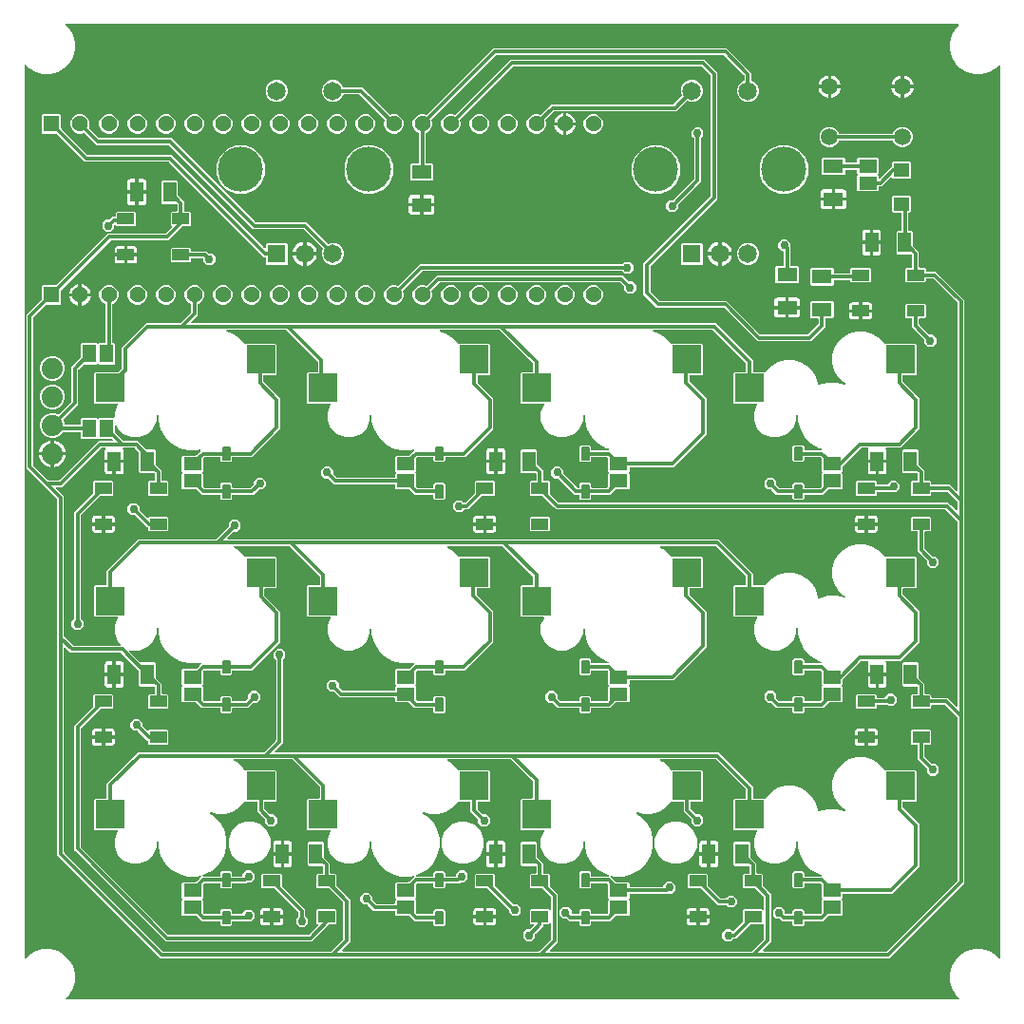
<source format=gbr>
G04 EAGLE Gerber RS-274X export*
G75*
%MOMM*%
%FSLAX34Y34*%
%LPD*%
%INBottom Copper*%
%IPPOS*%
%AMOC8*
5,1,8,0,0,1.08239X$1,22.5*%
G01*
%ADD10R,2.550000X2.500000*%
%ADD11R,1.600200X1.168400*%
%ADD12C,0.131400*%
%ADD13R,1.428000X1.428000*%
%ADD14C,1.428000*%
%ADD15R,1.500000X1.000000*%
%ADD16R,1.770000X1.230000*%
%ADD17R,1.160000X1.820000*%
%ADD18C,1.650000*%
%ADD19R,1.650000X1.650000*%
%ADD20C,4.016000*%
%ADD21R,1.400000X1.200000*%
%ADD22C,1.508000*%
%ADD23C,1.879600*%
%ADD24R,1.168400X1.600200*%
%ADD25C,0.304800*%
%ADD26C,0.756400*%

G36*
X842490Y10172D02*
X842490Y10172D01*
X842561Y10174D01*
X842610Y10192D01*
X842662Y10200D01*
X842725Y10234D01*
X842792Y10259D01*
X842833Y10291D01*
X842879Y10316D01*
X842928Y10368D01*
X842984Y10412D01*
X843012Y10456D01*
X843048Y10494D01*
X843078Y10559D01*
X843117Y10619D01*
X843130Y10670D01*
X843152Y10717D01*
X843160Y10788D01*
X843177Y10858D01*
X843173Y10910D01*
X843179Y10961D01*
X843164Y11032D01*
X843158Y11103D01*
X843138Y11151D01*
X843127Y11202D01*
X843090Y11263D01*
X843062Y11329D01*
X843017Y11385D01*
X843001Y11413D01*
X842983Y11428D01*
X842957Y11460D01*
X839866Y14551D01*
X836554Y20288D01*
X834839Y26688D01*
X834839Y33312D01*
X836554Y39712D01*
X839866Y45449D01*
X844551Y50134D01*
X850288Y53446D01*
X856688Y55161D01*
X863312Y55161D01*
X869712Y53446D01*
X875449Y50134D01*
X878540Y47043D01*
X878598Y47001D01*
X878650Y46952D01*
X878697Y46930D01*
X878739Y46899D01*
X878808Y46878D01*
X878873Y46848D01*
X878925Y46842D01*
X878975Y46827D01*
X879046Y46829D01*
X879117Y46821D01*
X879168Y46832D01*
X879220Y46833D01*
X879288Y46858D01*
X879358Y46873D01*
X879403Y46900D01*
X879451Y46918D01*
X879507Y46963D01*
X879569Y46999D01*
X879603Y47039D01*
X879643Y47072D01*
X879682Y47132D01*
X879729Y47186D01*
X879748Y47235D01*
X879776Y47278D01*
X879794Y47348D01*
X879821Y47414D01*
X879829Y47486D01*
X879837Y47517D01*
X879835Y47540D01*
X879839Y47581D01*
X879839Y842419D01*
X879828Y842490D01*
X879826Y842561D01*
X879808Y842610D01*
X879800Y842662D01*
X879766Y842725D01*
X879741Y842792D01*
X879709Y842833D01*
X879684Y842879D01*
X879632Y842928D01*
X879588Y842984D01*
X879544Y843012D01*
X879506Y843048D01*
X879441Y843078D01*
X879381Y843117D01*
X879330Y843130D01*
X879283Y843152D01*
X879212Y843160D01*
X879142Y843177D01*
X879090Y843173D01*
X879039Y843179D01*
X878968Y843164D01*
X878897Y843158D01*
X878849Y843138D01*
X878798Y843127D01*
X878737Y843090D01*
X878671Y843062D01*
X878615Y843017D01*
X878587Y843001D01*
X878572Y842983D01*
X878540Y842957D01*
X875449Y839866D01*
X869712Y836554D01*
X863312Y834839D01*
X856688Y834839D01*
X850288Y836554D01*
X844551Y839866D01*
X839866Y844551D01*
X836554Y850288D01*
X834839Y856688D01*
X834839Y863312D01*
X836554Y869712D01*
X839866Y875449D01*
X842957Y878540D01*
X842999Y878598D01*
X843048Y878650D01*
X843070Y878697D01*
X843101Y878739D01*
X843122Y878808D01*
X843152Y878873D01*
X843158Y878925D01*
X843173Y878975D01*
X843171Y879046D01*
X843179Y879117D01*
X843168Y879168D01*
X843167Y879220D01*
X843142Y879288D01*
X843127Y879358D01*
X843100Y879403D01*
X843082Y879451D01*
X843037Y879507D01*
X843001Y879569D01*
X842961Y879603D01*
X842928Y879643D01*
X842868Y879682D01*
X842814Y879729D01*
X842765Y879748D01*
X842722Y879776D01*
X842652Y879794D01*
X842586Y879821D01*
X842514Y879829D01*
X842483Y879837D01*
X842460Y879835D01*
X842419Y879839D01*
X47581Y879839D01*
X47510Y879828D01*
X47439Y879826D01*
X47390Y879808D01*
X47338Y879800D01*
X47275Y879766D01*
X47208Y879741D01*
X47167Y879709D01*
X47121Y879684D01*
X47072Y879632D01*
X47016Y879588D01*
X46988Y879544D01*
X46952Y879506D01*
X46922Y879441D01*
X46883Y879381D01*
X46870Y879330D01*
X46848Y879283D01*
X46840Y879212D01*
X46823Y879142D01*
X46827Y879090D01*
X46821Y879039D01*
X46836Y878968D01*
X46842Y878897D01*
X46862Y878849D01*
X46873Y878798D01*
X46910Y878737D01*
X46938Y878671D01*
X46983Y878615D01*
X46999Y878587D01*
X47017Y878572D01*
X47043Y878540D01*
X50134Y875449D01*
X53446Y869712D01*
X55161Y863312D01*
X55161Y856688D01*
X53446Y850288D01*
X50134Y844551D01*
X45449Y839866D01*
X39712Y836554D01*
X33312Y834839D01*
X26688Y834839D01*
X20288Y836554D01*
X14551Y839866D01*
X11460Y842957D01*
X11402Y842999D01*
X11350Y843048D01*
X11303Y843070D01*
X11261Y843101D01*
X11192Y843122D01*
X11127Y843152D01*
X11075Y843158D01*
X11025Y843173D01*
X10954Y843171D01*
X10883Y843179D01*
X10832Y843168D01*
X10780Y843167D01*
X10712Y843142D01*
X10642Y843127D01*
X10597Y843100D01*
X10549Y843082D01*
X10493Y843037D01*
X10431Y843001D01*
X10397Y842961D01*
X10357Y842928D01*
X10318Y842868D01*
X10271Y842814D01*
X10252Y842765D01*
X10224Y842722D01*
X10206Y842652D01*
X10179Y842586D01*
X10171Y842514D01*
X10163Y842483D01*
X10165Y842460D01*
X10161Y842419D01*
X10161Y47581D01*
X10172Y47510D01*
X10174Y47439D01*
X10192Y47390D01*
X10200Y47338D01*
X10234Y47275D01*
X10259Y47208D01*
X10291Y47167D01*
X10316Y47121D01*
X10368Y47072D01*
X10412Y47016D01*
X10456Y46988D01*
X10494Y46952D01*
X10559Y46922D01*
X10619Y46883D01*
X10670Y46870D01*
X10717Y46848D01*
X10788Y46840D01*
X10858Y46823D01*
X10910Y46827D01*
X10961Y46821D01*
X11032Y46836D01*
X11103Y46842D01*
X11151Y46862D01*
X11202Y46873D01*
X11263Y46910D01*
X11329Y46938D01*
X11385Y46983D01*
X11413Y46999D01*
X11428Y47017D01*
X11460Y47043D01*
X14551Y50134D01*
X20288Y53446D01*
X26688Y55161D01*
X33312Y55161D01*
X39712Y53446D01*
X45449Y50134D01*
X50134Y45449D01*
X53446Y39712D01*
X55161Y33312D01*
X55161Y26688D01*
X53446Y20288D01*
X50134Y14551D01*
X47043Y11460D01*
X47001Y11402D01*
X46952Y11350D01*
X46930Y11303D01*
X46899Y11261D01*
X46878Y11192D01*
X46848Y11127D01*
X46842Y11075D01*
X46827Y11025D01*
X46829Y10954D01*
X46821Y10883D01*
X46832Y10832D01*
X46833Y10780D01*
X46858Y10712D01*
X46873Y10642D01*
X46900Y10597D01*
X46918Y10549D01*
X46963Y10493D01*
X46999Y10431D01*
X47039Y10397D01*
X47072Y10357D01*
X47132Y10318D01*
X47186Y10271D01*
X47235Y10252D01*
X47278Y10224D01*
X47348Y10206D01*
X47414Y10179D01*
X47486Y10171D01*
X47517Y10163D01*
X47540Y10165D01*
X47581Y10161D01*
X842419Y10161D01*
X842490Y10172D01*
G37*
%LPC*%
G36*
X131237Y46951D02*
X131237Y46951D01*
X129228Y48960D01*
X39451Y138737D01*
X39451Y455922D01*
X39437Y456012D01*
X39429Y456103D01*
X39417Y456133D01*
X39412Y456165D01*
X39369Y456245D01*
X39333Y456329D01*
X39307Y456361D01*
X39296Y456382D01*
X39273Y456404D01*
X39228Y456460D01*
X26728Y468960D01*
X11951Y483737D01*
X11951Y620213D01*
X13960Y622222D01*
X25462Y633724D01*
X25515Y633798D01*
X25575Y633867D01*
X25587Y633897D01*
X25606Y633924D01*
X25633Y634011D01*
X25667Y634095D01*
X25671Y634136D01*
X25678Y634159D01*
X25677Y634191D01*
X25685Y634262D01*
X25685Y646072D01*
X26578Y646965D01*
X38388Y646965D01*
X38478Y646979D01*
X38569Y646987D01*
X38599Y646999D01*
X38631Y647004D01*
X38711Y647047D01*
X38795Y647083D01*
X38827Y647109D01*
X38848Y647120D01*
X38870Y647143D01*
X38926Y647188D01*
X82778Y691040D01*
X84787Y693049D01*
X135922Y693049D01*
X136012Y693063D01*
X136103Y693071D01*
X136133Y693083D01*
X136165Y693088D01*
X136245Y693131D01*
X136329Y693167D01*
X136361Y693193D01*
X136382Y693204D01*
X136404Y693227D01*
X136460Y693272D01*
X141478Y698289D01*
X141489Y698306D01*
X141505Y698318D01*
X141561Y698405D01*
X141621Y698489D01*
X141627Y698508D01*
X141638Y698525D01*
X141663Y698625D01*
X141694Y698724D01*
X141693Y698744D01*
X141698Y698763D01*
X141690Y698866D01*
X141687Y698970D01*
X141680Y698989D01*
X141679Y699009D01*
X141639Y699104D01*
X141603Y699201D01*
X141590Y699217D01*
X141583Y699235D01*
X141478Y699366D01*
X140475Y700368D01*
X140475Y711632D01*
X141368Y712525D01*
X145690Y712525D01*
X145710Y712528D01*
X145729Y712526D01*
X145831Y712548D01*
X145933Y712564D01*
X145950Y712574D01*
X145970Y712578D01*
X146059Y712631D01*
X146150Y712680D01*
X146164Y712694D01*
X146181Y712704D01*
X146248Y712783D01*
X146320Y712858D01*
X146328Y712876D01*
X146341Y712891D01*
X146380Y712987D01*
X146423Y713081D01*
X146425Y713101D01*
X146433Y713119D01*
X146451Y713286D01*
X146451Y718614D01*
X146448Y718634D01*
X146450Y718653D01*
X146428Y718755D01*
X146412Y718857D01*
X146402Y718874D01*
X146398Y718894D01*
X146345Y718983D01*
X146296Y719074D01*
X146282Y719088D01*
X146272Y719105D01*
X146193Y719172D01*
X146118Y719244D01*
X146100Y719252D01*
X146085Y719265D01*
X145989Y719304D01*
X145895Y719347D01*
X145875Y719349D01*
X145857Y719357D01*
X145690Y719375D01*
X133318Y719375D01*
X132425Y720268D01*
X132425Y739732D01*
X133318Y740625D01*
X146182Y740625D01*
X147075Y739732D01*
X147075Y727302D01*
X147089Y727212D01*
X147097Y727121D01*
X147109Y727091D01*
X147114Y727059D01*
X147157Y726978D01*
X147193Y726895D01*
X147219Y726863D01*
X147230Y726842D01*
X147253Y726820D01*
X147298Y726764D01*
X150540Y723522D01*
X152549Y721513D01*
X152549Y713286D01*
X152552Y713266D01*
X152550Y713247D01*
X152572Y713145D01*
X152588Y713043D01*
X152598Y713026D01*
X152602Y713006D01*
X152655Y712917D01*
X152704Y712826D01*
X152718Y712812D01*
X152728Y712795D01*
X152807Y712728D01*
X152882Y712656D01*
X152900Y712648D01*
X152915Y712635D01*
X153011Y712596D01*
X153105Y712553D01*
X153125Y712551D01*
X153143Y712543D01*
X153310Y712525D01*
X157632Y712525D01*
X158525Y711632D01*
X158525Y700368D01*
X157632Y699475D01*
X151602Y699475D01*
X151512Y699461D01*
X151421Y699453D01*
X151391Y699441D01*
X151359Y699436D01*
X151279Y699393D01*
X151195Y699357D01*
X151163Y699331D01*
X151142Y699320D01*
X151120Y699297D01*
X151064Y699252D01*
X150540Y698728D01*
X138763Y686951D01*
X87628Y686951D01*
X87538Y686937D01*
X87447Y686929D01*
X87417Y686917D01*
X87385Y686912D01*
X87305Y686869D01*
X87221Y686833D01*
X87189Y686807D01*
X87168Y686796D01*
X87146Y686773D01*
X87090Y686728D01*
X43238Y642876D01*
X43185Y642802D01*
X43125Y642733D01*
X43113Y642703D01*
X43094Y642676D01*
X43067Y642589D01*
X43033Y642505D01*
X43029Y642464D01*
X43022Y642441D01*
X43023Y642409D01*
X43015Y642338D01*
X43015Y630528D01*
X42122Y629635D01*
X30312Y629635D01*
X30222Y629621D01*
X30131Y629613D01*
X30101Y629601D01*
X30069Y629596D01*
X29989Y629553D01*
X29905Y629517D01*
X29873Y629491D01*
X29852Y629480D01*
X29830Y629457D01*
X29774Y629412D01*
X18272Y617910D01*
X18219Y617836D01*
X18159Y617767D01*
X18147Y617737D01*
X18128Y617710D01*
X18101Y617623D01*
X18067Y617539D01*
X18063Y617498D01*
X18056Y617475D01*
X18057Y617443D01*
X18049Y617372D01*
X18049Y486578D01*
X18063Y486488D01*
X18071Y486397D01*
X18083Y486367D01*
X18088Y486335D01*
X18131Y486254D01*
X18167Y486171D01*
X18193Y486139D01*
X18204Y486118D01*
X18227Y486096D01*
X18272Y486040D01*
X31040Y473272D01*
X31114Y473219D01*
X31183Y473159D01*
X31213Y473147D01*
X31240Y473128D01*
X31327Y473101D01*
X31411Y473067D01*
X31452Y473063D01*
X31475Y473056D01*
X31507Y473057D01*
X31578Y473049D01*
X40922Y473049D01*
X41012Y473063D01*
X41103Y473071D01*
X41133Y473083D01*
X41165Y473088D01*
X41245Y473131D01*
X41329Y473167D01*
X41361Y473193D01*
X41382Y473204D01*
X41404Y473227D01*
X41460Y473272D01*
X76237Y508049D01*
X88222Y508049D01*
X88293Y508060D01*
X88364Y508062D01*
X88413Y508080D01*
X88465Y508088D01*
X88528Y508122D01*
X88595Y508147D01*
X88636Y508179D01*
X88682Y508204D01*
X88731Y508256D01*
X88787Y508300D01*
X88816Y508344D01*
X88851Y508382D01*
X88882Y508447D01*
X88920Y508507D01*
X88933Y508558D01*
X88955Y508605D01*
X88963Y508676D01*
X88980Y508746D01*
X88976Y508798D01*
X88982Y508849D01*
X88967Y508920D01*
X88961Y508991D01*
X88941Y509039D01*
X88930Y509090D01*
X88893Y509151D01*
X88865Y509217D01*
X88820Y509273D01*
X88804Y509301D01*
X88786Y509316D01*
X88760Y509348D01*
X88657Y509451D01*
X88583Y509505D01*
X88514Y509564D01*
X88484Y509576D01*
X88457Y509595D01*
X88370Y509622D01*
X88286Y509656D01*
X88244Y509660D01*
X88222Y509667D01*
X88190Y509666D01*
X88119Y509674D01*
X76746Y509674D01*
X76138Y510282D01*
X76122Y510294D01*
X76110Y510310D01*
X76022Y510366D01*
X75939Y510426D01*
X75920Y510432D01*
X75903Y510443D01*
X75802Y510468D01*
X75703Y510498D01*
X75684Y510498D01*
X75664Y510503D01*
X75561Y510495D01*
X75458Y510492D01*
X75439Y510485D01*
X75419Y510484D01*
X75324Y510443D01*
X75227Y510408D01*
X75211Y510395D01*
X75193Y510387D01*
X75062Y510282D01*
X74454Y509674D01*
X61506Y509674D01*
X60613Y510567D01*
X60613Y515390D01*
X60610Y515410D01*
X60612Y515429D01*
X60590Y515531D01*
X60574Y515633D01*
X60564Y515650D01*
X60560Y515670D01*
X60507Y515759D01*
X60458Y515850D01*
X60444Y515864D01*
X60434Y515881D01*
X60355Y515948D01*
X60280Y516020D01*
X60262Y516028D01*
X60247Y516041D01*
X60151Y516080D01*
X60057Y516123D01*
X60037Y516125D01*
X60019Y516133D01*
X59852Y516151D01*
X44914Y516151D01*
X44824Y516137D01*
X44733Y516129D01*
X44703Y516117D01*
X44671Y516112D01*
X44590Y516069D01*
X44506Y516033D01*
X44474Y516007D01*
X44454Y515996D01*
X44431Y515973D01*
X44375Y515928D01*
X41287Y512840D01*
X37273Y511177D01*
X32927Y511177D01*
X28913Y512840D01*
X25840Y515913D01*
X24177Y519927D01*
X24177Y524273D01*
X25840Y528287D01*
X28913Y531360D01*
X32927Y533023D01*
X37273Y533023D01*
X39941Y531917D01*
X40055Y531891D01*
X40168Y531862D01*
X40175Y531863D01*
X40181Y531861D01*
X40297Y531872D01*
X40414Y531881D01*
X40419Y531884D01*
X40426Y531884D01*
X40533Y531932D01*
X40640Y531978D01*
X40646Y531982D01*
X40650Y531984D01*
X40664Y531997D01*
X40771Y532082D01*
X51728Y543040D01*
X51781Y543114D01*
X51841Y543183D01*
X51853Y543213D01*
X51872Y543240D01*
X51899Y543327D01*
X51933Y543411D01*
X51937Y543452D01*
X51944Y543475D01*
X51943Y543507D01*
X51951Y543578D01*
X51951Y574183D01*
X53960Y576192D01*
X60390Y582622D01*
X60443Y582696D01*
X60503Y582765D01*
X60515Y582795D01*
X60534Y582822D01*
X60561Y582909D01*
X60595Y582993D01*
X60599Y583034D01*
X60606Y583057D01*
X60605Y583089D01*
X60613Y583160D01*
X60613Y594533D01*
X61506Y595426D01*
X74454Y595426D01*
X75062Y594818D01*
X75078Y594806D01*
X75090Y594790D01*
X75178Y594734D01*
X75261Y594674D01*
X75280Y594668D01*
X75297Y594657D01*
X75398Y594632D01*
X75497Y594602D01*
X75516Y594602D01*
X75536Y594597D01*
X75639Y594605D01*
X75742Y594608D01*
X75761Y594615D01*
X75781Y594616D01*
X75876Y594657D01*
X75973Y594692D01*
X75989Y594705D01*
X76007Y594713D01*
X76138Y594818D01*
X76746Y595426D01*
X81690Y595426D01*
X81710Y595429D01*
X81729Y595427D01*
X81831Y595449D01*
X81933Y595465D01*
X81950Y595475D01*
X81970Y595479D01*
X82059Y595532D01*
X82150Y595581D01*
X82164Y595595D01*
X82181Y595605D01*
X82248Y595684D01*
X82320Y595759D01*
X82328Y595777D01*
X82341Y595792D01*
X82380Y595888D01*
X82423Y595982D01*
X82425Y596002D01*
X82433Y596020D01*
X82451Y596187D01*
X82451Y629676D01*
X82432Y629790D01*
X82415Y629906D01*
X82413Y629912D01*
X82412Y629918D01*
X82357Y630021D01*
X82304Y630126D01*
X82299Y630130D01*
X82296Y630136D01*
X82212Y630216D01*
X82128Y630298D01*
X82122Y630302D01*
X82118Y630305D01*
X82101Y630313D01*
X81981Y630379D01*
X80592Y630954D01*
X78154Y633392D01*
X76835Y636576D01*
X76835Y640024D01*
X78154Y643208D01*
X80592Y645646D01*
X83776Y646965D01*
X87224Y646965D01*
X90408Y645646D01*
X92846Y643208D01*
X94165Y640024D01*
X94165Y636576D01*
X92846Y633392D01*
X90408Y630954D01*
X89019Y630379D01*
X88919Y630317D01*
X88819Y630257D01*
X88815Y630253D01*
X88810Y630249D01*
X88735Y630160D01*
X88659Y630070D01*
X88657Y630065D01*
X88653Y630060D01*
X88611Y629952D01*
X88567Y629842D01*
X88566Y629835D01*
X88565Y629830D01*
X88564Y629812D01*
X88549Y629676D01*
X88549Y596187D01*
X88552Y596167D01*
X88550Y596148D01*
X88572Y596046D01*
X88588Y595944D01*
X88598Y595927D01*
X88602Y595907D01*
X88655Y595818D01*
X88704Y595727D01*
X88718Y595713D01*
X88728Y595696D01*
X88807Y595629D01*
X88882Y595557D01*
X88900Y595549D01*
X88915Y595536D01*
X89011Y595497D01*
X89105Y595454D01*
X89125Y595452D01*
X89143Y595444D01*
X89310Y595426D01*
X89694Y595426D01*
X90587Y594533D01*
X90587Y577267D01*
X89694Y576374D01*
X76746Y576374D01*
X76138Y576982D01*
X76122Y576994D01*
X76110Y577010D01*
X76022Y577066D01*
X75939Y577126D01*
X75920Y577132D01*
X75903Y577143D01*
X75802Y577168D01*
X75703Y577198D01*
X75684Y577198D01*
X75664Y577203D01*
X75561Y577195D01*
X75458Y577192D01*
X75439Y577185D01*
X75419Y577184D01*
X75324Y577143D01*
X75227Y577108D01*
X75211Y577095D01*
X75193Y577087D01*
X75062Y576982D01*
X74454Y576374D01*
X63081Y576374D01*
X62991Y576360D01*
X62900Y576352D01*
X62870Y576340D01*
X62838Y576335D01*
X62758Y576292D01*
X62674Y576256D01*
X62642Y576230D01*
X62621Y576219D01*
X62599Y576196D01*
X62543Y576151D01*
X58272Y571880D01*
X58219Y571806D01*
X58159Y571737D01*
X58147Y571707D01*
X58128Y571680D01*
X58101Y571593D01*
X58067Y571509D01*
X58063Y571468D01*
X58056Y571445D01*
X58057Y571413D01*
X58049Y571342D01*
X58049Y540737D01*
X56040Y538728D01*
X45082Y527771D01*
X45015Y527677D01*
X44944Y527582D01*
X44942Y527576D01*
X44939Y527571D01*
X44905Y527460D01*
X44868Y527348D01*
X44868Y527342D01*
X44866Y527336D01*
X44870Y527219D01*
X44871Y527102D01*
X44873Y527095D01*
X44873Y527090D01*
X44879Y527073D01*
X44917Y526941D01*
X46023Y524273D01*
X46023Y523010D01*
X46026Y522990D01*
X46024Y522971D01*
X46046Y522869D01*
X46062Y522767D01*
X46072Y522750D01*
X46076Y522730D01*
X46129Y522641D01*
X46178Y522550D01*
X46192Y522536D01*
X46202Y522519D01*
X46281Y522452D01*
X46356Y522380D01*
X46374Y522372D01*
X46389Y522359D01*
X46485Y522320D01*
X46579Y522277D01*
X46599Y522275D01*
X46617Y522267D01*
X46784Y522249D01*
X59852Y522249D01*
X59872Y522252D01*
X59891Y522250D01*
X59993Y522272D01*
X60095Y522288D01*
X60112Y522298D01*
X60132Y522302D01*
X60221Y522355D01*
X60312Y522404D01*
X60326Y522418D01*
X60343Y522428D01*
X60410Y522507D01*
X60482Y522582D01*
X60490Y522600D01*
X60503Y522615D01*
X60542Y522711D01*
X60585Y522805D01*
X60587Y522825D01*
X60595Y522843D01*
X60613Y523010D01*
X60613Y527833D01*
X61506Y528726D01*
X74454Y528726D01*
X75062Y528118D01*
X75078Y528106D01*
X75090Y528090D01*
X75178Y528034D01*
X75261Y527974D01*
X75280Y527968D01*
X75297Y527957D01*
X75398Y527932D01*
X75497Y527902D01*
X75516Y527902D01*
X75536Y527897D01*
X75639Y527905D01*
X75742Y527908D01*
X75761Y527915D01*
X75781Y527916D01*
X75876Y527957D01*
X75973Y527992D01*
X75989Y528005D01*
X76007Y528013D01*
X76138Y528118D01*
X76746Y528726D01*
X89778Y528726D01*
X89798Y528729D01*
X89817Y528727D01*
X89919Y528749D01*
X90021Y528765D01*
X90038Y528775D01*
X90058Y528779D01*
X90147Y528832D01*
X90238Y528881D01*
X90252Y528895D01*
X90269Y528905D01*
X90336Y528984D01*
X90408Y529059D01*
X90416Y529077D01*
X90429Y529092D01*
X90468Y529188D01*
X90511Y529282D01*
X90513Y529302D01*
X90521Y529320D01*
X90539Y529487D01*
X90539Y533712D01*
X93278Y540323D01*
X93288Y540367D01*
X93307Y540409D01*
X93316Y540486D01*
X93334Y540562D01*
X93329Y540608D01*
X93334Y540653D01*
X93318Y540730D01*
X93311Y540807D01*
X93292Y540849D01*
X93282Y540894D01*
X93242Y540961D01*
X93211Y541032D01*
X93180Y541066D01*
X93156Y541105D01*
X93097Y541156D01*
X93044Y541213D01*
X93004Y541235D01*
X92969Y541265D01*
X92897Y541294D01*
X92829Y541331D01*
X92784Y541340D01*
X92741Y541357D01*
X92605Y541372D01*
X92587Y541375D01*
X92582Y541374D01*
X92574Y541375D01*
X73018Y541375D01*
X72125Y542268D01*
X72125Y568532D01*
X73018Y569425D01*
X93561Y569425D01*
X93651Y569439D01*
X93742Y569447D01*
X93772Y569459D01*
X93804Y569464D01*
X93884Y569507D01*
X93968Y569543D01*
X94000Y569569D01*
X94021Y569580D01*
X94043Y569603D01*
X94099Y569648D01*
X96728Y572277D01*
X96781Y572351D01*
X96841Y572420D01*
X96853Y572450D01*
X96872Y572477D01*
X96899Y572563D01*
X96933Y572648D01*
X96937Y572689D01*
X96944Y572712D01*
X96943Y572744D01*
X96951Y572815D01*
X96951Y591263D01*
X118737Y613049D01*
X148422Y613049D01*
X148512Y613063D01*
X148603Y613071D01*
X148633Y613083D01*
X148665Y613088D01*
X148745Y613131D01*
X148829Y613167D01*
X148861Y613193D01*
X148882Y613204D01*
X148902Y613224D01*
X148904Y613226D01*
X148909Y613231D01*
X148960Y613272D01*
X158428Y622740D01*
X158481Y622814D01*
X158541Y622883D01*
X158553Y622913D01*
X158572Y622940D01*
X158599Y623027D01*
X158633Y623111D01*
X158637Y623152D01*
X158644Y623175D01*
X158643Y623207D01*
X158651Y623278D01*
X158651Y629676D01*
X158632Y629790D01*
X158615Y629906D01*
X158613Y629912D01*
X158612Y629918D01*
X158557Y630021D01*
X158504Y630126D01*
X158499Y630130D01*
X158496Y630136D01*
X158412Y630216D01*
X158328Y630298D01*
X158322Y630302D01*
X158318Y630305D01*
X158301Y630313D01*
X158181Y630379D01*
X156792Y630954D01*
X154354Y633392D01*
X153035Y636576D01*
X153035Y640024D01*
X154354Y643208D01*
X156792Y645646D01*
X159976Y646965D01*
X163424Y646965D01*
X166608Y645646D01*
X169046Y643208D01*
X170365Y640024D01*
X170365Y636576D01*
X169046Y633392D01*
X166608Y630954D01*
X165219Y630379D01*
X165119Y630317D01*
X165019Y630257D01*
X165015Y630253D01*
X165010Y630249D01*
X164935Y630160D01*
X164859Y630070D01*
X164857Y630065D01*
X164853Y630060D01*
X164811Y629952D01*
X164767Y629842D01*
X164766Y629835D01*
X164765Y629830D01*
X164764Y629812D01*
X164749Y629676D01*
X164749Y620437D01*
X158660Y614348D01*
X158618Y614290D01*
X158569Y614238D01*
X158547Y614191D01*
X158516Y614149D01*
X158495Y614080D01*
X158465Y614015D01*
X158459Y613963D01*
X158444Y613913D01*
X158446Y613842D01*
X158438Y613771D01*
X158449Y613720D01*
X158450Y613668D01*
X158475Y613600D01*
X158490Y613530D01*
X158517Y613485D01*
X158535Y613437D01*
X158580Y613381D01*
X158616Y613319D01*
X158656Y613285D01*
X158688Y613245D01*
X158749Y613206D01*
X158803Y613159D01*
X158852Y613140D01*
X158895Y613112D01*
X158965Y613094D01*
X159031Y613067D01*
X159103Y613059D01*
X159134Y613051D01*
X159157Y613053D01*
X159198Y613049D01*
X626263Y613049D01*
X659449Y579863D01*
X659449Y570186D01*
X659452Y570166D01*
X659450Y570147D01*
X659472Y570045D01*
X659488Y569943D01*
X659498Y569926D01*
X659502Y569906D01*
X659555Y569817D01*
X659604Y569726D01*
X659618Y569712D01*
X659628Y569695D01*
X659707Y569628D01*
X659782Y569556D01*
X659800Y569548D01*
X659815Y569535D01*
X659911Y569496D01*
X660005Y569453D01*
X660025Y569451D01*
X660043Y569443D01*
X660210Y569425D01*
X669782Y569425D01*
X669817Y569389D01*
X669913Y569320D01*
X670009Y569249D01*
X670013Y569248D01*
X670017Y569246D01*
X670130Y569211D01*
X670244Y569174D01*
X670248Y569175D01*
X670252Y569173D01*
X670370Y569176D01*
X670490Y569178D01*
X670494Y569180D01*
X670498Y569180D01*
X670609Y569220D01*
X670722Y569260D01*
X670725Y569263D01*
X670729Y569264D01*
X670821Y569338D01*
X670915Y569412D01*
X670918Y569416D01*
X670921Y569418D01*
X670928Y569429D01*
X671015Y569547D01*
X671766Y570849D01*
X676451Y575534D01*
X682188Y578846D01*
X688588Y580561D01*
X695212Y580561D01*
X701612Y578846D01*
X707349Y575534D01*
X712034Y570849D01*
X715346Y565112D01*
X717061Y558712D01*
X717061Y558675D01*
X717076Y558581D01*
X717085Y558486D01*
X717096Y558460D01*
X717100Y558432D01*
X717145Y558348D01*
X717183Y558260D01*
X717202Y558239D01*
X717216Y558215D01*
X717285Y558149D01*
X717349Y558078D01*
X717373Y558065D01*
X717394Y558045D01*
X717480Y558005D01*
X717564Y557959D01*
X717591Y557953D01*
X717617Y557942D01*
X717712Y557931D01*
X717805Y557914D01*
X717833Y557918D01*
X717861Y557914D01*
X717955Y557935D01*
X718049Y557948D01*
X718081Y557962D01*
X718102Y557967D01*
X718130Y557984D01*
X718203Y558015D01*
X718358Y558105D01*
X726029Y560161D01*
X733971Y560161D01*
X741179Y558229D01*
X741203Y558227D01*
X741226Y558218D01*
X741325Y558215D01*
X741424Y558205D01*
X741447Y558210D01*
X741471Y558209D01*
X741567Y558237D01*
X741664Y558260D01*
X741684Y558272D01*
X741707Y558279D01*
X741789Y558336D01*
X741873Y558388D01*
X741889Y558407D01*
X741909Y558420D01*
X741967Y558500D01*
X742031Y558577D01*
X742040Y558599D01*
X742054Y558619D01*
X742085Y558713D01*
X742121Y558806D01*
X742122Y558830D01*
X742129Y558853D01*
X742128Y558953D01*
X742132Y559052D01*
X742126Y559075D01*
X742125Y559099D01*
X742092Y559193D01*
X742065Y559288D01*
X742052Y559308D01*
X742044Y559331D01*
X741982Y559409D01*
X741926Y559491D01*
X741907Y559505D01*
X741892Y559524D01*
X741757Y559624D01*
X739951Y560666D01*
X735266Y565351D01*
X731954Y571088D01*
X730239Y577488D01*
X730239Y584112D01*
X731954Y590512D01*
X735266Y596249D01*
X739951Y600934D01*
X745688Y604246D01*
X752088Y605961D01*
X758712Y605961D01*
X765112Y604246D01*
X770849Y600934D01*
X775534Y596249D01*
X776285Y594947D01*
X776361Y594854D01*
X776435Y594762D01*
X776439Y594760D01*
X776441Y594757D01*
X776543Y594692D01*
X776642Y594629D01*
X776646Y594628D01*
X776650Y594626D01*
X776767Y594598D01*
X776880Y594569D01*
X776885Y594569D01*
X776889Y594568D01*
X777008Y594579D01*
X777126Y594588D01*
X777130Y594590D01*
X777134Y594590D01*
X777243Y594638D01*
X777352Y594684D01*
X777356Y594688D01*
X777359Y594689D01*
X777369Y594698D01*
X777483Y594789D01*
X777518Y594825D01*
X804282Y594825D01*
X805175Y593932D01*
X805175Y567668D01*
X804282Y566775D01*
X793810Y566775D01*
X793790Y566772D01*
X793771Y566774D01*
X793669Y566752D01*
X793567Y566736D01*
X793550Y566726D01*
X793530Y566722D01*
X793441Y566669D01*
X793350Y566620D01*
X793336Y566606D01*
X793319Y566596D01*
X793252Y566517D01*
X793180Y566442D01*
X793172Y566424D01*
X793159Y566409D01*
X793120Y566313D01*
X793077Y566219D01*
X793075Y566199D01*
X793067Y566181D01*
X793049Y566014D01*
X793049Y561578D01*
X793063Y561488D01*
X793071Y561397D01*
X793083Y561367D01*
X793088Y561335D01*
X793131Y561255D01*
X793167Y561171D01*
X793193Y561139D01*
X793204Y561118D01*
X793227Y561096D01*
X793272Y561040D01*
X808049Y546263D01*
X808049Y518737D01*
X791263Y501951D01*
X778630Y501951D01*
X778559Y501940D01*
X778487Y501938D01*
X778438Y501920D01*
X778387Y501912D01*
X778324Y501878D01*
X778256Y501853D01*
X778215Y501821D01*
X778170Y501796D01*
X778120Y501744D01*
X778064Y501700D01*
X778036Y501656D01*
X778000Y501618D01*
X777970Y501553D01*
X777931Y501493D01*
X777918Y501442D01*
X777897Y501395D01*
X777889Y501324D01*
X777871Y501254D01*
X777875Y501202D01*
X777869Y501151D01*
X777885Y501080D01*
X777890Y501009D01*
X777911Y500961D01*
X777922Y500910D01*
X777959Y500849D01*
X777987Y500783D01*
X778031Y500727D01*
X778048Y500699D01*
X778066Y500684D01*
X778068Y500681D01*
X778071Y500676D01*
X778074Y500673D01*
X778079Y500667D01*
X778418Y500081D01*
X778591Y499434D01*
X778591Y491523D01*
X771012Y491523D01*
X770992Y491520D01*
X770973Y491522D01*
X770871Y491500D01*
X770769Y491483D01*
X770752Y491474D01*
X770732Y491470D01*
X770643Y491417D01*
X770552Y491368D01*
X770538Y491354D01*
X770521Y491344D01*
X770454Y491265D01*
X770383Y491190D01*
X770374Y491172D01*
X770361Y491157D01*
X770322Y491061D01*
X770279Y490967D01*
X770277Y490947D01*
X770269Y490929D01*
X770251Y490762D01*
X770251Y489999D01*
X770249Y489999D01*
X770249Y490762D01*
X770246Y490782D01*
X770248Y490801D01*
X770226Y490903D01*
X770209Y491005D01*
X770200Y491022D01*
X770196Y491042D01*
X770143Y491131D01*
X770094Y491222D01*
X770080Y491236D01*
X770070Y491253D01*
X769991Y491320D01*
X769916Y491391D01*
X769898Y491400D01*
X769883Y491413D01*
X769787Y491452D01*
X769693Y491495D01*
X769673Y491497D01*
X769655Y491505D01*
X769488Y491523D01*
X761909Y491523D01*
X761909Y499434D01*
X762082Y500081D01*
X762426Y500677D01*
X762450Y500710D01*
X762500Y500762D01*
X762522Y500809D01*
X762552Y500851D01*
X762573Y500920D01*
X762603Y500985D01*
X762609Y501037D01*
X762624Y501086D01*
X762623Y501158D01*
X762631Y501229D01*
X762620Y501280D01*
X762618Y501332D01*
X762594Y501400D01*
X762578Y501470D01*
X762552Y501515D01*
X762534Y501563D01*
X762489Y501619D01*
X762452Y501681D01*
X762413Y501715D01*
X762380Y501755D01*
X762320Y501794D01*
X762265Y501841D01*
X762217Y501860D01*
X762173Y501888D01*
X762104Y501906D01*
X762037Y501933D01*
X761966Y501941D01*
X761935Y501949D01*
X761911Y501947D01*
X761870Y501951D01*
X756578Y501951D01*
X756488Y501937D01*
X756397Y501929D01*
X756367Y501917D01*
X756335Y501912D01*
X756255Y501869D01*
X756171Y501833D01*
X756139Y501807D01*
X756118Y501796D01*
X756097Y501775D01*
X756095Y501773D01*
X756091Y501769D01*
X756040Y501728D01*
X739749Y485437D01*
X739696Y485363D01*
X739636Y485294D01*
X739624Y485264D01*
X739605Y485237D01*
X739578Y485150D01*
X739544Y485066D01*
X739540Y485025D01*
X739533Y485002D01*
X739534Y484970D01*
X739526Y484899D01*
X739526Y481146D01*
X738918Y480538D01*
X738906Y480522D01*
X738890Y480510D01*
X738834Y480422D01*
X738774Y480339D01*
X738768Y480320D01*
X738757Y480303D01*
X738732Y480202D01*
X738702Y480103D01*
X738702Y480084D01*
X738697Y480064D01*
X738705Y479961D01*
X738708Y479858D01*
X738715Y479839D01*
X738716Y479819D01*
X738757Y479724D01*
X738792Y479627D01*
X738805Y479611D01*
X738813Y479593D01*
X738918Y479462D01*
X739526Y478854D01*
X739526Y465906D01*
X738633Y465013D01*
X727260Y465013D01*
X727170Y464999D01*
X727079Y464991D01*
X727049Y464979D01*
X727017Y464974D01*
X726937Y464931D01*
X726853Y464895D01*
X726821Y464869D01*
X726800Y464858D01*
X726778Y464835D01*
X726722Y464790D01*
X722083Y460151D01*
X705936Y460151D01*
X705916Y460148D01*
X705897Y460150D01*
X705795Y460128D01*
X705693Y460112D01*
X705676Y460102D01*
X705656Y460098D01*
X705567Y460045D01*
X705476Y459996D01*
X705462Y459982D01*
X705445Y459972D01*
X705378Y459893D01*
X705306Y459818D01*
X705298Y459800D01*
X705285Y459785D01*
X705246Y459689D01*
X705203Y459595D01*
X705201Y459575D01*
X705193Y459557D01*
X705175Y459390D01*
X705175Y456903D01*
X703897Y455625D01*
X696103Y455625D01*
X694825Y456903D01*
X694825Y459390D01*
X694822Y459410D01*
X694824Y459429D01*
X694802Y459531D01*
X694786Y459633D01*
X694776Y459650D01*
X694772Y459670D01*
X694719Y459759D01*
X694670Y459850D01*
X694656Y459864D01*
X694646Y459881D01*
X694567Y459948D01*
X694492Y460020D01*
X694474Y460028D01*
X694459Y460041D01*
X694363Y460080D01*
X694269Y460123D01*
X694249Y460125D01*
X694231Y460133D01*
X694064Y460151D01*
X680537Y460151D01*
X676218Y464470D01*
X676144Y464523D01*
X676075Y464583D01*
X676045Y464595D01*
X676018Y464614D01*
X675931Y464641D01*
X675847Y464675D01*
X675806Y464679D01*
X675783Y464686D01*
X675751Y464685D01*
X675680Y464693D01*
X672802Y464693D01*
X669693Y467802D01*
X669693Y472198D01*
X672802Y475307D01*
X677198Y475307D01*
X680307Y472198D01*
X680307Y469320D01*
X680321Y469230D01*
X680329Y469139D01*
X680341Y469109D01*
X680346Y469077D01*
X680389Y468997D01*
X680425Y468913D01*
X680451Y468881D01*
X680462Y468860D01*
X680485Y468838D01*
X680530Y468782D01*
X682840Y466472D01*
X682914Y466419D01*
X682983Y466359D01*
X683013Y466347D01*
X683040Y466328D01*
X683127Y466301D01*
X683211Y466267D01*
X683252Y466263D01*
X683275Y466256D01*
X683307Y466257D01*
X683378Y466249D01*
X694064Y466249D01*
X694084Y466252D01*
X694103Y466250D01*
X694205Y466272D01*
X694307Y466288D01*
X694324Y466298D01*
X694344Y466302D01*
X694433Y466355D01*
X694524Y466404D01*
X694538Y466418D01*
X694555Y466428D01*
X694622Y466507D01*
X694694Y466582D01*
X694702Y466600D01*
X694715Y466615D01*
X694754Y466711D01*
X694797Y466805D01*
X694799Y466825D01*
X694807Y466843D01*
X694825Y467010D01*
X694825Y469497D01*
X696103Y470775D01*
X703897Y470775D01*
X705175Y469497D01*
X705175Y467010D01*
X705178Y466990D01*
X705176Y466971D01*
X705198Y466869D01*
X705214Y466767D01*
X705224Y466750D01*
X705228Y466730D01*
X705281Y466641D01*
X705330Y466550D01*
X705344Y466536D01*
X705354Y466519D01*
X705433Y466452D01*
X705508Y466380D01*
X705526Y466372D01*
X705541Y466359D01*
X705637Y466320D01*
X705731Y466277D01*
X705751Y466275D01*
X705769Y466267D01*
X705936Y466249D01*
X719242Y466249D01*
X719332Y466263D01*
X719423Y466271D01*
X719453Y466283D01*
X719485Y466288D01*
X719565Y466331D01*
X719649Y466367D01*
X719681Y466393D01*
X719702Y466404D01*
X719724Y466427D01*
X719780Y466472D01*
X720251Y466943D01*
X720304Y467017D01*
X720364Y467086D01*
X720376Y467116D01*
X720395Y467143D01*
X720422Y467230D01*
X720456Y467314D01*
X720460Y467355D01*
X720467Y467378D01*
X720466Y467410D01*
X720474Y467481D01*
X720474Y478854D01*
X721082Y479462D01*
X721094Y479478D01*
X721110Y479490D01*
X721166Y479578D01*
X721226Y479661D01*
X721232Y479680D01*
X721243Y479697D01*
X721268Y479798D01*
X721298Y479897D01*
X721298Y479916D01*
X721303Y479936D01*
X721295Y480039D01*
X721292Y480142D01*
X721285Y480161D01*
X721284Y480181D01*
X721243Y480276D01*
X721208Y480373D01*
X721195Y480389D01*
X721187Y480407D01*
X721082Y480538D01*
X720474Y481146D01*
X720474Y492519D01*
X720460Y492609D01*
X720452Y492700D01*
X720440Y492730D01*
X720435Y492762D01*
X720392Y492842D01*
X720356Y492926D01*
X720330Y492958D01*
X720319Y492979D01*
X720296Y493001D01*
X720251Y493057D01*
X719780Y493528D01*
X719706Y493581D01*
X719637Y493641D01*
X719607Y493653D01*
X719580Y493672D01*
X719493Y493699D01*
X719409Y493733D01*
X719368Y493737D01*
X719345Y493744D01*
X719313Y493743D01*
X719242Y493751D01*
X705936Y493751D01*
X705916Y493748D01*
X705897Y493750D01*
X705795Y493728D01*
X705693Y493712D01*
X705676Y493702D01*
X705656Y493698D01*
X705567Y493645D01*
X705476Y493596D01*
X705462Y493582D01*
X705445Y493572D01*
X705378Y493493D01*
X705306Y493418D01*
X705298Y493400D01*
X705285Y493385D01*
X705246Y493289D01*
X705203Y493195D01*
X705201Y493175D01*
X705193Y493157D01*
X705175Y492990D01*
X705175Y490503D01*
X703897Y489225D01*
X696103Y489225D01*
X694825Y490503D01*
X694825Y503097D01*
X696103Y504375D01*
X703897Y504375D01*
X705175Y503097D01*
X705175Y500610D01*
X705178Y500590D01*
X705176Y500571D01*
X705198Y500469D01*
X705214Y500367D01*
X705224Y500350D01*
X705228Y500330D01*
X705281Y500241D01*
X705330Y500150D01*
X705344Y500136D01*
X705354Y500119D01*
X705433Y500052D01*
X705508Y499980D01*
X705526Y499972D01*
X705541Y499959D01*
X705637Y499920D01*
X705731Y499877D01*
X705751Y499875D01*
X705769Y499867D01*
X705936Y499849D01*
X720212Y499849D01*
X720236Y499853D01*
X720259Y499850D01*
X720356Y499872D01*
X720454Y499888D01*
X720476Y499900D01*
X720499Y499905D01*
X720584Y499957D01*
X720672Y500004D01*
X720688Y500021D01*
X720709Y500034D01*
X720773Y500110D01*
X720841Y500182D01*
X720851Y500204D01*
X720867Y500222D01*
X720903Y500315D01*
X720945Y500405D01*
X720948Y500429D01*
X720956Y500451D01*
X720961Y500551D01*
X720972Y500649D01*
X720967Y500673D01*
X720968Y500697D01*
X720941Y500793D01*
X720920Y500890D01*
X720907Y500910D01*
X720901Y500934D01*
X720845Y501016D01*
X720794Y501101D01*
X720775Y501117D01*
X720762Y501136D01*
X720682Y501196D01*
X720607Y501261D01*
X720584Y501270D01*
X720565Y501284D01*
X720409Y501345D01*
X718358Y501895D01*
X711481Y505865D01*
X705865Y511481D01*
X701895Y518358D01*
X699839Y526029D01*
X699839Y530487D01*
X699820Y530603D01*
X699802Y530722D01*
X699800Y530726D01*
X699800Y530730D01*
X699744Y530835D01*
X699689Y530940D01*
X699686Y530943D01*
X699684Y530947D01*
X699597Y531030D01*
X699513Y531112D01*
X699509Y531114D01*
X699506Y531116D01*
X699398Y531167D01*
X699291Y531218D01*
X699287Y531218D01*
X699283Y531220D01*
X699165Y531233D01*
X699047Y531248D01*
X699042Y531247D01*
X699039Y531247D01*
X699025Y531244D01*
X698881Y531222D01*
X698425Y531100D01*
X698385Y531082D01*
X698342Y531073D01*
X698274Y531032D01*
X698201Y530999D01*
X698169Y530969D01*
X698131Y530947D01*
X698079Y530886D01*
X698021Y530831D01*
X698000Y530793D01*
X697971Y530760D01*
X697941Y530685D01*
X697903Y530615D01*
X697896Y530572D01*
X697879Y530531D01*
X697863Y530387D01*
X697861Y530373D01*
X697861Y530370D01*
X697861Y530365D01*
X697861Y526288D01*
X695020Y519430D01*
X689770Y514180D01*
X682912Y511339D01*
X675488Y511339D01*
X668630Y514180D01*
X663380Y519430D01*
X660539Y526288D01*
X660539Y533712D01*
X663278Y540323D01*
X663288Y540367D01*
X663307Y540409D01*
X663316Y540486D01*
X663334Y540562D01*
X663329Y540608D01*
X663334Y540653D01*
X663318Y540730D01*
X663311Y540807D01*
X663292Y540849D01*
X663282Y540894D01*
X663242Y540961D01*
X663211Y541032D01*
X663180Y541066D01*
X663156Y541105D01*
X663097Y541156D01*
X663044Y541213D01*
X663004Y541235D01*
X662969Y541265D01*
X662897Y541294D01*
X662829Y541331D01*
X662784Y541340D01*
X662741Y541357D01*
X662605Y541372D01*
X662587Y541375D01*
X662582Y541374D01*
X662574Y541375D01*
X643018Y541375D01*
X642125Y542268D01*
X642125Y568532D01*
X643018Y569425D01*
X652590Y569425D01*
X652610Y569428D01*
X652629Y569426D01*
X652731Y569448D01*
X652833Y569464D01*
X652850Y569474D01*
X652870Y569478D01*
X652959Y569531D01*
X653050Y569580D01*
X653064Y569594D01*
X653081Y569604D01*
X653148Y569683D01*
X653220Y569758D01*
X653228Y569776D01*
X653241Y569791D01*
X653280Y569887D01*
X653323Y569981D01*
X653325Y570001D01*
X653333Y570019D01*
X653351Y570186D01*
X653351Y577022D01*
X653337Y577112D01*
X653329Y577203D01*
X653317Y577233D01*
X653312Y577265D01*
X653269Y577345D01*
X653233Y577429D01*
X653207Y577461D01*
X653196Y577482D01*
X653173Y577504D01*
X653128Y577560D01*
X623960Y606728D01*
X623886Y606781D01*
X623817Y606841D01*
X623787Y606853D01*
X623760Y606872D01*
X623673Y606899D01*
X623589Y606933D01*
X623548Y606937D01*
X623525Y606944D01*
X623493Y606943D01*
X623422Y606951D01*
X570798Y606951D01*
X570774Y606947D01*
X570750Y606950D01*
X570653Y606928D01*
X570555Y606912D01*
X570534Y606900D01*
X570510Y606895D01*
X570426Y606843D01*
X570338Y606796D01*
X570321Y606779D01*
X570301Y606766D01*
X570237Y606690D01*
X570168Y606618D01*
X570158Y606596D01*
X570143Y606578D01*
X570107Y606485D01*
X570065Y606395D01*
X570062Y606371D01*
X570053Y606349D01*
X570049Y606249D01*
X570038Y606151D01*
X570043Y606127D01*
X570042Y606103D01*
X570069Y606007D01*
X570090Y605910D01*
X570102Y605890D01*
X570109Y605866D01*
X570165Y605784D01*
X570216Y605699D01*
X570234Y605683D01*
X570248Y605664D01*
X570327Y605604D01*
X570403Y605539D01*
X570425Y605530D01*
X570445Y605516D01*
X570601Y605455D01*
X575112Y604246D01*
X580849Y600934D01*
X585534Y596249D01*
X586285Y594947D01*
X586361Y594854D01*
X586435Y594762D01*
X586439Y594760D01*
X586441Y594757D01*
X586543Y594692D01*
X586642Y594629D01*
X586646Y594628D01*
X586650Y594626D01*
X586767Y594598D01*
X586880Y594569D01*
X586885Y594569D01*
X586889Y594568D01*
X587008Y594579D01*
X587126Y594588D01*
X587130Y594590D01*
X587134Y594590D01*
X587243Y594638D01*
X587352Y594684D01*
X587356Y594688D01*
X587359Y594689D01*
X587369Y594698D01*
X587483Y594789D01*
X587518Y594825D01*
X614282Y594825D01*
X615175Y593932D01*
X615175Y567668D01*
X614282Y566775D01*
X603810Y566775D01*
X603790Y566772D01*
X603771Y566774D01*
X603669Y566752D01*
X603567Y566736D01*
X603550Y566726D01*
X603530Y566722D01*
X603441Y566669D01*
X603350Y566620D01*
X603336Y566606D01*
X603319Y566596D01*
X603252Y566517D01*
X603180Y566442D01*
X603172Y566424D01*
X603159Y566409D01*
X603120Y566313D01*
X603077Y566219D01*
X603075Y566199D01*
X603067Y566181D01*
X603049Y566014D01*
X603049Y561578D01*
X603063Y561488D01*
X603071Y561397D01*
X603083Y561367D01*
X603088Y561335D01*
X603131Y561255D01*
X603167Y561171D01*
X603193Y561139D01*
X603204Y561118D01*
X603227Y561096D01*
X603272Y561040D01*
X618049Y546263D01*
X618049Y513737D01*
X588883Y484571D01*
X550287Y484571D01*
X550267Y484568D01*
X550248Y484570D01*
X550146Y484548D01*
X550044Y484532D01*
X550027Y484522D01*
X550007Y484518D01*
X549918Y484465D01*
X549827Y484416D01*
X549813Y484402D01*
X549796Y484392D01*
X549729Y484313D01*
X549657Y484238D01*
X549649Y484220D01*
X549636Y484205D01*
X549597Y484109D01*
X549554Y484015D01*
X549552Y483995D01*
X549544Y483977D01*
X549526Y483810D01*
X549526Y481146D01*
X548918Y480538D01*
X548906Y480522D01*
X548890Y480510D01*
X548834Y480422D01*
X548774Y480339D01*
X548768Y480320D01*
X548757Y480303D01*
X548732Y480202D01*
X548702Y480103D01*
X548702Y480084D01*
X548697Y480064D01*
X548705Y479961D01*
X548708Y479858D01*
X548715Y479839D01*
X548716Y479819D01*
X548757Y479724D01*
X548792Y479627D01*
X548805Y479611D01*
X548813Y479593D01*
X548918Y479462D01*
X549526Y478854D01*
X549526Y465906D01*
X548633Y465013D01*
X537260Y465013D01*
X537170Y464999D01*
X537079Y464991D01*
X537049Y464979D01*
X537017Y464974D01*
X536937Y464931D01*
X536853Y464895D01*
X536821Y464869D01*
X536800Y464858D01*
X536778Y464835D01*
X536722Y464790D01*
X532083Y460151D01*
X515936Y460151D01*
X515916Y460148D01*
X515897Y460150D01*
X515795Y460128D01*
X515693Y460112D01*
X515676Y460102D01*
X515656Y460098D01*
X515567Y460045D01*
X515476Y459996D01*
X515462Y459982D01*
X515445Y459972D01*
X515378Y459893D01*
X515306Y459818D01*
X515298Y459800D01*
X515285Y459785D01*
X515246Y459689D01*
X515203Y459595D01*
X515201Y459575D01*
X515193Y459557D01*
X515175Y459390D01*
X515175Y456903D01*
X513897Y455625D01*
X506103Y455625D01*
X504825Y456903D01*
X504825Y459390D01*
X504822Y459410D01*
X504824Y459429D01*
X504802Y459531D01*
X504786Y459633D01*
X504776Y459650D01*
X504772Y459670D01*
X504719Y459759D01*
X504670Y459850D01*
X504656Y459864D01*
X504646Y459881D01*
X504567Y459948D01*
X504492Y460020D01*
X504474Y460028D01*
X504459Y460041D01*
X504363Y460080D01*
X504269Y460123D01*
X504249Y460125D01*
X504231Y460133D01*
X504064Y460151D01*
X500537Y460151D01*
X486218Y474470D01*
X486144Y474523D01*
X486075Y474583D01*
X486045Y474595D01*
X486018Y474614D01*
X485931Y474641D01*
X485847Y474675D01*
X485806Y474679D01*
X485783Y474686D01*
X485751Y474685D01*
X485680Y474693D01*
X482802Y474693D01*
X479693Y477802D01*
X479693Y482198D01*
X482802Y485307D01*
X487198Y485307D01*
X490307Y482198D01*
X490307Y479320D01*
X490321Y479230D01*
X490329Y479139D01*
X490341Y479109D01*
X490346Y479077D01*
X490389Y478997D01*
X490425Y478913D01*
X490451Y478881D01*
X490462Y478860D01*
X490485Y478838D01*
X490530Y478782D01*
X502840Y466472D01*
X502914Y466419D01*
X502983Y466359D01*
X503013Y466347D01*
X503040Y466328D01*
X503127Y466301D01*
X503211Y466267D01*
X503252Y466263D01*
X503275Y466256D01*
X503307Y466257D01*
X503378Y466249D01*
X504064Y466249D01*
X504084Y466252D01*
X504103Y466250D01*
X504205Y466272D01*
X504307Y466288D01*
X504324Y466298D01*
X504344Y466302D01*
X504433Y466355D01*
X504524Y466404D01*
X504538Y466418D01*
X504555Y466428D01*
X504622Y466507D01*
X504694Y466582D01*
X504702Y466600D01*
X504715Y466615D01*
X504754Y466711D01*
X504797Y466805D01*
X504799Y466825D01*
X504807Y466843D01*
X504825Y467010D01*
X504825Y469497D01*
X506103Y470775D01*
X513897Y470775D01*
X515175Y469497D01*
X515175Y467010D01*
X515178Y466990D01*
X515176Y466971D01*
X515198Y466869D01*
X515214Y466767D01*
X515224Y466750D01*
X515228Y466730D01*
X515281Y466641D01*
X515330Y466550D01*
X515344Y466536D01*
X515354Y466519D01*
X515433Y466452D01*
X515508Y466380D01*
X515526Y466372D01*
X515541Y466359D01*
X515637Y466320D01*
X515731Y466277D01*
X515751Y466275D01*
X515769Y466267D01*
X515936Y466249D01*
X529242Y466249D01*
X529332Y466263D01*
X529423Y466271D01*
X529453Y466283D01*
X529485Y466288D01*
X529565Y466331D01*
X529649Y466367D01*
X529681Y466393D01*
X529702Y466404D01*
X529724Y466427D01*
X529780Y466472D01*
X530251Y466943D01*
X530304Y467017D01*
X530364Y467086D01*
X530376Y467116D01*
X530395Y467143D01*
X530422Y467230D01*
X530456Y467314D01*
X530460Y467355D01*
X530467Y467378D01*
X530466Y467410D01*
X530474Y467481D01*
X530474Y478854D01*
X531082Y479462D01*
X531094Y479478D01*
X531110Y479490D01*
X531166Y479578D01*
X531226Y479661D01*
X531232Y479680D01*
X531243Y479697D01*
X531268Y479798D01*
X531298Y479897D01*
X531298Y479916D01*
X531303Y479936D01*
X531295Y480039D01*
X531292Y480142D01*
X531285Y480161D01*
X531284Y480181D01*
X531243Y480276D01*
X531208Y480373D01*
X531195Y480389D01*
X531187Y480407D01*
X531082Y480538D01*
X530474Y481146D01*
X530474Y492519D01*
X530460Y492609D01*
X530452Y492700D01*
X530440Y492730D01*
X530435Y492762D01*
X530392Y492842D01*
X530356Y492926D01*
X530330Y492958D01*
X530319Y492979D01*
X530296Y493001D01*
X530251Y493057D01*
X529780Y493528D01*
X529706Y493581D01*
X529637Y493641D01*
X529607Y493653D01*
X529580Y493672D01*
X529493Y493699D01*
X529409Y493733D01*
X529368Y493737D01*
X529345Y493744D01*
X529313Y493743D01*
X529242Y493751D01*
X515936Y493751D01*
X515916Y493748D01*
X515897Y493750D01*
X515795Y493728D01*
X515693Y493712D01*
X515676Y493702D01*
X515656Y493698D01*
X515567Y493645D01*
X515476Y493596D01*
X515462Y493582D01*
X515445Y493572D01*
X515378Y493493D01*
X515306Y493418D01*
X515298Y493400D01*
X515285Y493385D01*
X515246Y493289D01*
X515203Y493195D01*
X515201Y493175D01*
X515193Y493157D01*
X515175Y492990D01*
X515175Y490503D01*
X513897Y489225D01*
X506103Y489225D01*
X504825Y490503D01*
X504825Y503097D01*
X506103Y504375D01*
X513897Y504375D01*
X515175Y503097D01*
X515175Y500610D01*
X515178Y500590D01*
X515176Y500571D01*
X515198Y500469D01*
X515214Y500367D01*
X515224Y500350D01*
X515228Y500330D01*
X515281Y500241D01*
X515330Y500150D01*
X515344Y500136D01*
X515354Y500119D01*
X515433Y500052D01*
X515508Y499980D01*
X515526Y499972D01*
X515541Y499959D01*
X515637Y499920D01*
X515731Y499877D01*
X515751Y499875D01*
X515769Y499867D01*
X515936Y499849D01*
X530212Y499849D01*
X530235Y499853D01*
X530259Y499850D01*
X530356Y499872D01*
X530454Y499888D01*
X530476Y499900D01*
X530499Y499905D01*
X530584Y499957D01*
X530672Y500004D01*
X530688Y500021D01*
X530709Y500034D01*
X530773Y500110D01*
X530841Y500182D01*
X530851Y500204D01*
X530867Y500222D01*
X530903Y500315D01*
X530945Y500405D01*
X530947Y500429D01*
X530956Y500451D01*
X530961Y500551D01*
X530972Y500649D01*
X530967Y500673D01*
X530968Y500697D01*
X530941Y500793D01*
X530920Y500890D01*
X530907Y500910D01*
X530901Y500934D01*
X530844Y501016D01*
X530793Y501101D01*
X530775Y501117D01*
X530762Y501136D01*
X530682Y501196D01*
X530607Y501261D01*
X530584Y501270D01*
X530565Y501284D01*
X530409Y501345D01*
X528358Y501895D01*
X521481Y505865D01*
X515865Y511481D01*
X511895Y518358D01*
X509839Y526029D01*
X509839Y530487D01*
X509820Y530603D01*
X509802Y530722D01*
X509800Y530726D01*
X509800Y530730D01*
X509744Y530834D01*
X509689Y530940D01*
X509686Y530943D01*
X509684Y530947D01*
X509598Y531029D01*
X509513Y531112D01*
X509509Y531114D01*
X509506Y531116D01*
X509398Y531167D01*
X509291Y531218D01*
X509287Y531218D01*
X509283Y531220D01*
X509166Y531233D01*
X509047Y531248D01*
X509042Y531247D01*
X509039Y531247D01*
X509025Y531244D01*
X508881Y531222D01*
X508425Y531100D01*
X508385Y531082D01*
X508342Y531073D01*
X508273Y531032D01*
X508201Y530999D01*
X508169Y530969D01*
X508131Y530947D01*
X508079Y530886D01*
X508021Y530831D01*
X508000Y530793D01*
X507971Y530760D01*
X507941Y530685D01*
X507903Y530615D01*
X507896Y530572D01*
X507879Y530531D01*
X507863Y530387D01*
X507861Y530373D01*
X507861Y530370D01*
X507861Y530365D01*
X507861Y526288D01*
X505020Y519430D01*
X499770Y514180D01*
X492912Y511339D01*
X485488Y511339D01*
X478630Y514180D01*
X473380Y519430D01*
X470539Y526288D01*
X470539Y533712D01*
X473278Y540323D01*
X473288Y540367D01*
X473307Y540409D01*
X473316Y540486D01*
X473334Y540562D01*
X473329Y540608D01*
X473334Y540653D01*
X473318Y540730D01*
X473311Y540807D01*
X473292Y540849D01*
X473282Y540894D01*
X473242Y540961D01*
X473211Y541032D01*
X473180Y541066D01*
X473156Y541105D01*
X473097Y541156D01*
X473044Y541213D01*
X473004Y541235D01*
X472969Y541265D01*
X472897Y541294D01*
X472829Y541331D01*
X472784Y541340D01*
X472741Y541357D01*
X472605Y541372D01*
X472587Y541375D01*
X472582Y541374D01*
X472574Y541375D01*
X453018Y541375D01*
X452125Y542268D01*
X452125Y568532D01*
X453018Y569425D01*
X462590Y569425D01*
X462610Y569428D01*
X462629Y569426D01*
X462731Y569448D01*
X462833Y569464D01*
X462850Y569474D01*
X462870Y569478D01*
X462959Y569531D01*
X463050Y569580D01*
X463064Y569594D01*
X463081Y569604D01*
X463148Y569683D01*
X463220Y569758D01*
X463228Y569776D01*
X463241Y569791D01*
X463280Y569887D01*
X463323Y569981D01*
X463325Y570001D01*
X463333Y570019D01*
X463351Y570186D01*
X463351Y577022D01*
X463337Y577112D01*
X463329Y577203D01*
X463317Y577233D01*
X463312Y577265D01*
X463269Y577345D01*
X463233Y577429D01*
X463207Y577461D01*
X463196Y577482D01*
X463173Y577504D01*
X463128Y577560D01*
X433960Y606728D01*
X433886Y606781D01*
X433817Y606841D01*
X433787Y606853D01*
X433760Y606872D01*
X433673Y606899D01*
X433589Y606933D01*
X433548Y606937D01*
X433525Y606944D01*
X433493Y606943D01*
X433422Y606951D01*
X380798Y606951D01*
X380774Y606947D01*
X380750Y606950D01*
X380653Y606928D01*
X380555Y606912D01*
X380534Y606900D01*
X380510Y606895D01*
X380426Y606843D01*
X380338Y606796D01*
X380321Y606779D01*
X380301Y606766D01*
X380237Y606690D01*
X380168Y606618D01*
X380158Y606596D01*
X380143Y606578D01*
X380107Y606485D01*
X380065Y606395D01*
X380062Y606371D01*
X380053Y606349D01*
X380049Y606249D01*
X380038Y606151D01*
X380043Y606127D01*
X380042Y606103D01*
X380069Y606007D01*
X380090Y605910D01*
X380102Y605890D01*
X380109Y605866D01*
X380165Y605784D01*
X380216Y605699D01*
X380234Y605683D01*
X380248Y605664D01*
X380328Y605604D01*
X380403Y605539D01*
X380425Y605530D01*
X380445Y605516D01*
X380601Y605455D01*
X385112Y604246D01*
X390849Y600934D01*
X395534Y596249D01*
X396285Y594947D01*
X396361Y594854D01*
X396435Y594762D01*
X396439Y594760D01*
X396441Y594757D01*
X396543Y594692D01*
X396642Y594629D01*
X396646Y594628D01*
X396650Y594626D01*
X396767Y594598D01*
X396880Y594569D01*
X396885Y594569D01*
X396889Y594568D01*
X397008Y594579D01*
X397126Y594588D01*
X397130Y594590D01*
X397134Y594590D01*
X397243Y594638D01*
X397352Y594684D01*
X397356Y594688D01*
X397359Y594689D01*
X397369Y594698D01*
X397483Y594789D01*
X397518Y594825D01*
X424282Y594825D01*
X425175Y593932D01*
X425175Y567668D01*
X424282Y566775D01*
X414710Y566775D01*
X414690Y566772D01*
X414671Y566774D01*
X414569Y566752D01*
X414467Y566736D01*
X414450Y566726D01*
X414430Y566722D01*
X414341Y566669D01*
X414250Y566620D01*
X414236Y566606D01*
X414219Y566596D01*
X414152Y566517D01*
X414080Y566442D01*
X414072Y566424D01*
X414059Y566409D01*
X414020Y566313D01*
X413977Y566219D01*
X413975Y566199D01*
X413967Y566181D01*
X413949Y566014D01*
X413949Y560678D01*
X413963Y560588D01*
X413971Y560497D01*
X413983Y560467D01*
X413988Y560435D01*
X414031Y560355D01*
X414067Y560271D01*
X414093Y560239D01*
X414104Y560218D01*
X414127Y560196D01*
X414172Y560140D01*
X428049Y546263D01*
X428049Y518737D01*
X403063Y493751D01*
X385936Y493751D01*
X385916Y493748D01*
X385897Y493750D01*
X385795Y493728D01*
X385693Y493712D01*
X385676Y493702D01*
X385656Y493698D01*
X385567Y493645D01*
X385476Y493596D01*
X385462Y493582D01*
X385445Y493572D01*
X385378Y493493D01*
X385306Y493418D01*
X385298Y493400D01*
X385285Y493385D01*
X385246Y493289D01*
X385203Y493195D01*
X385201Y493175D01*
X385193Y493157D01*
X385175Y492990D01*
X385175Y490503D01*
X383897Y489225D01*
X376103Y489225D01*
X374825Y490503D01*
X374825Y492990D01*
X374822Y493010D01*
X374824Y493029D01*
X374802Y493131D01*
X374786Y493233D01*
X374776Y493250D01*
X374772Y493270D01*
X374719Y493359D01*
X374670Y493450D01*
X374656Y493464D01*
X374646Y493481D01*
X374567Y493548D01*
X374492Y493620D01*
X374474Y493628D01*
X374459Y493641D01*
X374363Y493680D01*
X374269Y493723D01*
X374249Y493725D01*
X374231Y493733D01*
X374064Y493751D01*
X360758Y493751D01*
X360668Y493737D01*
X360577Y493729D01*
X360547Y493717D01*
X360515Y493712D01*
X360435Y493669D01*
X360351Y493633D01*
X360319Y493607D01*
X360298Y493596D01*
X360276Y493573D01*
X360220Y493528D01*
X359749Y493057D01*
X359695Y492983D01*
X359636Y492914D01*
X359624Y492884D01*
X359605Y492857D01*
X359578Y492770D01*
X359544Y492686D01*
X359540Y492645D01*
X359533Y492622D01*
X359534Y492590D01*
X359526Y492519D01*
X359526Y481146D01*
X358918Y480538D01*
X358906Y480522D01*
X358890Y480510D01*
X358834Y480422D01*
X358774Y480339D01*
X358768Y480320D01*
X358757Y480303D01*
X358732Y480202D01*
X358702Y480103D01*
X358702Y480084D01*
X358697Y480064D01*
X358705Y479961D01*
X358708Y479858D01*
X358715Y479839D01*
X358716Y479819D01*
X358757Y479724D01*
X358792Y479627D01*
X358805Y479611D01*
X358813Y479593D01*
X358918Y479462D01*
X359526Y478854D01*
X359526Y467481D01*
X359540Y467391D01*
X359548Y467300D01*
X359560Y467270D01*
X359565Y467238D01*
X359608Y467158D01*
X359644Y467074D01*
X359670Y467042D01*
X359681Y467021D01*
X359704Y466999D01*
X359749Y466943D01*
X360220Y466472D01*
X360294Y466419D01*
X360363Y466359D01*
X360393Y466347D01*
X360420Y466328D01*
X360507Y466301D01*
X360591Y466267D01*
X360632Y466263D01*
X360655Y466256D01*
X360687Y466257D01*
X360758Y466249D01*
X374064Y466249D01*
X374084Y466252D01*
X374103Y466250D01*
X374205Y466272D01*
X374307Y466288D01*
X374324Y466298D01*
X374344Y466302D01*
X374433Y466355D01*
X374524Y466404D01*
X374538Y466418D01*
X374555Y466428D01*
X374622Y466507D01*
X374694Y466582D01*
X374702Y466600D01*
X374715Y466615D01*
X374754Y466711D01*
X374797Y466805D01*
X374799Y466825D01*
X374807Y466843D01*
X374825Y467010D01*
X374825Y469497D01*
X376103Y470775D01*
X383897Y470775D01*
X385175Y469497D01*
X385175Y456903D01*
X383897Y455625D01*
X376103Y455625D01*
X374825Y456903D01*
X374825Y459390D01*
X374822Y459410D01*
X374824Y459429D01*
X374802Y459531D01*
X374786Y459633D01*
X374776Y459650D01*
X374772Y459670D01*
X374719Y459759D01*
X374670Y459850D01*
X374656Y459864D01*
X374646Y459881D01*
X374567Y459948D01*
X374492Y460020D01*
X374474Y460028D01*
X374459Y460041D01*
X374363Y460080D01*
X374269Y460123D01*
X374249Y460125D01*
X374231Y460133D01*
X374064Y460151D01*
X357917Y460151D01*
X353278Y464790D01*
X353204Y464843D01*
X353135Y464903D01*
X353105Y464915D01*
X353078Y464934D01*
X352991Y464961D01*
X352907Y464995D01*
X352866Y464999D01*
X352843Y465006D01*
X352811Y465005D01*
X352740Y465013D01*
X341367Y465013D01*
X340474Y465906D01*
X340474Y468570D01*
X340471Y468590D01*
X340473Y468609D01*
X340451Y468711D01*
X340435Y468813D01*
X340425Y468830D01*
X340421Y468850D01*
X340368Y468939D01*
X340319Y469030D01*
X340305Y469044D01*
X340295Y469061D01*
X340216Y469128D01*
X340141Y469200D01*
X340123Y469208D01*
X340108Y469221D01*
X340012Y469260D01*
X339918Y469303D01*
X339898Y469305D01*
X339880Y469313D01*
X339713Y469331D01*
X286357Y469331D01*
X281218Y474470D01*
X281144Y474523D01*
X281075Y474583D01*
X281045Y474595D01*
X281018Y474614D01*
X280931Y474641D01*
X280847Y474675D01*
X280806Y474679D01*
X280783Y474686D01*
X280751Y474685D01*
X280680Y474693D01*
X277802Y474693D01*
X274693Y477802D01*
X274693Y482198D01*
X277802Y485307D01*
X282198Y485307D01*
X285307Y482198D01*
X285307Y479320D01*
X285321Y479230D01*
X285329Y479139D01*
X285341Y479109D01*
X285346Y479077D01*
X285389Y478997D01*
X285425Y478913D01*
X285451Y478881D01*
X285462Y478860D01*
X285485Y478838D01*
X285530Y478782D01*
X288660Y475652D01*
X288734Y475599D01*
X288803Y475539D01*
X288833Y475527D01*
X288860Y475508D01*
X288947Y475481D01*
X289031Y475447D01*
X289072Y475443D01*
X289095Y475436D01*
X289127Y475437D01*
X289198Y475429D01*
X339713Y475429D01*
X339733Y475432D01*
X339752Y475430D01*
X339854Y475452D01*
X339956Y475468D01*
X339973Y475478D01*
X339993Y475482D01*
X340082Y475535D01*
X340173Y475584D01*
X340187Y475598D01*
X340204Y475608D01*
X340271Y475687D01*
X340343Y475762D01*
X340351Y475780D01*
X340364Y475795D01*
X340402Y475891D01*
X340446Y475985D01*
X340448Y476005D01*
X340456Y476023D01*
X340474Y476190D01*
X340474Y478854D01*
X341082Y479462D01*
X341094Y479478D01*
X341110Y479490D01*
X341166Y479578D01*
X341226Y479661D01*
X341232Y479680D01*
X341243Y479697D01*
X341268Y479798D01*
X341298Y479897D01*
X341298Y479916D01*
X341303Y479936D01*
X341295Y480039D01*
X341292Y480142D01*
X341285Y480161D01*
X341284Y480181D01*
X341243Y480276D01*
X341208Y480373D01*
X341195Y480389D01*
X341187Y480407D01*
X341082Y480538D01*
X340474Y481146D01*
X340474Y494094D01*
X341367Y494987D01*
X352740Y494987D01*
X352830Y495001D01*
X352921Y495009D01*
X352951Y495021D01*
X352983Y495026D01*
X353063Y495069D01*
X353147Y495105D01*
X353179Y495131D01*
X353200Y495142D01*
X353222Y495165D01*
X353278Y495210D01*
X355908Y497840D01*
X357340Y499271D01*
X357368Y499310D01*
X357403Y499343D01*
X357439Y499410D01*
X357483Y499471D01*
X357497Y499517D01*
X357520Y499559D01*
X357533Y499634D01*
X357556Y499706D01*
X357554Y499754D01*
X357563Y499801D01*
X357551Y499876D01*
X357549Y499952D01*
X357533Y499997D01*
X357526Y500045D01*
X357491Y500112D01*
X357465Y500183D01*
X357435Y500221D01*
X357413Y500263D01*
X357359Y500316D01*
X357311Y500375D01*
X357271Y500401D01*
X357236Y500434D01*
X357168Y500467D01*
X357104Y500508D01*
X357058Y500520D01*
X357015Y500541D01*
X356939Y500550D01*
X356866Y500568D01*
X356818Y500564D01*
X356770Y500570D01*
X356643Y500551D01*
X356621Y500549D01*
X356615Y500547D01*
X356605Y500545D01*
X353971Y499839D01*
X346029Y499839D01*
X338358Y501895D01*
X331481Y505865D01*
X325865Y511481D01*
X321895Y518358D01*
X319839Y526029D01*
X319839Y530487D01*
X319820Y530603D01*
X319802Y530722D01*
X319800Y530726D01*
X319800Y530730D01*
X319744Y530835D01*
X319689Y530940D01*
X319686Y530943D01*
X319684Y530947D01*
X319597Y531030D01*
X319513Y531112D01*
X319509Y531114D01*
X319506Y531116D01*
X319398Y531167D01*
X319291Y531218D01*
X319287Y531218D01*
X319283Y531220D01*
X319165Y531233D01*
X319047Y531248D01*
X319042Y531247D01*
X319039Y531247D01*
X319025Y531244D01*
X318881Y531222D01*
X318425Y531100D01*
X318385Y531082D01*
X318342Y531073D01*
X318274Y531032D01*
X318201Y530999D01*
X318169Y530969D01*
X318131Y530947D01*
X318079Y530886D01*
X318021Y530831D01*
X318000Y530793D01*
X317971Y530760D01*
X317941Y530685D01*
X317903Y530615D01*
X317896Y530572D01*
X317879Y530531D01*
X317863Y530387D01*
X317861Y530373D01*
X317861Y530370D01*
X317861Y530365D01*
X317861Y526288D01*
X315020Y519430D01*
X309770Y514180D01*
X302912Y511339D01*
X295488Y511339D01*
X288630Y514180D01*
X283380Y519430D01*
X280539Y526288D01*
X280539Y533712D01*
X283278Y540323D01*
X283288Y540367D01*
X283307Y540409D01*
X283316Y540486D01*
X283334Y540562D01*
X283329Y540608D01*
X283334Y540653D01*
X283318Y540730D01*
X283311Y540807D01*
X283292Y540849D01*
X283282Y540894D01*
X283242Y540961D01*
X283211Y541032D01*
X283180Y541066D01*
X283156Y541105D01*
X283097Y541156D01*
X283044Y541213D01*
X283004Y541235D01*
X282969Y541265D01*
X282897Y541294D01*
X282829Y541331D01*
X282784Y541340D01*
X282741Y541357D01*
X282605Y541372D01*
X282587Y541375D01*
X282582Y541374D01*
X282574Y541375D01*
X263018Y541375D01*
X262125Y542268D01*
X262125Y568532D01*
X263018Y569425D01*
X271190Y569425D01*
X271210Y569428D01*
X271229Y569426D01*
X271331Y569448D01*
X271433Y569464D01*
X271450Y569474D01*
X271470Y569478D01*
X271559Y569531D01*
X271650Y569580D01*
X271664Y569594D01*
X271681Y569604D01*
X271748Y569683D01*
X271820Y569758D01*
X271828Y569776D01*
X271841Y569791D01*
X271880Y569887D01*
X271923Y569981D01*
X271925Y570001D01*
X271933Y570019D01*
X271951Y570186D01*
X271951Y578422D01*
X271937Y578512D01*
X271929Y578603D01*
X271917Y578633D01*
X271912Y578665D01*
X271869Y578745D01*
X271833Y578829D01*
X271807Y578861D01*
X271796Y578882D01*
X271773Y578904D01*
X271728Y578960D01*
X243960Y606728D01*
X243886Y606781D01*
X243817Y606841D01*
X243787Y606853D01*
X243760Y606872D01*
X243673Y606899D01*
X243589Y606933D01*
X243548Y606937D01*
X243525Y606944D01*
X243493Y606943D01*
X243422Y606951D01*
X190798Y606951D01*
X190774Y606947D01*
X190750Y606950D01*
X190653Y606928D01*
X190555Y606912D01*
X190534Y606900D01*
X190510Y606895D01*
X190426Y606843D01*
X190338Y606796D01*
X190321Y606779D01*
X190301Y606766D01*
X190237Y606690D01*
X190168Y606618D01*
X190158Y606596D01*
X190143Y606578D01*
X190107Y606485D01*
X190065Y606395D01*
X190062Y606371D01*
X190053Y606349D01*
X190049Y606249D01*
X190038Y606151D01*
X190043Y606127D01*
X190042Y606103D01*
X190069Y606007D01*
X190090Y605910D01*
X190102Y605890D01*
X190109Y605866D01*
X190165Y605784D01*
X190216Y605699D01*
X190234Y605683D01*
X190248Y605664D01*
X190327Y605604D01*
X190403Y605539D01*
X190425Y605530D01*
X190445Y605516D01*
X190601Y605455D01*
X195112Y604246D01*
X200849Y600934D01*
X205534Y596249D01*
X206285Y594947D01*
X206361Y594854D01*
X206435Y594762D01*
X206439Y594760D01*
X206441Y594757D01*
X206543Y594692D01*
X206642Y594629D01*
X206646Y594628D01*
X206650Y594626D01*
X206767Y594598D01*
X206880Y594569D01*
X206885Y594569D01*
X206889Y594568D01*
X207008Y594579D01*
X207126Y594588D01*
X207130Y594590D01*
X207134Y594590D01*
X207243Y594638D01*
X207352Y594684D01*
X207356Y594688D01*
X207359Y594689D01*
X207369Y594698D01*
X207483Y594789D01*
X207518Y594825D01*
X234282Y594825D01*
X235175Y593932D01*
X235175Y567668D01*
X234282Y566775D01*
X223810Y566775D01*
X223790Y566772D01*
X223771Y566774D01*
X223669Y566752D01*
X223567Y566736D01*
X223550Y566726D01*
X223530Y566722D01*
X223441Y566669D01*
X223350Y566620D01*
X223336Y566606D01*
X223319Y566596D01*
X223252Y566517D01*
X223180Y566442D01*
X223172Y566424D01*
X223159Y566409D01*
X223120Y566313D01*
X223077Y566219D01*
X223075Y566199D01*
X223067Y566181D01*
X223049Y566014D01*
X223049Y561578D01*
X223063Y561488D01*
X223071Y561397D01*
X223083Y561367D01*
X223088Y561335D01*
X223131Y561255D01*
X223167Y561171D01*
X223193Y561139D01*
X223204Y561118D01*
X223227Y561096D01*
X223272Y561040D01*
X238049Y546263D01*
X238049Y518737D01*
X213063Y493751D01*
X195936Y493751D01*
X195916Y493748D01*
X195897Y493750D01*
X195795Y493728D01*
X195693Y493712D01*
X195676Y493702D01*
X195656Y493698D01*
X195567Y493645D01*
X195476Y493596D01*
X195462Y493582D01*
X195445Y493572D01*
X195378Y493493D01*
X195306Y493418D01*
X195298Y493400D01*
X195285Y493385D01*
X195246Y493289D01*
X195203Y493195D01*
X195201Y493175D01*
X195193Y493157D01*
X195175Y492990D01*
X195175Y490503D01*
X193897Y489225D01*
X186103Y489225D01*
X184825Y490503D01*
X184825Y492990D01*
X184822Y493010D01*
X184824Y493029D01*
X184802Y493131D01*
X184786Y493233D01*
X184776Y493250D01*
X184772Y493270D01*
X184719Y493359D01*
X184670Y493450D01*
X184656Y493464D01*
X184646Y493481D01*
X184567Y493548D01*
X184492Y493620D01*
X184474Y493628D01*
X184459Y493641D01*
X184363Y493680D01*
X184269Y493723D01*
X184249Y493725D01*
X184231Y493733D01*
X184064Y493751D01*
X170758Y493751D01*
X170668Y493737D01*
X170577Y493729D01*
X170547Y493717D01*
X170515Y493712D01*
X170435Y493669D01*
X170351Y493633D01*
X170319Y493607D01*
X170298Y493596D01*
X170276Y493573D01*
X170220Y493528D01*
X169749Y493057D01*
X169696Y492983D01*
X169636Y492914D01*
X169624Y492884D01*
X169605Y492857D01*
X169578Y492770D01*
X169544Y492686D01*
X169540Y492645D01*
X169533Y492622D01*
X169534Y492590D01*
X169526Y492519D01*
X169526Y481146D01*
X168918Y480538D01*
X168906Y480522D01*
X168890Y480510D01*
X168834Y480422D01*
X168774Y480339D01*
X168768Y480320D01*
X168757Y480303D01*
X168732Y480202D01*
X168702Y480103D01*
X168702Y480084D01*
X168697Y480064D01*
X168705Y479961D01*
X168708Y479858D01*
X168715Y479839D01*
X168716Y479819D01*
X168757Y479724D01*
X168792Y479627D01*
X168805Y479611D01*
X168813Y479593D01*
X168918Y479462D01*
X169526Y478854D01*
X169526Y467481D01*
X169540Y467391D01*
X169548Y467300D01*
X169560Y467270D01*
X169565Y467238D01*
X169608Y467158D01*
X169644Y467074D01*
X169670Y467042D01*
X169681Y467021D01*
X169704Y466999D01*
X169749Y466943D01*
X170220Y466472D01*
X170294Y466419D01*
X170363Y466359D01*
X170393Y466347D01*
X170420Y466328D01*
X170507Y466301D01*
X170591Y466267D01*
X170632Y466263D01*
X170655Y466256D01*
X170687Y466257D01*
X170758Y466249D01*
X184064Y466249D01*
X184084Y466252D01*
X184103Y466250D01*
X184205Y466272D01*
X184307Y466288D01*
X184324Y466298D01*
X184344Y466302D01*
X184433Y466355D01*
X184524Y466404D01*
X184538Y466418D01*
X184555Y466428D01*
X184622Y466507D01*
X184694Y466582D01*
X184702Y466600D01*
X184715Y466615D01*
X184754Y466711D01*
X184797Y466805D01*
X184799Y466825D01*
X184807Y466843D01*
X184825Y467010D01*
X184825Y469497D01*
X186103Y470775D01*
X193897Y470775D01*
X195175Y469497D01*
X195175Y467010D01*
X195178Y466990D01*
X195176Y466971D01*
X195198Y466869D01*
X195214Y466767D01*
X195224Y466750D01*
X195228Y466730D01*
X195281Y466641D01*
X195330Y466550D01*
X195344Y466536D01*
X195354Y466519D01*
X195433Y466452D01*
X195508Y466380D01*
X195526Y466372D01*
X195541Y466359D01*
X195637Y466320D01*
X195731Y466277D01*
X195751Y466275D01*
X195769Y466267D01*
X195936Y466249D01*
X211622Y466249D01*
X211712Y466263D01*
X211803Y466271D01*
X211833Y466283D01*
X211865Y466288D01*
X211945Y466331D01*
X212029Y466367D01*
X212061Y466393D01*
X212082Y466404D01*
X212104Y466427D01*
X212160Y466472D01*
X214470Y468782D01*
X214523Y468856D01*
X214583Y468925D01*
X214595Y468955D01*
X214614Y468982D01*
X214641Y469069D01*
X214675Y469153D01*
X214679Y469194D01*
X214686Y469217D01*
X214685Y469249D01*
X214693Y469320D01*
X214693Y472198D01*
X217802Y475307D01*
X222198Y475307D01*
X225307Y472198D01*
X225307Y467802D01*
X222198Y464693D01*
X219320Y464693D01*
X219230Y464679D01*
X219139Y464671D01*
X219109Y464659D01*
X219077Y464654D01*
X218997Y464611D01*
X218913Y464575D01*
X218881Y464549D01*
X218860Y464538D01*
X218838Y464515D01*
X218782Y464470D01*
X214463Y460151D01*
X195936Y460151D01*
X195916Y460148D01*
X195897Y460150D01*
X195795Y460128D01*
X195693Y460112D01*
X195676Y460102D01*
X195656Y460098D01*
X195567Y460045D01*
X195476Y459996D01*
X195462Y459982D01*
X195445Y459972D01*
X195378Y459893D01*
X195306Y459818D01*
X195298Y459800D01*
X195285Y459785D01*
X195246Y459689D01*
X195203Y459595D01*
X195201Y459575D01*
X195193Y459557D01*
X195175Y459390D01*
X195175Y456903D01*
X193897Y455625D01*
X186103Y455625D01*
X184825Y456903D01*
X184825Y459390D01*
X184822Y459410D01*
X184824Y459429D01*
X184802Y459531D01*
X184786Y459633D01*
X184776Y459650D01*
X184772Y459670D01*
X184719Y459759D01*
X184670Y459850D01*
X184656Y459864D01*
X184646Y459881D01*
X184567Y459948D01*
X184492Y460020D01*
X184474Y460028D01*
X184459Y460041D01*
X184363Y460080D01*
X184269Y460123D01*
X184249Y460125D01*
X184231Y460133D01*
X184064Y460151D01*
X167917Y460151D01*
X163278Y464790D01*
X163204Y464843D01*
X163135Y464903D01*
X163105Y464915D01*
X163078Y464934D01*
X162991Y464961D01*
X162907Y464995D01*
X162866Y464999D01*
X162843Y465006D01*
X162811Y465005D01*
X162740Y465013D01*
X151367Y465013D01*
X150474Y465906D01*
X150474Y478854D01*
X151082Y479462D01*
X151094Y479478D01*
X151110Y479490D01*
X151166Y479578D01*
X151226Y479661D01*
X151232Y479680D01*
X151243Y479697D01*
X151268Y479798D01*
X151298Y479897D01*
X151298Y479916D01*
X151303Y479936D01*
X151295Y480039D01*
X151292Y480142D01*
X151285Y480161D01*
X151284Y480181D01*
X151243Y480276D01*
X151208Y480373D01*
X151195Y480389D01*
X151187Y480407D01*
X151082Y480538D01*
X150474Y481146D01*
X150474Y494094D01*
X151367Y494987D01*
X162740Y494987D01*
X162830Y495001D01*
X162921Y495009D01*
X162951Y495021D01*
X162983Y495026D01*
X163063Y495069D01*
X163147Y495105D01*
X163179Y495131D01*
X163200Y495142D01*
X163222Y495165D01*
X163278Y495210D01*
X165908Y497840D01*
X167340Y499271D01*
X167368Y499310D01*
X167403Y499343D01*
X167439Y499410D01*
X167483Y499471D01*
X167497Y499517D01*
X167520Y499559D01*
X167533Y499634D01*
X167556Y499706D01*
X167555Y499754D01*
X167563Y499801D01*
X167551Y499876D01*
X167549Y499952D01*
X167533Y499997D01*
X167526Y500045D01*
X167491Y500112D01*
X167465Y500183D01*
X167435Y500221D01*
X167413Y500263D01*
X167359Y500316D01*
X167311Y500375D01*
X167271Y500401D01*
X167236Y500435D01*
X167168Y500467D01*
X167104Y500508D01*
X167058Y500520D01*
X167015Y500541D01*
X166939Y500550D01*
X166866Y500568D01*
X166818Y500565D01*
X166770Y500570D01*
X166643Y500551D01*
X166621Y500549D01*
X166615Y500547D01*
X166605Y500545D01*
X163971Y499839D01*
X156029Y499839D01*
X148358Y501895D01*
X141481Y505865D01*
X135865Y511481D01*
X131895Y518358D01*
X129839Y526029D01*
X129839Y530487D01*
X129820Y530603D01*
X129802Y530722D01*
X129800Y530726D01*
X129800Y530730D01*
X129744Y530835D01*
X129689Y530940D01*
X129686Y530943D01*
X129684Y530947D01*
X129597Y531030D01*
X129513Y531112D01*
X129509Y531114D01*
X129506Y531116D01*
X129398Y531167D01*
X129291Y531218D01*
X129287Y531218D01*
X129283Y531220D01*
X129165Y531233D01*
X129047Y531248D01*
X129042Y531247D01*
X129039Y531247D01*
X129025Y531244D01*
X128881Y531222D01*
X128425Y531100D01*
X128385Y531082D01*
X128342Y531073D01*
X128274Y531032D01*
X128201Y530999D01*
X128169Y530969D01*
X128131Y530947D01*
X128079Y530886D01*
X128021Y530831D01*
X128000Y530793D01*
X127971Y530760D01*
X127941Y530685D01*
X127903Y530615D01*
X127896Y530572D01*
X127879Y530531D01*
X127863Y530387D01*
X127861Y530373D01*
X127861Y530370D01*
X127861Y530365D01*
X127861Y526288D01*
X125020Y519430D01*
X119770Y514180D01*
X112912Y511339D01*
X105488Y511339D01*
X98630Y514180D01*
X93380Y519430D01*
X92051Y522638D01*
X92000Y522721D01*
X91954Y522807D01*
X91936Y522825D01*
X91922Y522847D01*
X91846Y522909D01*
X91776Y522976D01*
X91752Y522987D01*
X91732Y523004D01*
X91641Y523039D01*
X91553Y523080D01*
X91527Y523083D01*
X91503Y523092D01*
X91405Y523096D01*
X91309Y523107D01*
X91283Y523101D01*
X91257Y523102D01*
X91163Y523075D01*
X91068Y523055D01*
X91046Y523041D01*
X91021Y523034D01*
X90941Y522978D01*
X90857Y522928D01*
X90840Y522908D01*
X90819Y522894D01*
X90760Y522815D01*
X90697Y522741D01*
X90687Y522717D01*
X90672Y522696D01*
X90642Y522604D01*
X90605Y522513D01*
X90602Y522481D01*
X90596Y522462D01*
X90596Y522429D01*
X90587Y522347D01*
X90587Y516460D01*
X90601Y516370D01*
X90609Y516279D01*
X90621Y516249D01*
X90626Y516217D01*
X90669Y516137D01*
X90705Y516053D01*
X90731Y516021D01*
X90742Y516000D01*
X90765Y515978D01*
X90810Y515922D01*
X98460Y508272D01*
X98534Y508219D01*
X98603Y508159D01*
X98633Y508147D01*
X98660Y508128D01*
X98747Y508101D01*
X98831Y508067D01*
X98872Y508063D01*
X98895Y508056D01*
X98927Y508057D01*
X98998Y508049D01*
X111263Y508049D01*
X118464Y500848D01*
X118538Y500795D01*
X118607Y500735D01*
X118637Y500723D01*
X118664Y500704D01*
X118751Y500677D01*
X118835Y500643D01*
X118876Y500639D01*
X118899Y500632D01*
X118931Y500633D01*
X119002Y500625D01*
X126182Y500625D01*
X127075Y499732D01*
X127075Y487302D01*
X127089Y487212D01*
X127097Y487121D01*
X127109Y487091D01*
X127114Y487059D01*
X127157Y486979D01*
X127193Y486895D01*
X127219Y486863D01*
X127230Y486842D01*
X127253Y486820D01*
X127298Y486764D01*
X132549Y481513D01*
X132549Y473286D01*
X132552Y473266D01*
X132550Y473247D01*
X132572Y473145D01*
X132588Y473043D01*
X132598Y473026D01*
X132602Y473006D01*
X132655Y472917D01*
X132704Y472826D01*
X132718Y472812D01*
X132728Y472795D01*
X132807Y472728D01*
X132882Y472656D01*
X132900Y472648D01*
X132915Y472635D01*
X133011Y472596D01*
X133105Y472553D01*
X133125Y472551D01*
X133143Y472543D01*
X133310Y472525D01*
X137632Y472525D01*
X138525Y471632D01*
X138525Y460368D01*
X137632Y459475D01*
X121368Y459475D01*
X120475Y460368D01*
X120475Y471632D01*
X121368Y472525D01*
X125690Y472525D01*
X125710Y472528D01*
X125729Y472526D01*
X125831Y472548D01*
X125933Y472564D01*
X125950Y472574D01*
X125970Y472578D01*
X126059Y472631D01*
X126150Y472680D01*
X126164Y472694D01*
X126181Y472704D01*
X126248Y472783D01*
X126320Y472858D01*
X126328Y472876D01*
X126341Y472891D01*
X126380Y472987D01*
X126423Y473081D01*
X126425Y473101D01*
X126433Y473119D01*
X126451Y473286D01*
X126451Y478614D01*
X126448Y478634D01*
X126450Y478653D01*
X126428Y478755D01*
X126412Y478857D01*
X126402Y478874D01*
X126398Y478894D01*
X126345Y478983D01*
X126296Y479074D01*
X126282Y479088D01*
X126272Y479105D01*
X126193Y479172D01*
X126118Y479244D01*
X126100Y479252D01*
X126085Y479265D01*
X125989Y479304D01*
X125895Y479347D01*
X125875Y479349D01*
X125857Y479357D01*
X125690Y479375D01*
X113318Y479375D01*
X112425Y480268D01*
X112425Y497948D01*
X112411Y498038D01*
X112403Y498129D01*
X112391Y498159D01*
X112386Y498191D01*
X112343Y498271D01*
X112307Y498355D01*
X112281Y498387D01*
X112270Y498408D01*
X112247Y498430D01*
X112202Y498486D01*
X108960Y501728D01*
X108886Y501781D01*
X108817Y501841D01*
X108787Y501853D01*
X108760Y501872D01*
X108673Y501899D01*
X108589Y501933D01*
X108548Y501937D01*
X108525Y501944D01*
X108493Y501943D01*
X108422Y501951D01*
X98630Y501951D01*
X98559Y501940D01*
X98487Y501938D01*
X98438Y501920D01*
X98387Y501912D01*
X98324Y501878D01*
X98256Y501853D01*
X98215Y501821D01*
X98170Y501796D01*
X98120Y501744D01*
X98064Y501700D01*
X98036Y501656D01*
X98000Y501618D01*
X97970Y501553D01*
X97931Y501493D01*
X97918Y501442D01*
X97897Y501395D01*
X97889Y501324D01*
X97871Y501254D01*
X97875Y501202D01*
X97869Y501151D01*
X97885Y501080D01*
X97890Y501009D01*
X97911Y500961D01*
X97922Y500910D01*
X97959Y500849D01*
X97987Y500783D01*
X98031Y500727D01*
X98048Y500699D01*
X98066Y500684D01*
X98068Y500681D01*
X98071Y500676D01*
X98074Y500673D01*
X98079Y500667D01*
X98418Y500081D01*
X98591Y499434D01*
X98591Y491523D01*
X91012Y491523D01*
X90992Y491520D01*
X90973Y491522D01*
X90871Y491500D01*
X90769Y491483D01*
X90752Y491474D01*
X90732Y491470D01*
X90643Y491417D01*
X90552Y491368D01*
X90538Y491354D01*
X90521Y491344D01*
X90454Y491265D01*
X90383Y491190D01*
X90374Y491172D01*
X90361Y491157D01*
X90322Y491061D01*
X90279Y490967D01*
X90277Y490947D01*
X90269Y490929D01*
X90251Y490762D01*
X90251Y489999D01*
X90249Y489999D01*
X90249Y490762D01*
X90246Y490782D01*
X90248Y490801D01*
X90226Y490903D01*
X90209Y491005D01*
X90200Y491022D01*
X90196Y491042D01*
X90143Y491131D01*
X90094Y491222D01*
X90080Y491236D01*
X90070Y491253D01*
X89991Y491320D01*
X89916Y491391D01*
X89898Y491400D01*
X89883Y491413D01*
X89787Y491452D01*
X89693Y491495D01*
X89673Y491497D01*
X89655Y491505D01*
X89488Y491523D01*
X81909Y491523D01*
X81909Y499434D01*
X82082Y500081D01*
X82426Y500677D01*
X82450Y500710D01*
X82500Y500762D01*
X82522Y500809D01*
X82552Y500851D01*
X82573Y500920D01*
X82603Y500985D01*
X82609Y501037D01*
X82624Y501086D01*
X82623Y501158D01*
X82631Y501229D01*
X82620Y501280D01*
X82618Y501332D01*
X82594Y501400D01*
X82578Y501470D01*
X82552Y501515D01*
X82534Y501563D01*
X82489Y501619D01*
X82452Y501681D01*
X82413Y501715D01*
X82380Y501755D01*
X82320Y501794D01*
X82265Y501841D01*
X82217Y501860D01*
X82173Y501888D01*
X82104Y501906D01*
X82037Y501933D01*
X81966Y501941D01*
X81935Y501949D01*
X81911Y501947D01*
X81870Y501951D01*
X79078Y501951D01*
X78988Y501937D01*
X78897Y501929D01*
X78867Y501917D01*
X78835Y501912D01*
X78755Y501869D01*
X78671Y501833D01*
X78639Y501807D01*
X78618Y501796D01*
X78597Y501775D01*
X78595Y501773D01*
X78591Y501769D01*
X78540Y501728D01*
X43763Y466951D01*
X39198Y466951D01*
X39127Y466940D01*
X39056Y466938D01*
X39007Y466920D01*
X38955Y466912D01*
X38892Y466878D01*
X38825Y466853D01*
X38784Y466821D01*
X38738Y466796D01*
X38689Y466744D01*
X38633Y466700D01*
X38604Y466656D01*
X38569Y466618D01*
X38538Y466553D01*
X38500Y466493D01*
X38487Y466442D01*
X38465Y466395D01*
X38457Y466324D01*
X38440Y466254D01*
X38444Y466202D01*
X38438Y466151D01*
X38453Y466080D01*
X38459Y466009D01*
X38479Y465961D01*
X38490Y465910D01*
X38527Y465849D01*
X38555Y465783D01*
X38600Y465727D01*
X38616Y465699D01*
X38634Y465684D01*
X38660Y465652D01*
X43540Y460772D01*
X45549Y458763D01*
X45549Y334078D01*
X45563Y333988D01*
X45571Y333897D01*
X45583Y333867D01*
X45588Y333835D01*
X45631Y333755D01*
X45667Y333671D01*
X45693Y333639D01*
X45704Y333618D01*
X45727Y333596D01*
X45772Y333540D01*
X53540Y325772D01*
X53614Y325719D01*
X53683Y325659D01*
X53713Y325647D01*
X53740Y325628D01*
X53827Y325601D01*
X53911Y325567D01*
X53952Y325563D01*
X53975Y325556D01*
X54007Y325557D01*
X54078Y325549D01*
X95423Y325549D01*
X95494Y325560D01*
X95566Y325562D01*
X95615Y325580D01*
X95666Y325588D01*
X95729Y325622D01*
X95797Y325647D01*
X95837Y325679D01*
X95883Y325704D01*
X95933Y325756D01*
X95989Y325800D01*
X96017Y325844D01*
X96053Y325882D01*
X96083Y325947D01*
X96122Y326007D01*
X96134Y326058D01*
X96156Y326105D01*
X96164Y326176D01*
X96182Y326246D01*
X96178Y326298D01*
X96183Y326349D01*
X96168Y326420D01*
X96163Y326491D01*
X96142Y326539D01*
X96131Y326590D01*
X96094Y326651D01*
X96066Y326717D01*
X96021Y326773D01*
X96005Y326801D01*
X95987Y326816D01*
X95961Y326848D01*
X93380Y329430D01*
X90539Y336288D01*
X90539Y343712D01*
X93278Y350323D01*
X93288Y350367D01*
X93307Y350409D01*
X93316Y350486D01*
X93334Y350562D01*
X93329Y350608D01*
X93334Y350653D01*
X93318Y350730D01*
X93311Y350807D01*
X93292Y350849D01*
X93282Y350894D01*
X93242Y350961D01*
X93211Y351032D01*
X93180Y351066D01*
X93156Y351105D01*
X93097Y351156D01*
X93044Y351213D01*
X93004Y351235D01*
X92969Y351265D01*
X92897Y351294D01*
X92829Y351331D01*
X92784Y351340D01*
X92741Y351357D01*
X92605Y351372D01*
X92587Y351375D01*
X92582Y351374D01*
X92574Y351375D01*
X73018Y351375D01*
X72125Y352268D01*
X72125Y378532D01*
X73018Y379425D01*
X82590Y379425D01*
X82610Y379428D01*
X82629Y379426D01*
X82731Y379448D01*
X82833Y379464D01*
X82850Y379474D01*
X82870Y379478D01*
X82959Y379531D01*
X83050Y379580D01*
X83064Y379594D01*
X83081Y379604D01*
X83148Y379683D01*
X83220Y379758D01*
X83228Y379776D01*
X83241Y379791D01*
X83280Y379887D01*
X83323Y379981D01*
X83325Y380001D01*
X83333Y380019D01*
X83351Y380186D01*
X83351Y392663D01*
X111221Y420533D01*
X180922Y420533D01*
X181012Y420547D01*
X181103Y420555D01*
X181133Y420567D01*
X181165Y420572D01*
X181245Y420615D01*
X181329Y420651D01*
X181361Y420677D01*
X181382Y420688D01*
X181404Y420711D01*
X181460Y420756D01*
X191970Y431266D01*
X192023Y431340D01*
X192083Y431409D01*
X192095Y431439D01*
X192114Y431466D01*
X192141Y431553D01*
X192175Y431637D01*
X192179Y431678D01*
X192186Y431701D01*
X192185Y431733D01*
X192193Y431804D01*
X192193Y434698D01*
X195302Y437807D01*
X199698Y437807D01*
X202807Y434698D01*
X202807Y430302D01*
X199698Y427193D01*
X196836Y427193D01*
X196746Y427179D01*
X196655Y427171D01*
X196625Y427159D01*
X196593Y427154D01*
X196513Y427111D01*
X196429Y427075D01*
X196397Y427049D01*
X196376Y427038D01*
X196354Y427015D01*
X196298Y426970D01*
X191160Y421832D01*
X191118Y421774D01*
X191069Y421722D01*
X191047Y421675D01*
X191016Y421633D01*
X190995Y421564D01*
X190965Y421499D01*
X190959Y421447D01*
X190944Y421397D01*
X190946Y421326D01*
X190938Y421255D01*
X190949Y421204D01*
X190950Y421152D01*
X190975Y421084D01*
X190990Y421014D01*
X191017Y420969D01*
X191035Y420921D01*
X191080Y420865D01*
X191116Y420803D01*
X191156Y420769D01*
X191188Y420729D01*
X191249Y420690D01*
X191303Y420643D01*
X191352Y420624D01*
X191395Y420596D01*
X191465Y420578D01*
X191531Y420551D01*
X191603Y420543D01*
X191634Y420535D01*
X191657Y420537D01*
X191698Y420533D01*
X628779Y420533D01*
X659449Y389863D01*
X659449Y380186D01*
X659452Y380166D01*
X659450Y380147D01*
X659472Y380045D01*
X659488Y379943D01*
X659498Y379926D01*
X659502Y379906D01*
X659555Y379817D01*
X659604Y379726D01*
X659618Y379712D01*
X659628Y379695D01*
X659707Y379628D01*
X659782Y379556D01*
X659800Y379548D01*
X659815Y379535D01*
X659911Y379496D01*
X660005Y379453D01*
X660025Y379451D01*
X660043Y379443D01*
X660210Y379425D01*
X669782Y379425D01*
X669817Y379389D01*
X669913Y379320D01*
X670009Y379249D01*
X670013Y379248D01*
X670017Y379246D01*
X670130Y379211D01*
X670244Y379174D01*
X670248Y379175D01*
X670252Y379173D01*
X670370Y379176D01*
X670490Y379178D01*
X670494Y379180D01*
X670498Y379180D01*
X670609Y379220D01*
X670722Y379260D01*
X670725Y379263D01*
X670729Y379264D01*
X670821Y379338D01*
X670915Y379412D01*
X670918Y379416D01*
X670921Y379418D01*
X670928Y379429D01*
X671015Y379547D01*
X671766Y380849D01*
X676451Y385534D01*
X682188Y388846D01*
X688588Y390561D01*
X695212Y390561D01*
X701612Y388846D01*
X707349Y385534D01*
X712034Y380849D01*
X715346Y375112D01*
X717061Y368712D01*
X717061Y368675D01*
X717076Y368581D01*
X717085Y368486D01*
X717096Y368460D01*
X717100Y368432D01*
X717145Y368348D01*
X717183Y368260D01*
X717202Y368239D01*
X717216Y368215D01*
X717285Y368149D01*
X717349Y368078D01*
X717373Y368065D01*
X717394Y368045D01*
X717480Y368005D01*
X717564Y367959D01*
X717591Y367953D01*
X717617Y367942D01*
X717712Y367931D01*
X717805Y367914D01*
X717833Y367918D01*
X717861Y367914D01*
X717955Y367935D01*
X718049Y367948D01*
X718081Y367962D01*
X718102Y367967D01*
X718130Y367984D01*
X718203Y368015D01*
X718358Y368105D01*
X726029Y370161D01*
X733971Y370161D01*
X741179Y368229D01*
X741203Y368227D01*
X741226Y368218D01*
X741325Y368215D01*
X741424Y368205D01*
X741447Y368210D01*
X741471Y368209D01*
X741567Y368238D01*
X741664Y368260D01*
X741684Y368272D01*
X741707Y368279D01*
X741789Y368336D01*
X741873Y368388D01*
X741889Y368407D01*
X741909Y368420D01*
X741967Y368500D01*
X742031Y368577D01*
X742040Y368599D01*
X742054Y368619D01*
X742084Y368713D01*
X742121Y368806D01*
X742122Y368830D01*
X742129Y368853D01*
X742128Y368953D01*
X742132Y369052D01*
X742126Y369075D01*
X742125Y369099D01*
X742092Y369193D01*
X742065Y369288D01*
X742051Y369308D01*
X742043Y369331D01*
X741982Y369409D01*
X741926Y369491D01*
X741907Y369505D01*
X741892Y369524D01*
X741757Y369624D01*
X739951Y370666D01*
X735266Y375351D01*
X731954Y381088D01*
X730239Y387488D01*
X730239Y394112D01*
X731954Y400512D01*
X735266Y406249D01*
X739951Y410934D01*
X745688Y414246D01*
X752088Y415961D01*
X758712Y415961D01*
X765112Y414246D01*
X770849Y410934D01*
X775534Y406249D01*
X776285Y404947D01*
X776361Y404854D01*
X776435Y404762D01*
X776439Y404760D01*
X776441Y404757D01*
X776543Y404692D01*
X776642Y404629D01*
X776646Y404628D01*
X776650Y404626D01*
X776767Y404598D01*
X776880Y404569D01*
X776885Y404569D01*
X776889Y404568D01*
X777008Y404579D01*
X777126Y404588D01*
X777130Y404590D01*
X777134Y404590D01*
X777243Y404638D01*
X777352Y404684D01*
X777356Y404688D01*
X777359Y404689D01*
X777369Y404698D01*
X777483Y404789D01*
X777518Y404825D01*
X804282Y404825D01*
X805175Y403932D01*
X805175Y377668D01*
X804282Y376775D01*
X793810Y376775D01*
X793790Y376772D01*
X793771Y376774D01*
X793669Y376752D01*
X793567Y376736D01*
X793550Y376726D01*
X793530Y376722D01*
X793441Y376669D01*
X793350Y376620D01*
X793336Y376606D01*
X793319Y376596D01*
X793252Y376517D01*
X793180Y376442D01*
X793172Y376424D01*
X793159Y376409D01*
X793120Y376313D01*
X793077Y376219D01*
X793075Y376199D01*
X793067Y376181D01*
X793049Y376014D01*
X793049Y371578D01*
X793063Y371488D01*
X793071Y371397D01*
X793083Y371367D01*
X793088Y371335D01*
X793131Y371255D01*
X793167Y371171D01*
X793193Y371139D01*
X793204Y371118D01*
X793227Y371096D01*
X793272Y371040D01*
X808049Y356263D01*
X808049Y328737D01*
X806040Y326728D01*
X793272Y313960D01*
X791263Y311951D01*
X778630Y311951D01*
X778559Y311940D01*
X778487Y311938D01*
X778438Y311920D01*
X778387Y311912D01*
X778324Y311878D01*
X778256Y311853D01*
X778215Y311821D01*
X778170Y311796D01*
X778120Y311744D01*
X778064Y311700D01*
X778036Y311656D01*
X778000Y311618D01*
X777970Y311553D01*
X777931Y311493D01*
X777918Y311442D01*
X777897Y311395D01*
X777889Y311324D01*
X777871Y311254D01*
X777875Y311202D01*
X777869Y311151D01*
X777885Y311080D01*
X777890Y311009D01*
X777911Y310961D01*
X777922Y310910D01*
X777959Y310849D01*
X777987Y310783D01*
X778031Y310727D01*
X778048Y310699D01*
X778066Y310684D01*
X778079Y310667D01*
X778418Y310081D01*
X778591Y309434D01*
X778591Y301523D01*
X771012Y301523D01*
X770992Y301520D01*
X770973Y301522D01*
X770871Y301500D01*
X770769Y301483D01*
X770752Y301474D01*
X770732Y301470D01*
X770643Y301417D01*
X770552Y301368D01*
X770538Y301354D01*
X770521Y301344D01*
X770454Y301265D01*
X770383Y301190D01*
X770374Y301172D01*
X770361Y301157D01*
X770322Y301061D01*
X770279Y300967D01*
X770277Y300947D01*
X770269Y300929D01*
X770251Y300762D01*
X770251Y299999D01*
X770249Y299999D01*
X770249Y300762D01*
X770246Y300782D01*
X770248Y300801D01*
X770226Y300903D01*
X770209Y301005D01*
X770200Y301022D01*
X770196Y301042D01*
X770143Y301131D01*
X770094Y301222D01*
X770080Y301236D01*
X770070Y301253D01*
X769991Y301320D01*
X769916Y301391D01*
X769898Y301400D01*
X769883Y301413D01*
X769787Y301452D01*
X769693Y301495D01*
X769673Y301497D01*
X769655Y301505D01*
X769488Y301523D01*
X761909Y301523D01*
X761909Y309434D01*
X762082Y310081D01*
X762426Y310677D01*
X762450Y310710D01*
X762500Y310762D01*
X762522Y310809D01*
X762552Y310851D01*
X762573Y310920D01*
X762603Y310985D01*
X762609Y311037D01*
X762624Y311086D01*
X762623Y311158D01*
X762631Y311229D01*
X762620Y311280D01*
X762618Y311332D01*
X762594Y311400D01*
X762578Y311470D01*
X762552Y311515D01*
X762534Y311563D01*
X762489Y311619D01*
X762452Y311681D01*
X762413Y311715D01*
X762380Y311755D01*
X762320Y311794D01*
X762265Y311841D01*
X762217Y311860D01*
X762173Y311888D01*
X762104Y311906D01*
X762037Y311933D01*
X761966Y311941D01*
X761935Y311949D01*
X761911Y311947D01*
X761870Y311951D01*
X756578Y311951D01*
X756488Y311937D01*
X756397Y311929D01*
X756367Y311917D01*
X756335Y311912D01*
X756255Y311869D01*
X756171Y311833D01*
X756139Y311807D01*
X756118Y311796D01*
X756096Y311773D01*
X756040Y311728D01*
X739749Y295437D01*
X739696Y295363D01*
X739636Y295294D01*
X739624Y295264D01*
X739605Y295237D01*
X739578Y295150D01*
X739544Y295066D01*
X739540Y295025D01*
X739533Y295002D01*
X739534Y294970D01*
X739526Y294899D01*
X739526Y291146D01*
X738918Y290538D01*
X738906Y290522D01*
X738890Y290510D01*
X738834Y290422D01*
X738774Y290339D01*
X738768Y290320D01*
X738757Y290303D01*
X738732Y290202D01*
X738702Y290103D01*
X738702Y290084D01*
X738697Y290064D01*
X738705Y289961D01*
X738708Y289858D01*
X738715Y289839D01*
X738716Y289819D01*
X738757Y289724D01*
X738792Y289627D01*
X738805Y289611D01*
X738813Y289593D01*
X738918Y289462D01*
X739526Y288854D01*
X739526Y275906D01*
X738633Y275013D01*
X727260Y275013D01*
X727170Y274999D01*
X727079Y274991D01*
X727049Y274979D01*
X727017Y274974D01*
X726937Y274931D01*
X726853Y274895D01*
X726821Y274869D01*
X726800Y274858D01*
X726778Y274835D01*
X726722Y274790D01*
X722083Y270151D01*
X705936Y270151D01*
X705916Y270148D01*
X705897Y270150D01*
X705795Y270128D01*
X705693Y270112D01*
X705676Y270102D01*
X705656Y270098D01*
X705567Y270045D01*
X705476Y269996D01*
X705462Y269982D01*
X705445Y269972D01*
X705378Y269893D01*
X705306Y269818D01*
X705298Y269800D01*
X705285Y269785D01*
X705246Y269689D01*
X705203Y269595D01*
X705201Y269575D01*
X705193Y269557D01*
X705175Y269390D01*
X705175Y266903D01*
X703897Y265625D01*
X696103Y265625D01*
X694825Y266903D01*
X694825Y269390D01*
X694822Y269410D01*
X694824Y269429D01*
X694802Y269531D01*
X694786Y269633D01*
X694776Y269650D01*
X694772Y269670D01*
X694719Y269759D01*
X694670Y269850D01*
X694656Y269864D01*
X694646Y269881D01*
X694567Y269948D01*
X694492Y270020D01*
X694474Y270028D01*
X694459Y270041D01*
X694363Y270080D01*
X694269Y270123D01*
X694249Y270125D01*
X694231Y270133D01*
X694064Y270151D01*
X680537Y270151D01*
X678528Y272160D01*
X676218Y274470D01*
X676144Y274523D01*
X676075Y274583D01*
X676045Y274595D01*
X676018Y274614D01*
X675931Y274641D01*
X675847Y274675D01*
X675806Y274679D01*
X675783Y274686D01*
X675751Y274685D01*
X675680Y274693D01*
X672802Y274693D01*
X669693Y277802D01*
X669693Y282198D01*
X672802Y285307D01*
X677198Y285307D01*
X680307Y282198D01*
X680307Y279320D01*
X680321Y279230D01*
X680329Y279139D01*
X680341Y279109D01*
X680346Y279077D01*
X680389Y278997D01*
X680425Y278913D01*
X680451Y278881D01*
X680462Y278860D01*
X680485Y278838D01*
X680530Y278782D01*
X682840Y276472D01*
X682914Y276419D01*
X682983Y276359D01*
X683013Y276347D01*
X683040Y276328D01*
X683127Y276301D01*
X683211Y276267D01*
X683252Y276263D01*
X683275Y276256D01*
X683307Y276257D01*
X683378Y276249D01*
X694064Y276249D01*
X694084Y276252D01*
X694103Y276250D01*
X694205Y276272D01*
X694307Y276288D01*
X694324Y276298D01*
X694344Y276302D01*
X694433Y276355D01*
X694524Y276404D01*
X694538Y276418D01*
X694555Y276428D01*
X694622Y276507D01*
X694694Y276582D01*
X694702Y276600D01*
X694715Y276615D01*
X694754Y276711D01*
X694797Y276805D01*
X694799Y276825D01*
X694807Y276843D01*
X694825Y277010D01*
X694825Y279497D01*
X696103Y280775D01*
X703897Y280775D01*
X705175Y279497D01*
X705175Y277010D01*
X705178Y276990D01*
X705176Y276971D01*
X705198Y276869D01*
X705214Y276767D01*
X705224Y276750D01*
X705228Y276730D01*
X705281Y276641D01*
X705330Y276550D01*
X705344Y276536D01*
X705354Y276519D01*
X705433Y276452D01*
X705508Y276380D01*
X705526Y276372D01*
X705541Y276359D01*
X705637Y276320D01*
X705731Y276277D01*
X705751Y276275D01*
X705769Y276267D01*
X705936Y276249D01*
X719242Y276249D01*
X719332Y276263D01*
X719423Y276271D01*
X719453Y276283D01*
X719485Y276288D01*
X719565Y276331D01*
X719649Y276367D01*
X719681Y276393D01*
X719702Y276404D01*
X719724Y276427D01*
X719780Y276472D01*
X720251Y276943D01*
X720304Y277017D01*
X720364Y277086D01*
X720376Y277116D01*
X720395Y277143D01*
X720422Y277230D01*
X720456Y277314D01*
X720460Y277355D01*
X720467Y277378D01*
X720466Y277410D01*
X720474Y277481D01*
X720474Y288854D01*
X721082Y289462D01*
X721094Y289478D01*
X721110Y289490D01*
X721166Y289578D01*
X721226Y289661D01*
X721232Y289680D01*
X721243Y289697D01*
X721268Y289798D01*
X721298Y289897D01*
X721298Y289916D01*
X721303Y289936D01*
X721295Y290039D01*
X721292Y290142D01*
X721285Y290161D01*
X721284Y290181D01*
X721243Y290276D01*
X721208Y290373D01*
X721195Y290389D01*
X721187Y290407D01*
X721082Y290538D01*
X720474Y291146D01*
X720474Y302519D01*
X720460Y302609D01*
X720452Y302700D01*
X720440Y302730D01*
X720435Y302762D01*
X720392Y302842D01*
X720356Y302926D01*
X720330Y302958D01*
X720319Y302979D01*
X720296Y303001D01*
X720251Y303057D01*
X719780Y303528D01*
X719706Y303582D01*
X719637Y303641D01*
X719607Y303653D01*
X719580Y303672D01*
X719493Y303699D01*
X719409Y303733D01*
X719368Y303737D01*
X719345Y303744D01*
X719313Y303743D01*
X719242Y303751D01*
X705936Y303751D01*
X705916Y303748D01*
X705897Y303750D01*
X705795Y303728D01*
X705693Y303712D01*
X705676Y303702D01*
X705656Y303698D01*
X705567Y303645D01*
X705476Y303596D01*
X705462Y303582D01*
X705445Y303572D01*
X705378Y303493D01*
X705306Y303418D01*
X705298Y303400D01*
X705285Y303385D01*
X705246Y303289D01*
X705203Y303195D01*
X705201Y303175D01*
X705193Y303157D01*
X705175Y302990D01*
X705175Y300503D01*
X703897Y299225D01*
X696103Y299225D01*
X694825Y300503D01*
X694825Y313097D01*
X696103Y314375D01*
X703897Y314375D01*
X705175Y313097D01*
X705175Y310610D01*
X705178Y310590D01*
X705176Y310571D01*
X705198Y310469D01*
X705214Y310367D01*
X705224Y310350D01*
X705228Y310330D01*
X705281Y310241D01*
X705330Y310150D01*
X705344Y310136D01*
X705354Y310119D01*
X705433Y310052D01*
X705508Y309980D01*
X705526Y309972D01*
X705541Y309959D01*
X705637Y309920D01*
X705731Y309877D01*
X705751Y309875D01*
X705769Y309867D01*
X705936Y309849D01*
X720212Y309849D01*
X720236Y309853D01*
X720259Y309850D01*
X720356Y309872D01*
X720454Y309888D01*
X720476Y309900D01*
X720499Y309905D01*
X720584Y309957D01*
X720672Y310004D01*
X720688Y310021D01*
X720709Y310034D01*
X720773Y310110D01*
X720841Y310182D01*
X720851Y310204D01*
X720867Y310222D01*
X720903Y310315D01*
X720945Y310405D01*
X720948Y310429D01*
X720956Y310451D01*
X720961Y310551D01*
X720972Y310649D01*
X720967Y310673D01*
X720968Y310697D01*
X720941Y310793D01*
X720920Y310890D01*
X720907Y310910D01*
X720901Y310934D01*
X720845Y311016D01*
X720794Y311101D01*
X720775Y311117D01*
X720762Y311136D01*
X720682Y311196D01*
X720607Y311261D01*
X720584Y311270D01*
X720565Y311284D01*
X720409Y311345D01*
X718358Y311895D01*
X711481Y315865D01*
X705865Y321481D01*
X701895Y328358D01*
X699839Y336029D01*
X699839Y340487D01*
X699820Y340603D01*
X699802Y340722D01*
X699800Y340726D01*
X699800Y340730D01*
X699744Y340835D01*
X699689Y340940D01*
X699686Y340943D01*
X699684Y340947D01*
X699597Y341030D01*
X699513Y341112D01*
X699509Y341114D01*
X699506Y341116D01*
X699398Y341167D01*
X699291Y341218D01*
X699287Y341218D01*
X699283Y341220D01*
X699165Y341233D01*
X699047Y341248D01*
X699042Y341247D01*
X699039Y341247D01*
X699025Y341244D01*
X698881Y341222D01*
X698425Y341100D01*
X698385Y341082D01*
X698342Y341073D01*
X698274Y341032D01*
X698201Y340999D01*
X698169Y340969D01*
X698131Y340947D01*
X698079Y340886D01*
X698021Y340831D01*
X698000Y340793D01*
X697971Y340760D01*
X697941Y340685D01*
X697903Y340615D01*
X697896Y340572D01*
X697879Y340531D01*
X697863Y340387D01*
X697861Y340373D01*
X697861Y340370D01*
X697861Y340365D01*
X697861Y336288D01*
X695020Y329430D01*
X689770Y324180D01*
X682912Y321339D01*
X675488Y321339D01*
X668630Y324180D01*
X663380Y329430D01*
X660539Y336288D01*
X660539Y343712D01*
X663278Y350323D01*
X663288Y350367D01*
X663307Y350409D01*
X663316Y350486D01*
X663334Y350562D01*
X663329Y350608D01*
X663334Y350653D01*
X663318Y350730D01*
X663311Y350807D01*
X663292Y350849D01*
X663282Y350894D01*
X663242Y350961D01*
X663211Y351032D01*
X663180Y351066D01*
X663156Y351105D01*
X663097Y351156D01*
X663044Y351213D01*
X663004Y351235D01*
X662969Y351265D01*
X662897Y351294D01*
X662829Y351331D01*
X662784Y351340D01*
X662741Y351357D01*
X662605Y351372D01*
X662587Y351375D01*
X662582Y351374D01*
X662574Y351375D01*
X643018Y351375D01*
X642125Y352268D01*
X642125Y378532D01*
X643018Y379425D01*
X652590Y379425D01*
X652610Y379428D01*
X652629Y379426D01*
X652731Y379448D01*
X652833Y379464D01*
X652850Y379474D01*
X652870Y379478D01*
X652959Y379531D01*
X653050Y379580D01*
X653064Y379594D01*
X653081Y379604D01*
X653148Y379683D01*
X653220Y379758D01*
X653228Y379776D01*
X653241Y379791D01*
X653280Y379887D01*
X653323Y379981D01*
X653325Y380001D01*
X653333Y380019D01*
X653351Y380186D01*
X653351Y387022D01*
X653337Y387112D01*
X653329Y387203D01*
X653317Y387233D01*
X653312Y387265D01*
X653269Y387345D01*
X653233Y387429D01*
X653207Y387461D01*
X653196Y387482D01*
X653173Y387504D01*
X653128Y387560D01*
X626476Y414212D01*
X626402Y414265D01*
X626333Y414325D01*
X626303Y414337D01*
X626276Y414356D01*
X626189Y414383D01*
X626105Y414417D01*
X626064Y414421D01*
X626041Y414428D01*
X626009Y414427D01*
X625938Y414435D01*
X577625Y414435D01*
X577578Y414428D01*
X577530Y414429D01*
X577457Y414408D01*
X577382Y414396D01*
X577340Y414373D01*
X577294Y414359D01*
X577232Y414316D01*
X577165Y414280D01*
X577132Y414246D01*
X577093Y414218D01*
X577048Y414157D01*
X576995Y414102D01*
X576975Y414059D01*
X576947Y414020D01*
X576924Y413948D01*
X576892Y413879D01*
X576887Y413831D01*
X576872Y413786D01*
X576873Y413710D01*
X576865Y413635D01*
X576875Y413588D01*
X576876Y413540D01*
X576901Y413468D01*
X576917Y413394D01*
X576942Y413353D01*
X576958Y413308D01*
X577004Y413248D01*
X577043Y413183D01*
X577080Y413152D01*
X577109Y413114D01*
X577213Y413038D01*
X577230Y413023D01*
X577236Y413021D01*
X577244Y413015D01*
X580849Y410934D01*
X585534Y406249D01*
X586285Y404947D01*
X586361Y404854D01*
X586435Y404762D01*
X586439Y404760D01*
X586441Y404757D01*
X586543Y404692D01*
X586642Y404629D01*
X586646Y404628D01*
X586650Y404626D01*
X586767Y404598D01*
X586880Y404569D01*
X586885Y404569D01*
X586889Y404568D01*
X587008Y404579D01*
X587126Y404588D01*
X587130Y404590D01*
X587134Y404590D01*
X587243Y404638D01*
X587352Y404684D01*
X587356Y404688D01*
X587359Y404689D01*
X587369Y404698D01*
X587483Y404789D01*
X587518Y404825D01*
X614282Y404825D01*
X615175Y403932D01*
X615175Y377668D01*
X614282Y376775D01*
X603810Y376775D01*
X603790Y376772D01*
X603771Y376774D01*
X603669Y376752D01*
X603567Y376736D01*
X603550Y376726D01*
X603530Y376722D01*
X603441Y376669D01*
X603350Y376620D01*
X603336Y376606D01*
X603319Y376596D01*
X603252Y376517D01*
X603180Y376442D01*
X603172Y376424D01*
X603159Y376409D01*
X603120Y376313D01*
X603077Y376219D01*
X603075Y376199D01*
X603067Y376181D01*
X603049Y376014D01*
X603049Y371578D01*
X603063Y371488D01*
X603071Y371397D01*
X603083Y371367D01*
X603088Y371335D01*
X603131Y371255D01*
X603167Y371171D01*
X603193Y371139D01*
X603204Y371118D01*
X603227Y371096D01*
X603272Y371040D01*
X616040Y358272D01*
X618049Y356263D01*
X618049Y323737D01*
X588883Y294571D01*
X550287Y294571D01*
X550267Y294568D01*
X550248Y294570D01*
X550146Y294548D01*
X550044Y294532D01*
X550027Y294522D01*
X550007Y294518D01*
X549918Y294465D01*
X549827Y294416D01*
X549813Y294402D01*
X549796Y294392D01*
X549729Y294313D01*
X549657Y294238D01*
X549649Y294220D01*
X549636Y294205D01*
X549597Y294109D01*
X549554Y294015D01*
X549552Y293995D01*
X549544Y293977D01*
X549526Y293810D01*
X549526Y291146D01*
X548918Y290538D01*
X548906Y290522D01*
X548890Y290510D01*
X548834Y290422D01*
X548774Y290339D01*
X548768Y290320D01*
X548757Y290303D01*
X548732Y290202D01*
X548702Y290103D01*
X548702Y290084D01*
X548697Y290064D01*
X548705Y289961D01*
X548708Y289858D01*
X548715Y289839D01*
X548716Y289819D01*
X548757Y289724D01*
X548792Y289627D01*
X548805Y289611D01*
X548813Y289593D01*
X548918Y289462D01*
X549526Y288854D01*
X549526Y275906D01*
X548633Y275013D01*
X537260Y275013D01*
X537170Y274999D01*
X537079Y274991D01*
X537049Y274979D01*
X537017Y274974D01*
X536937Y274931D01*
X536853Y274895D01*
X536821Y274869D01*
X536800Y274858D01*
X536778Y274835D01*
X536722Y274790D01*
X532083Y270151D01*
X515936Y270151D01*
X515916Y270148D01*
X515897Y270150D01*
X515795Y270128D01*
X515693Y270112D01*
X515676Y270102D01*
X515656Y270098D01*
X515567Y270045D01*
X515476Y269996D01*
X515462Y269982D01*
X515445Y269972D01*
X515378Y269893D01*
X515306Y269818D01*
X515298Y269800D01*
X515285Y269785D01*
X515246Y269689D01*
X515203Y269595D01*
X515201Y269575D01*
X515193Y269557D01*
X515175Y269390D01*
X515175Y266903D01*
X513897Y265625D01*
X506103Y265625D01*
X504825Y266903D01*
X504825Y269390D01*
X504822Y269410D01*
X504824Y269429D01*
X504802Y269531D01*
X504786Y269633D01*
X504776Y269650D01*
X504772Y269670D01*
X504719Y269759D01*
X504670Y269850D01*
X504656Y269864D01*
X504646Y269881D01*
X504567Y269948D01*
X504492Y270020D01*
X504474Y270028D01*
X504459Y270041D01*
X504363Y270080D01*
X504269Y270123D01*
X504249Y270125D01*
X504231Y270133D01*
X504064Y270151D01*
X485537Y270151D01*
X481218Y274470D01*
X481144Y274523D01*
X481075Y274583D01*
X481045Y274595D01*
X481018Y274614D01*
X480931Y274641D01*
X480847Y274675D01*
X480806Y274679D01*
X480783Y274686D01*
X480751Y274685D01*
X480680Y274693D01*
X477802Y274693D01*
X474693Y277802D01*
X474693Y282198D01*
X477802Y285307D01*
X482198Y285307D01*
X485307Y282198D01*
X485307Y279320D01*
X485321Y279230D01*
X485329Y279139D01*
X485341Y279109D01*
X485346Y279077D01*
X485389Y278997D01*
X485425Y278913D01*
X485451Y278881D01*
X485462Y278860D01*
X485485Y278838D01*
X485530Y278782D01*
X487840Y276472D01*
X487914Y276419D01*
X487983Y276359D01*
X488013Y276347D01*
X488040Y276328D01*
X488127Y276301D01*
X488211Y276267D01*
X488252Y276263D01*
X488275Y276256D01*
X488307Y276257D01*
X488378Y276249D01*
X504064Y276249D01*
X504084Y276252D01*
X504103Y276250D01*
X504205Y276272D01*
X504307Y276288D01*
X504324Y276298D01*
X504344Y276302D01*
X504433Y276355D01*
X504524Y276404D01*
X504538Y276418D01*
X504555Y276428D01*
X504622Y276507D01*
X504694Y276582D01*
X504702Y276600D01*
X504715Y276615D01*
X504754Y276711D01*
X504797Y276805D01*
X504799Y276825D01*
X504807Y276843D01*
X504825Y277010D01*
X504825Y279497D01*
X506103Y280775D01*
X513897Y280775D01*
X515175Y279497D01*
X515175Y277010D01*
X515178Y276990D01*
X515176Y276971D01*
X515198Y276869D01*
X515214Y276767D01*
X515224Y276750D01*
X515228Y276730D01*
X515281Y276641D01*
X515330Y276550D01*
X515344Y276536D01*
X515354Y276519D01*
X515433Y276452D01*
X515508Y276380D01*
X515526Y276372D01*
X515541Y276359D01*
X515637Y276320D01*
X515731Y276277D01*
X515751Y276275D01*
X515769Y276267D01*
X515936Y276249D01*
X529242Y276249D01*
X529332Y276263D01*
X529423Y276271D01*
X529453Y276283D01*
X529485Y276288D01*
X529565Y276331D01*
X529649Y276367D01*
X529681Y276393D01*
X529702Y276404D01*
X529724Y276427D01*
X529780Y276472D01*
X530251Y276943D01*
X530305Y277017D01*
X530364Y277086D01*
X530376Y277116D01*
X530395Y277143D01*
X530422Y277230D01*
X530456Y277314D01*
X530460Y277355D01*
X530467Y277378D01*
X530466Y277410D01*
X530474Y277481D01*
X530474Y288854D01*
X531082Y289462D01*
X531094Y289478D01*
X531110Y289490D01*
X531166Y289578D01*
X531226Y289661D01*
X531232Y289680D01*
X531243Y289697D01*
X531268Y289798D01*
X531298Y289897D01*
X531298Y289916D01*
X531303Y289936D01*
X531295Y290039D01*
X531292Y290142D01*
X531285Y290161D01*
X531284Y290181D01*
X531243Y290276D01*
X531208Y290373D01*
X531195Y290389D01*
X531187Y290407D01*
X531082Y290538D01*
X530474Y291146D01*
X530474Y302519D01*
X530460Y302609D01*
X530452Y302700D01*
X530440Y302730D01*
X530435Y302762D01*
X530392Y302842D01*
X530356Y302926D01*
X530330Y302958D01*
X530319Y302979D01*
X530296Y303001D01*
X530251Y303057D01*
X529780Y303528D01*
X529706Y303582D01*
X529637Y303641D01*
X529607Y303653D01*
X529580Y303672D01*
X529493Y303699D01*
X529409Y303733D01*
X529368Y303737D01*
X529345Y303744D01*
X529313Y303743D01*
X529242Y303751D01*
X515936Y303751D01*
X515916Y303748D01*
X515897Y303750D01*
X515795Y303728D01*
X515693Y303712D01*
X515676Y303702D01*
X515656Y303698D01*
X515567Y303645D01*
X515476Y303596D01*
X515462Y303582D01*
X515445Y303572D01*
X515378Y303493D01*
X515306Y303418D01*
X515298Y303400D01*
X515285Y303385D01*
X515246Y303289D01*
X515203Y303195D01*
X515201Y303175D01*
X515193Y303157D01*
X515175Y302990D01*
X515175Y300503D01*
X513897Y299225D01*
X506103Y299225D01*
X504825Y300503D01*
X504825Y313097D01*
X506103Y314375D01*
X513897Y314375D01*
X515175Y313097D01*
X515175Y310610D01*
X515178Y310590D01*
X515176Y310571D01*
X515198Y310469D01*
X515214Y310367D01*
X515224Y310350D01*
X515228Y310330D01*
X515281Y310241D01*
X515330Y310150D01*
X515344Y310136D01*
X515354Y310119D01*
X515433Y310052D01*
X515508Y309980D01*
X515526Y309972D01*
X515541Y309959D01*
X515637Y309920D01*
X515731Y309877D01*
X515751Y309875D01*
X515769Y309867D01*
X515936Y309849D01*
X530212Y309849D01*
X530236Y309853D01*
X530260Y309850D01*
X530357Y309872D01*
X530455Y309888D01*
X530476Y309900D01*
X530499Y309905D01*
X530584Y309957D01*
X530672Y310004D01*
X530688Y310021D01*
X530709Y310034D01*
X530773Y310110D01*
X530841Y310182D01*
X530851Y310204D01*
X530867Y310222D01*
X530903Y310315D01*
X530945Y310405D01*
X530948Y310429D01*
X530956Y310451D01*
X530961Y310551D01*
X530972Y310649D01*
X530967Y310673D01*
X530968Y310697D01*
X530941Y310793D01*
X530920Y310890D01*
X530907Y310910D01*
X530901Y310934D01*
X530845Y311016D01*
X530794Y311101D01*
X530775Y311117D01*
X530762Y311136D01*
X530682Y311196D01*
X530607Y311261D01*
X530584Y311270D01*
X530565Y311284D01*
X530409Y311345D01*
X528358Y311895D01*
X521481Y315865D01*
X515865Y321481D01*
X511895Y328358D01*
X509839Y336029D01*
X509839Y340487D01*
X509820Y340603D01*
X509802Y340722D01*
X509800Y340726D01*
X509800Y340730D01*
X509744Y340835D01*
X509689Y340940D01*
X509686Y340943D01*
X509684Y340947D01*
X509597Y341030D01*
X509513Y341112D01*
X509509Y341114D01*
X509506Y341116D01*
X509398Y341167D01*
X509291Y341218D01*
X509287Y341218D01*
X509283Y341220D01*
X509165Y341233D01*
X509047Y341248D01*
X509042Y341247D01*
X509039Y341247D01*
X509025Y341244D01*
X508881Y341222D01*
X508425Y341100D01*
X508385Y341082D01*
X508342Y341073D01*
X508274Y341032D01*
X508201Y340999D01*
X508169Y340969D01*
X508131Y340947D01*
X508079Y340886D01*
X508021Y340831D01*
X508000Y340793D01*
X507971Y340760D01*
X507941Y340685D01*
X507903Y340615D01*
X507896Y340572D01*
X507879Y340531D01*
X507863Y340387D01*
X507861Y340373D01*
X507861Y340370D01*
X507861Y340365D01*
X507861Y336288D01*
X505020Y329430D01*
X499770Y324180D01*
X492912Y321339D01*
X485488Y321339D01*
X478630Y324180D01*
X473380Y329430D01*
X470539Y336288D01*
X470539Y343712D01*
X473278Y350323D01*
X473288Y350367D01*
X473307Y350409D01*
X473316Y350486D01*
X473334Y350562D01*
X473329Y350608D01*
X473335Y350653D01*
X473318Y350730D01*
X473311Y350807D01*
X473292Y350849D01*
X473282Y350894D01*
X473242Y350961D01*
X473211Y351032D01*
X473180Y351066D01*
X473156Y351105D01*
X473097Y351156D01*
X473044Y351213D01*
X473004Y351235D01*
X472969Y351265D01*
X472897Y351294D01*
X472829Y351331D01*
X472784Y351340D01*
X472741Y351357D01*
X472605Y351372D01*
X472587Y351375D01*
X472582Y351374D01*
X472574Y351375D01*
X453018Y351375D01*
X452125Y352268D01*
X452125Y378532D01*
X453018Y379425D01*
X462590Y379425D01*
X462610Y379428D01*
X462629Y379426D01*
X462731Y379448D01*
X462833Y379464D01*
X462850Y379474D01*
X462870Y379478D01*
X462959Y379531D01*
X463050Y379580D01*
X463064Y379594D01*
X463081Y379604D01*
X463148Y379683D01*
X463220Y379758D01*
X463228Y379776D01*
X463241Y379791D01*
X463280Y379887D01*
X463323Y379981D01*
X463325Y380001D01*
X463333Y380019D01*
X463351Y380186D01*
X463351Y387022D01*
X463337Y387112D01*
X463329Y387203D01*
X463317Y387233D01*
X463312Y387265D01*
X463269Y387345D01*
X463233Y387429D01*
X463207Y387461D01*
X463196Y387482D01*
X463173Y387504D01*
X463128Y387560D01*
X436476Y414212D01*
X436402Y414265D01*
X436333Y414325D01*
X436303Y414337D01*
X436276Y414356D01*
X436189Y414383D01*
X436105Y414417D01*
X436064Y414421D01*
X436041Y414428D01*
X436009Y414427D01*
X435938Y414435D01*
X387625Y414435D01*
X387578Y414428D01*
X387530Y414429D01*
X387457Y414408D01*
X387382Y414396D01*
X387340Y414373D01*
X387294Y414359D01*
X387232Y414316D01*
X387165Y414280D01*
X387132Y414246D01*
X387093Y414218D01*
X387048Y414157D01*
X386995Y414102D01*
X386975Y414059D01*
X386947Y414020D01*
X386924Y413948D01*
X386892Y413879D01*
X386887Y413831D01*
X386872Y413786D01*
X386873Y413710D01*
X386865Y413635D01*
X386875Y413588D01*
X386876Y413540D01*
X386901Y413468D01*
X386917Y413394D01*
X386942Y413353D01*
X386958Y413308D01*
X387004Y413248D01*
X387043Y413183D01*
X387080Y413152D01*
X387109Y413114D01*
X387213Y413038D01*
X387230Y413023D01*
X387236Y413021D01*
X387244Y413015D01*
X390849Y410934D01*
X395534Y406249D01*
X396285Y404947D01*
X396361Y404854D01*
X396435Y404762D01*
X396439Y404760D01*
X396441Y404757D01*
X396543Y404692D01*
X396642Y404629D01*
X396646Y404628D01*
X396650Y404626D01*
X396767Y404598D01*
X396880Y404569D01*
X396885Y404569D01*
X396889Y404568D01*
X397008Y404579D01*
X397126Y404588D01*
X397130Y404590D01*
X397134Y404590D01*
X397243Y404638D01*
X397352Y404684D01*
X397356Y404688D01*
X397359Y404689D01*
X397369Y404698D01*
X397483Y404789D01*
X397518Y404825D01*
X424282Y404825D01*
X425175Y403932D01*
X425175Y377668D01*
X424282Y376775D01*
X413810Y376775D01*
X413790Y376772D01*
X413771Y376774D01*
X413669Y376752D01*
X413567Y376736D01*
X413550Y376726D01*
X413530Y376722D01*
X413441Y376669D01*
X413350Y376620D01*
X413336Y376606D01*
X413319Y376596D01*
X413252Y376517D01*
X413180Y376442D01*
X413172Y376424D01*
X413159Y376409D01*
X413120Y376313D01*
X413077Y376219D01*
X413075Y376199D01*
X413067Y376181D01*
X413049Y376014D01*
X413049Y371578D01*
X413063Y371488D01*
X413071Y371397D01*
X413083Y371367D01*
X413088Y371335D01*
X413131Y371255D01*
X413167Y371171D01*
X413193Y371139D01*
X413204Y371118D01*
X413227Y371096D01*
X413272Y371040D01*
X428049Y356263D01*
X428049Y328737D01*
X403063Y303751D01*
X385936Y303751D01*
X385916Y303748D01*
X385897Y303750D01*
X385795Y303728D01*
X385693Y303712D01*
X385676Y303702D01*
X385656Y303698D01*
X385567Y303645D01*
X385476Y303596D01*
X385462Y303582D01*
X385445Y303572D01*
X385378Y303493D01*
X385306Y303418D01*
X385298Y303400D01*
X385285Y303385D01*
X385246Y303289D01*
X385203Y303195D01*
X385201Y303175D01*
X385193Y303157D01*
X385175Y302990D01*
X385175Y300503D01*
X383897Y299225D01*
X376103Y299225D01*
X374825Y300503D01*
X374825Y302990D01*
X374822Y303010D01*
X374824Y303029D01*
X374802Y303131D01*
X374786Y303233D01*
X374776Y303250D01*
X374772Y303270D01*
X374719Y303359D01*
X374670Y303450D01*
X374656Y303464D01*
X374646Y303481D01*
X374567Y303548D01*
X374492Y303620D01*
X374474Y303628D01*
X374459Y303641D01*
X374363Y303680D01*
X374269Y303723D01*
X374249Y303725D01*
X374231Y303733D01*
X374064Y303751D01*
X360758Y303751D01*
X360668Y303737D01*
X360577Y303729D01*
X360547Y303717D01*
X360515Y303712D01*
X360435Y303669D01*
X360351Y303633D01*
X360319Y303607D01*
X360298Y303596D01*
X360276Y303573D01*
X360220Y303528D01*
X359749Y303057D01*
X359696Y302983D01*
X359636Y302914D01*
X359624Y302884D01*
X359605Y302857D01*
X359578Y302770D01*
X359544Y302686D01*
X359540Y302645D01*
X359533Y302622D01*
X359534Y302590D01*
X359526Y302519D01*
X359526Y291146D01*
X358918Y290538D01*
X358906Y290522D01*
X358890Y290510D01*
X358834Y290422D01*
X358774Y290339D01*
X358768Y290320D01*
X358757Y290303D01*
X358732Y290202D01*
X358702Y290103D01*
X358702Y290084D01*
X358697Y290064D01*
X358705Y289961D01*
X358708Y289858D01*
X358715Y289839D01*
X358716Y289819D01*
X358757Y289724D01*
X358792Y289627D01*
X358805Y289611D01*
X358813Y289593D01*
X358918Y289462D01*
X359526Y288854D01*
X359526Y277481D01*
X359540Y277391D01*
X359548Y277300D01*
X359560Y277270D01*
X359565Y277238D01*
X359608Y277158D01*
X359644Y277074D01*
X359670Y277042D01*
X359681Y277021D01*
X359704Y276999D01*
X359749Y276943D01*
X360220Y276472D01*
X360294Y276418D01*
X360363Y276359D01*
X360393Y276347D01*
X360420Y276328D01*
X360507Y276301D01*
X360591Y276267D01*
X360632Y276263D01*
X360655Y276256D01*
X360687Y276257D01*
X360758Y276249D01*
X374064Y276249D01*
X374084Y276252D01*
X374103Y276250D01*
X374205Y276272D01*
X374307Y276288D01*
X374324Y276298D01*
X374344Y276302D01*
X374433Y276355D01*
X374524Y276404D01*
X374538Y276418D01*
X374555Y276428D01*
X374622Y276507D01*
X374694Y276582D01*
X374702Y276600D01*
X374715Y276615D01*
X374754Y276711D01*
X374797Y276805D01*
X374799Y276825D01*
X374807Y276843D01*
X374825Y277010D01*
X374825Y279497D01*
X376103Y280775D01*
X383897Y280775D01*
X385175Y279497D01*
X385175Y266903D01*
X383897Y265625D01*
X376103Y265625D01*
X374825Y266903D01*
X374825Y269390D01*
X374822Y269410D01*
X374824Y269429D01*
X374802Y269531D01*
X374786Y269633D01*
X374776Y269650D01*
X374772Y269670D01*
X374719Y269759D01*
X374670Y269850D01*
X374656Y269864D01*
X374646Y269881D01*
X374567Y269948D01*
X374492Y270020D01*
X374474Y270028D01*
X374459Y270041D01*
X374363Y270080D01*
X374269Y270123D01*
X374249Y270125D01*
X374231Y270133D01*
X374064Y270151D01*
X357917Y270151D01*
X355908Y272160D01*
X353278Y274790D01*
X353204Y274843D01*
X353135Y274903D01*
X353105Y274915D01*
X353078Y274934D01*
X352991Y274961D01*
X352907Y274995D01*
X352866Y274999D01*
X352843Y275006D01*
X352811Y275005D01*
X352740Y275013D01*
X341367Y275013D01*
X340474Y275906D01*
X340474Y278570D01*
X340471Y278590D01*
X340473Y278609D01*
X340451Y278711D01*
X340435Y278813D01*
X340425Y278830D01*
X340421Y278850D01*
X340368Y278939D01*
X340319Y279030D01*
X340305Y279044D01*
X340295Y279061D01*
X340216Y279128D01*
X340141Y279200D01*
X340123Y279208D01*
X340108Y279221D01*
X340012Y279260D01*
X339918Y279303D01*
X339898Y279305D01*
X339880Y279313D01*
X339713Y279331D01*
X291357Y279331D01*
X286218Y284470D01*
X286144Y284523D01*
X286075Y284583D01*
X286045Y284595D01*
X286018Y284614D01*
X285931Y284641D01*
X285847Y284675D01*
X285806Y284679D01*
X285783Y284686D01*
X285751Y284685D01*
X285680Y284693D01*
X282802Y284693D01*
X279693Y287802D01*
X279693Y292198D01*
X282802Y295307D01*
X287198Y295307D01*
X290307Y292198D01*
X290307Y289320D01*
X290321Y289230D01*
X290329Y289139D01*
X290341Y289109D01*
X290346Y289077D01*
X290389Y288997D01*
X290425Y288913D01*
X290451Y288881D01*
X290462Y288860D01*
X290485Y288838D01*
X290530Y288782D01*
X293660Y285652D01*
X293734Y285599D01*
X293803Y285539D01*
X293833Y285527D01*
X293860Y285508D01*
X293947Y285481D01*
X294031Y285447D01*
X294072Y285443D01*
X294095Y285436D01*
X294127Y285437D01*
X294198Y285429D01*
X339713Y285429D01*
X339733Y285432D01*
X339752Y285430D01*
X339854Y285452D01*
X339956Y285468D01*
X339973Y285478D01*
X339993Y285482D01*
X340082Y285535D01*
X340173Y285584D01*
X340187Y285598D01*
X340204Y285608D01*
X340271Y285687D01*
X340343Y285762D01*
X340351Y285780D01*
X340364Y285795D01*
X340403Y285891D01*
X340446Y285985D01*
X340448Y286005D01*
X340456Y286023D01*
X340474Y286190D01*
X340474Y288854D01*
X341082Y289462D01*
X341094Y289478D01*
X341110Y289490D01*
X341166Y289578D01*
X341226Y289661D01*
X341232Y289680D01*
X341243Y289697D01*
X341268Y289798D01*
X341298Y289897D01*
X341298Y289916D01*
X341303Y289936D01*
X341295Y290039D01*
X341292Y290142D01*
X341285Y290161D01*
X341284Y290181D01*
X341243Y290276D01*
X341208Y290373D01*
X341195Y290389D01*
X341187Y290407D01*
X341082Y290538D01*
X340474Y291146D01*
X340474Y304094D01*
X341367Y304987D01*
X352740Y304987D01*
X352830Y305001D01*
X352921Y305009D01*
X352951Y305021D01*
X352983Y305026D01*
X353063Y305069D01*
X353147Y305105D01*
X353179Y305131D01*
X353200Y305142D01*
X353222Y305165D01*
X353278Y305210D01*
X355908Y307840D01*
X357340Y309271D01*
X357368Y309310D01*
X357403Y309343D01*
X357439Y309410D01*
X357483Y309471D01*
X357497Y309517D01*
X357520Y309559D01*
X357533Y309634D01*
X357556Y309706D01*
X357554Y309754D01*
X357563Y309801D01*
X357551Y309876D01*
X357549Y309952D01*
X357533Y309997D01*
X357526Y310045D01*
X357491Y310112D01*
X357465Y310183D01*
X357435Y310221D01*
X357413Y310263D01*
X357359Y310316D01*
X357311Y310375D01*
X357271Y310401D01*
X357236Y310434D01*
X357168Y310467D01*
X357104Y310508D01*
X357058Y310520D01*
X357015Y310541D01*
X356939Y310550D01*
X356866Y310568D01*
X356818Y310564D01*
X356770Y310570D01*
X356643Y310551D01*
X356621Y310549D01*
X356615Y310547D01*
X356605Y310545D01*
X353971Y309839D01*
X346029Y309839D01*
X338358Y311895D01*
X331481Y315865D01*
X325865Y321481D01*
X321895Y328358D01*
X319839Y336029D01*
X319839Y340487D01*
X319820Y340603D01*
X319802Y340722D01*
X319800Y340726D01*
X319800Y340730D01*
X319744Y340834D01*
X319689Y340940D01*
X319686Y340943D01*
X319684Y340947D01*
X319598Y341029D01*
X319513Y341112D01*
X319509Y341114D01*
X319506Y341116D01*
X319398Y341167D01*
X319291Y341218D01*
X319287Y341218D01*
X319283Y341220D01*
X319166Y341233D01*
X319047Y341248D01*
X319042Y341247D01*
X319039Y341247D01*
X319025Y341244D01*
X318881Y341222D01*
X318425Y341100D01*
X318385Y341082D01*
X318342Y341073D01*
X318273Y341032D01*
X318201Y340999D01*
X318169Y340969D01*
X318131Y340947D01*
X318079Y340886D01*
X318021Y340831D01*
X318000Y340793D01*
X317971Y340760D01*
X317941Y340685D01*
X317903Y340615D01*
X317896Y340572D01*
X317879Y340531D01*
X317863Y340387D01*
X317861Y340373D01*
X317861Y340370D01*
X317861Y340365D01*
X317861Y336288D01*
X315020Y329430D01*
X309770Y324180D01*
X302912Y321339D01*
X295488Y321339D01*
X288630Y324180D01*
X283380Y329430D01*
X280539Y336288D01*
X280539Y343712D01*
X283278Y350323D01*
X283288Y350367D01*
X283307Y350409D01*
X283316Y350486D01*
X283334Y350562D01*
X283329Y350608D01*
X283334Y350653D01*
X283318Y350730D01*
X283311Y350807D01*
X283292Y350849D01*
X283282Y350894D01*
X283242Y350961D01*
X283211Y351032D01*
X283180Y351066D01*
X283156Y351105D01*
X283097Y351156D01*
X283044Y351213D01*
X283004Y351235D01*
X282969Y351265D01*
X282897Y351294D01*
X282829Y351331D01*
X282784Y351340D01*
X282741Y351357D01*
X282605Y351372D01*
X282587Y351375D01*
X282582Y351374D01*
X282574Y351375D01*
X263018Y351375D01*
X262125Y352268D01*
X262125Y378532D01*
X263018Y379425D01*
X272590Y379425D01*
X272610Y379428D01*
X272629Y379426D01*
X272731Y379448D01*
X272833Y379464D01*
X272850Y379474D01*
X272870Y379478D01*
X272959Y379531D01*
X273050Y379580D01*
X273064Y379594D01*
X273081Y379604D01*
X273148Y379683D01*
X273220Y379758D01*
X273228Y379776D01*
X273241Y379791D01*
X273280Y379887D01*
X273323Y379981D01*
X273325Y380001D01*
X273333Y380019D01*
X273351Y380186D01*
X273351Y387022D01*
X273337Y387112D01*
X273329Y387203D01*
X273317Y387233D01*
X273312Y387265D01*
X273269Y387345D01*
X273233Y387429D01*
X273207Y387461D01*
X273196Y387482D01*
X273173Y387504D01*
X273128Y387560D01*
X246476Y414212D01*
X246402Y414265D01*
X246333Y414325D01*
X246303Y414337D01*
X246276Y414356D01*
X246189Y414383D01*
X246105Y414417D01*
X246064Y414421D01*
X246041Y414428D01*
X246009Y414427D01*
X245938Y414435D01*
X197625Y414435D01*
X197578Y414428D01*
X197530Y414429D01*
X197457Y414408D01*
X197382Y414396D01*
X197340Y414373D01*
X197294Y414359D01*
X197232Y414316D01*
X197165Y414280D01*
X197132Y414246D01*
X197093Y414218D01*
X197048Y414157D01*
X196995Y414102D01*
X196975Y414059D01*
X196947Y414020D01*
X196924Y413948D01*
X196892Y413879D01*
X196887Y413831D01*
X196872Y413786D01*
X196873Y413710D01*
X196865Y413635D01*
X196875Y413588D01*
X196876Y413540D01*
X196901Y413468D01*
X196917Y413394D01*
X196942Y413353D01*
X196958Y413308D01*
X197004Y413248D01*
X197043Y413183D01*
X197080Y413152D01*
X197109Y413114D01*
X197213Y413038D01*
X197230Y413023D01*
X197236Y413021D01*
X197244Y413015D01*
X200849Y410934D01*
X205534Y406249D01*
X206285Y404947D01*
X206361Y404854D01*
X206435Y404762D01*
X206439Y404760D01*
X206441Y404757D01*
X206543Y404692D01*
X206642Y404629D01*
X206646Y404628D01*
X206650Y404626D01*
X206767Y404598D01*
X206880Y404569D01*
X206885Y404569D01*
X206889Y404568D01*
X207008Y404579D01*
X207126Y404588D01*
X207130Y404590D01*
X207134Y404590D01*
X207243Y404638D01*
X207352Y404684D01*
X207356Y404688D01*
X207359Y404689D01*
X207369Y404698D01*
X207483Y404789D01*
X207518Y404825D01*
X234282Y404825D01*
X235175Y403932D01*
X235175Y377668D01*
X234282Y376775D01*
X224710Y376775D01*
X224690Y376772D01*
X224671Y376774D01*
X224569Y376752D01*
X224467Y376736D01*
X224450Y376726D01*
X224430Y376722D01*
X224341Y376669D01*
X224250Y376620D01*
X224236Y376606D01*
X224219Y376596D01*
X224152Y376517D01*
X224080Y376442D01*
X224072Y376424D01*
X224059Y376409D01*
X224020Y376313D01*
X223977Y376219D01*
X223975Y376199D01*
X223967Y376181D01*
X223949Y376014D01*
X223949Y370678D01*
X223963Y370588D01*
X223971Y370497D01*
X223983Y370467D01*
X223988Y370435D01*
X224031Y370355D01*
X224067Y370271D01*
X224093Y370239D01*
X224104Y370218D01*
X224127Y370196D01*
X224172Y370140D01*
X238049Y356263D01*
X238049Y328737D01*
X213063Y303751D01*
X195936Y303751D01*
X195916Y303748D01*
X195897Y303750D01*
X195795Y303728D01*
X195693Y303712D01*
X195676Y303702D01*
X195656Y303698D01*
X195567Y303645D01*
X195476Y303596D01*
X195462Y303582D01*
X195445Y303572D01*
X195378Y303493D01*
X195306Y303418D01*
X195298Y303400D01*
X195285Y303385D01*
X195246Y303289D01*
X195203Y303195D01*
X195201Y303175D01*
X195193Y303157D01*
X195175Y302990D01*
X195175Y300503D01*
X193897Y299225D01*
X186103Y299225D01*
X184825Y300503D01*
X184825Y302990D01*
X184822Y303010D01*
X184824Y303029D01*
X184802Y303131D01*
X184786Y303233D01*
X184776Y303250D01*
X184772Y303270D01*
X184719Y303359D01*
X184670Y303450D01*
X184656Y303464D01*
X184646Y303481D01*
X184567Y303548D01*
X184492Y303620D01*
X184474Y303628D01*
X184459Y303641D01*
X184363Y303680D01*
X184269Y303723D01*
X184249Y303725D01*
X184231Y303733D01*
X184064Y303751D01*
X170758Y303751D01*
X170668Y303737D01*
X170577Y303729D01*
X170547Y303717D01*
X170515Y303712D01*
X170435Y303669D01*
X170351Y303633D01*
X170319Y303607D01*
X170298Y303596D01*
X170276Y303573D01*
X170220Y303528D01*
X169749Y303057D01*
X169695Y302983D01*
X169636Y302914D01*
X169624Y302884D01*
X169605Y302857D01*
X169578Y302770D01*
X169544Y302686D01*
X169540Y302645D01*
X169533Y302622D01*
X169534Y302590D01*
X169526Y302519D01*
X169526Y291146D01*
X168918Y290538D01*
X168906Y290522D01*
X168890Y290510D01*
X168834Y290422D01*
X168774Y290339D01*
X168768Y290320D01*
X168757Y290303D01*
X168732Y290202D01*
X168702Y290103D01*
X168702Y290084D01*
X168697Y290064D01*
X168705Y289961D01*
X168708Y289858D01*
X168715Y289839D01*
X168716Y289819D01*
X168757Y289724D01*
X168792Y289627D01*
X168805Y289611D01*
X168813Y289593D01*
X168918Y289462D01*
X169526Y288854D01*
X169526Y277481D01*
X169540Y277391D01*
X169548Y277300D01*
X169560Y277270D01*
X169565Y277238D01*
X169608Y277158D01*
X169644Y277074D01*
X169670Y277042D01*
X169681Y277021D01*
X169704Y276999D01*
X169749Y276943D01*
X170220Y276472D01*
X170294Y276418D01*
X170363Y276359D01*
X170393Y276347D01*
X170420Y276328D01*
X170507Y276301D01*
X170591Y276267D01*
X170632Y276263D01*
X170655Y276256D01*
X170687Y276257D01*
X170758Y276249D01*
X184064Y276249D01*
X184084Y276252D01*
X184103Y276250D01*
X184205Y276272D01*
X184307Y276288D01*
X184324Y276298D01*
X184344Y276302D01*
X184433Y276355D01*
X184524Y276404D01*
X184538Y276418D01*
X184555Y276428D01*
X184622Y276507D01*
X184694Y276582D01*
X184702Y276600D01*
X184715Y276615D01*
X184754Y276711D01*
X184797Y276805D01*
X184799Y276825D01*
X184807Y276843D01*
X184825Y277010D01*
X184825Y279497D01*
X186103Y280775D01*
X193897Y280775D01*
X195175Y279497D01*
X195175Y277010D01*
X195178Y276990D01*
X195176Y276971D01*
X195198Y276869D01*
X195214Y276767D01*
X195224Y276750D01*
X195228Y276730D01*
X195281Y276641D01*
X195330Y276550D01*
X195344Y276536D01*
X195354Y276519D01*
X195433Y276452D01*
X195508Y276380D01*
X195526Y276372D01*
X195541Y276359D01*
X195637Y276320D01*
X195731Y276277D01*
X195751Y276275D01*
X195769Y276267D01*
X195936Y276249D01*
X206622Y276249D01*
X206712Y276263D01*
X206803Y276271D01*
X206833Y276283D01*
X206865Y276288D01*
X206945Y276331D01*
X207029Y276367D01*
X207061Y276393D01*
X207082Y276404D01*
X207104Y276427D01*
X207160Y276472D01*
X209470Y278782D01*
X209523Y278856D01*
X209583Y278925D01*
X209595Y278955D01*
X209614Y278982D01*
X209641Y279069D01*
X209675Y279153D01*
X209679Y279194D01*
X209686Y279217D01*
X209685Y279249D01*
X209693Y279320D01*
X209693Y282198D01*
X212802Y285307D01*
X217198Y285307D01*
X220307Y282198D01*
X220307Y277802D01*
X217198Y274693D01*
X214320Y274693D01*
X214230Y274679D01*
X214139Y274671D01*
X214109Y274659D01*
X214077Y274654D01*
X213997Y274611D01*
X213913Y274575D01*
X213881Y274549D01*
X213860Y274538D01*
X213838Y274515D01*
X213782Y274470D01*
X209463Y270151D01*
X195936Y270151D01*
X195916Y270148D01*
X195897Y270150D01*
X195795Y270128D01*
X195693Y270112D01*
X195676Y270102D01*
X195656Y270098D01*
X195567Y270045D01*
X195476Y269996D01*
X195462Y269982D01*
X195445Y269972D01*
X195378Y269893D01*
X195306Y269818D01*
X195298Y269800D01*
X195285Y269785D01*
X195246Y269689D01*
X195203Y269595D01*
X195201Y269575D01*
X195193Y269557D01*
X195175Y269390D01*
X195175Y266903D01*
X193897Y265625D01*
X186103Y265625D01*
X184825Y266903D01*
X184825Y269390D01*
X184822Y269410D01*
X184824Y269429D01*
X184802Y269531D01*
X184786Y269633D01*
X184776Y269650D01*
X184772Y269670D01*
X184719Y269759D01*
X184670Y269850D01*
X184656Y269864D01*
X184646Y269881D01*
X184567Y269948D01*
X184492Y270020D01*
X184474Y270028D01*
X184459Y270041D01*
X184363Y270080D01*
X184269Y270123D01*
X184249Y270125D01*
X184231Y270133D01*
X184064Y270151D01*
X167917Y270151D01*
X165908Y272160D01*
X163278Y274790D01*
X163204Y274843D01*
X163135Y274903D01*
X163105Y274915D01*
X163078Y274934D01*
X162991Y274961D01*
X162907Y274995D01*
X162866Y274999D01*
X162843Y275006D01*
X162811Y275005D01*
X162740Y275013D01*
X151367Y275013D01*
X150474Y275906D01*
X150474Y288854D01*
X151082Y289462D01*
X151094Y289478D01*
X151110Y289490D01*
X151166Y289578D01*
X151226Y289661D01*
X151232Y289680D01*
X151243Y289697D01*
X151268Y289798D01*
X151298Y289897D01*
X151298Y289916D01*
X151303Y289936D01*
X151295Y290039D01*
X151292Y290142D01*
X151285Y290161D01*
X151284Y290181D01*
X151243Y290276D01*
X151208Y290373D01*
X151195Y290389D01*
X151187Y290407D01*
X151082Y290538D01*
X150474Y291146D01*
X150474Y304094D01*
X151367Y304987D01*
X162740Y304987D01*
X162830Y305001D01*
X162921Y305009D01*
X162951Y305021D01*
X162983Y305026D01*
X163063Y305069D01*
X163147Y305105D01*
X163179Y305131D01*
X163200Y305142D01*
X163222Y305165D01*
X163278Y305210D01*
X165908Y307840D01*
X167340Y309271D01*
X167368Y309310D01*
X167403Y309343D01*
X167439Y309410D01*
X167483Y309471D01*
X167497Y309517D01*
X167520Y309559D01*
X167533Y309634D01*
X167556Y309706D01*
X167554Y309754D01*
X167563Y309801D01*
X167551Y309876D01*
X167549Y309952D01*
X167533Y309997D01*
X167526Y310045D01*
X167491Y310112D01*
X167465Y310183D01*
X167435Y310221D01*
X167413Y310263D01*
X167359Y310316D01*
X167311Y310375D01*
X167271Y310401D01*
X167236Y310434D01*
X167168Y310467D01*
X167104Y310508D01*
X167058Y310520D01*
X167015Y310541D01*
X166939Y310550D01*
X166866Y310568D01*
X166818Y310564D01*
X166770Y310570D01*
X166643Y310551D01*
X166621Y310549D01*
X166615Y310547D01*
X166605Y310545D01*
X163971Y309839D01*
X156029Y309839D01*
X148358Y311895D01*
X141481Y315865D01*
X135865Y321481D01*
X131895Y328358D01*
X129839Y336029D01*
X129839Y340487D01*
X129820Y340603D01*
X129802Y340722D01*
X129800Y340726D01*
X129800Y340730D01*
X129744Y340835D01*
X129689Y340940D01*
X129686Y340943D01*
X129684Y340947D01*
X129597Y341030D01*
X129513Y341112D01*
X129509Y341114D01*
X129506Y341116D01*
X129398Y341167D01*
X129291Y341218D01*
X129287Y341218D01*
X129283Y341220D01*
X129165Y341233D01*
X129047Y341248D01*
X129042Y341247D01*
X129039Y341247D01*
X129025Y341244D01*
X128881Y341222D01*
X128425Y341100D01*
X128385Y341082D01*
X128342Y341073D01*
X128274Y341032D01*
X128201Y340999D01*
X128169Y340969D01*
X128131Y340947D01*
X128079Y340886D01*
X128021Y340831D01*
X128000Y340793D01*
X127971Y340760D01*
X127941Y340685D01*
X127903Y340615D01*
X127896Y340572D01*
X127879Y340531D01*
X127863Y340387D01*
X127861Y340373D01*
X127861Y340370D01*
X127861Y340365D01*
X127861Y336288D01*
X125020Y329430D01*
X119770Y324180D01*
X112912Y321339D01*
X105488Y321339D01*
X104302Y321830D01*
X104207Y321853D01*
X104114Y321881D01*
X104088Y321881D01*
X104063Y321887D01*
X103966Y321878D01*
X103869Y321875D01*
X103844Y321866D01*
X103818Y321864D01*
X103729Y321824D01*
X103638Y321791D01*
X103617Y321774D01*
X103593Y321764D01*
X103522Y321698D01*
X103446Y321637D01*
X103431Y321615D01*
X103412Y321597D01*
X103365Y321512D01*
X103313Y321430D01*
X103306Y321405D01*
X103294Y321382D01*
X103276Y321286D01*
X103252Y321191D01*
X103254Y321165D01*
X103250Y321140D01*
X103264Y321043D01*
X103272Y320946D01*
X103282Y320922D01*
X103286Y320896D01*
X103330Y320809D01*
X103368Y320720D01*
X103388Y320694D01*
X103397Y320677D01*
X103421Y320654D01*
X103473Y320589D01*
X113214Y310848D01*
X113288Y310795D01*
X113357Y310735D01*
X113387Y310723D01*
X113414Y310704D01*
X113501Y310677D01*
X113585Y310643D01*
X113626Y310639D01*
X113649Y310632D01*
X113681Y310633D01*
X113752Y310625D01*
X126182Y310625D01*
X127075Y309732D01*
X127075Y297302D01*
X127089Y297212D01*
X127097Y297121D01*
X127109Y297091D01*
X127114Y297059D01*
X127157Y296979D01*
X127193Y296895D01*
X127219Y296863D01*
X127230Y296842D01*
X127253Y296820D01*
X127298Y296764D01*
X132549Y291513D01*
X132549Y283286D01*
X132552Y283266D01*
X132550Y283247D01*
X132572Y283145D01*
X132588Y283043D01*
X132598Y283026D01*
X132602Y283006D01*
X132655Y282917D01*
X132704Y282826D01*
X132718Y282812D01*
X132728Y282795D01*
X132807Y282728D01*
X132882Y282656D01*
X132900Y282648D01*
X132915Y282635D01*
X133011Y282596D01*
X133105Y282553D01*
X133125Y282551D01*
X133143Y282543D01*
X133310Y282525D01*
X137632Y282525D01*
X138525Y281632D01*
X138525Y270368D01*
X137632Y269475D01*
X121368Y269475D01*
X120475Y270368D01*
X120475Y281632D01*
X121368Y282525D01*
X125690Y282525D01*
X125710Y282528D01*
X125729Y282526D01*
X125831Y282548D01*
X125933Y282564D01*
X125950Y282574D01*
X125970Y282578D01*
X126059Y282631D01*
X126150Y282680D01*
X126164Y282694D01*
X126181Y282704D01*
X126248Y282783D01*
X126320Y282858D01*
X126328Y282876D01*
X126341Y282891D01*
X126380Y282987D01*
X126423Y283081D01*
X126425Y283101D01*
X126433Y283119D01*
X126451Y283286D01*
X126451Y288614D01*
X126448Y288634D01*
X126450Y288653D01*
X126428Y288755D01*
X126412Y288857D01*
X126402Y288874D01*
X126398Y288894D01*
X126345Y288983D01*
X126296Y289074D01*
X126282Y289088D01*
X126272Y289105D01*
X126193Y289172D01*
X126118Y289244D01*
X126100Y289252D01*
X126085Y289265D01*
X125989Y289304D01*
X125895Y289347D01*
X125875Y289349D01*
X125857Y289357D01*
X125690Y289375D01*
X113318Y289375D01*
X112425Y290268D01*
X112425Y302698D01*
X112411Y302788D01*
X112403Y302879D01*
X112391Y302909D01*
X112386Y302941D01*
X112343Y303021D01*
X112307Y303105D01*
X112281Y303137D01*
X112270Y303158D01*
X112247Y303180D01*
X112202Y303236D01*
X96210Y319228D01*
X96136Y319281D01*
X96067Y319341D01*
X96037Y319353D01*
X96010Y319372D01*
X95923Y319399D01*
X95839Y319433D01*
X95798Y319437D01*
X95775Y319444D01*
X95743Y319443D01*
X95672Y319451D01*
X51237Y319451D01*
X49228Y321460D01*
X46848Y323840D01*
X46790Y323882D01*
X46738Y323931D01*
X46691Y323953D01*
X46649Y323984D01*
X46580Y324005D01*
X46515Y324035D01*
X46463Y324041D01*
X46413Y324056D01*
X46342Y324054D01*
X46271Y324062D01*
X46220Y324051D01*
X46168Y324050D01*
X46100Y324025D01*
X46030Y324010D01*
X45985Y323983D01*
X45937Y323965D01*
X45881Y323920D01*
X45819Y323884D01*
X45785Y323844D01*
X45745Y323812D01*
X45706Y323751D01*
X45659Y323697D01*
X45640Y323648D01*
X45612Y323605D01*
X45594Y323535D01*
X45567Y323469D01*
X45559Y323397D01*
X45551Y323366D01*
X45553Y323343D01*
X45549Y323302D01*
X45549Y141578D01*
X45563Y141488D01*
X45571Y141397D01*
X45583Y141367D01*
X45588Y141335D01*
X45631Y141255D01*
X45667Y141171D01*
X45693Y141139D01*
X45704Y141118D01*
X45727Y141096D01*
X45772Y141040D01*
X133540Y53272D01*
X133614Y53219D01*
X133683Y53159D01*
X133713Y53147D01*
X133740Y53128D01*
X133827Y53101D01*
X133911Y53067D01*
X133952Y53063D01*
X133975Y53056D01*
X134007Y53057D01*
X134078Y53049D01*
X283422Y53049D01*
X283512Y53063D01*
X283603Y53071D01*
X283633Y53083D01*
X283665Y53088D01*
X283745Y53131D01*
X283829Y53167D01*
X283861Y53193D01*
X283882Y53204D01*
X283904Y53227D01*
X283960Y53272D01*
X294228Y63540D01*
X294281Y63614D01*
X294341Y63683D01*
X294353Y63713D01*
X294372Y63740D01*
X294399Y63827D01*
X294433Y63911D01*
X294437Y63952D01*
X294444Y63975D01*
X294443Y64007D01*
X294451Y64078D01*
X294451Y96422D01*
X294437Y96512D01*
X294429Y96603D01*
X294417Y96633D01*
X294412Y96665D01*
X294369Y96745D01*
X294333Y96829D01*
X294307Y96861D01*
X294296Y96882D01*
X294273Y96904D01*
X294228Y96960D01*
X281936Y109252D01*
X281862Y109305D01*
X281793Y109365D01*
X281763Y109377D01*
X281736Y109396D01*
X281649Y109423D01*
X281565Y109457D01*
X281524Y109461D01*
X281501Y109468D01*
X281469Y109467D01*
X281398Y109475D01*
X271368Y109475D01*
X270475Y110368D01*
X270475Y121632D01*
X271368Y122525D01*
X275690Y122525D01*
X275710Y122528D01*
X275729Y122526D01*
X275831Y122548D01*
X275933Y122564D01*
X275950Y122574D01*
X275970Y122578D01*
X276059Y122631D01*
X276150Y122680D01*
X276164Y122694D01*
X276181Y122704D01*
X276248Y122783D01*
X276320Y122858D01*
X276328Y122876D01*
X276341Y122891D01*
X276380Y122987D01*
X276423Y123081D01*
X276425Y123101D01*
X276433Y123119D01*
X276451Y123286D01*
X276451Y128614D01*
X276448Y128634D01*
X276450Y128653D01*
X276428Y128755D01*
X276412Y128857D01*
X276402Y128874D01*
X276398Y128894D01*
X276345Y128983D01*
X276296Y129074D01*
X276282Y129088D01*
X276272Y129105D01*
X276193Y129172D01*
X276118Y129244D01*
X276100Y129252D01*
X276085Y129265D01*
X275989Y129304D01*
X275895Y129347D01*
X275875Y129349D01*
X275857Y129357D01*
X275690Y129375D01*
X263318Y129375D01*
X262425Y130268D01*
X262425Y149732D01*
X263318Y150625D01*
X276182Y150625D01*
X277075Y149732D01*
X277075Y137302D01*
X277089Y137212D01*
X277097Y137121D01*
X277109Y137091D01*
X277114Y137059D01*
X277141Y137010D01*
X277142Y137008D01*
X277157Y136979D01*
X277193Y136895D01*
X277219Y136863D01*
X277230Y136842D01*
X277253Y136820D01*
X277258Y136814D01*
X277267Y136799D01*
X277277Y136790D01*
X277298Y136764D01*
X282549Y131513D01*
X282549Y123286D01*
X282552Y123266D01*
X282550Y123247D01*
X282572Y123145D01*
X282588Y123043D01*
X282598Y123026D01*
X282602Y123006D01*
X282655Y122917D01*
X282704Y122826D01*
X282718Y122812D01*
X282728Y122795D01*
X282807Y122728D01*
X282882Y122656D01*
X282900Y122648D01*
X282915Y122635D01*
X283011Y122596D01*
X283105Y122553D01*
X283125Y122551D01*
X283143Y122543D01*
X283310Y122525D01*
X287632Y122525D01*
X288525Y121632D01*
X288525Y111602D01*
X288539Y111512D01*
X288547Y111421D01*
X288559Y111391D01*
X288564Y111359D01*
X288607Y111279D01*
X288643Y111195D01*
X288669Y111163D01*
X288680Y111142D01*
X288703Y111120D01*
X288748Y111064D01*
X298540Y101272D01*
X300549Y99263D01*
X300549Y61237D01*
X298540Y59228D01*
X293660Y54348D01*
X293618Y54290D01*
X293569Y54238D01*
X293547Y54191D01*
X293516Y54149D01*
X293495Y54080D01*
X293465Y54015D01*
X293459Y53963D01*
X293444Y53913D01*
X293446Y53842D01*
X293438Y53771D01*
X293449Y53720D01*
X293450Y53668D01*
X293475Y53600D01*
X293490Y53530D01*
X293517Y53485D01*
X293535Y53437D01*
X293580Y53381D01*
X293616Y53319D01*
X293656Y53285D01*
X293688Y53245D01*
X293749Y53206D01*
X293803Y53159D01*
X293852Y53140D01*
X293895Y53112D01*
X293965Y53094D01*
X294031Y53067D01*
X294103Y53059D01*
X294134Y53051D01*
X294157Y53053D01*
X294198Y53049D01*
X468422Y53049D01*
X468512Y53063D01*
X468603Y53071D01*
X468633Y53083D01*
X468665Y53088D01*
X468745Y53131D01*
X468829Y53167D01*
X468861Y53193D01*
X468882Y53204D01*
X468904Y53227D01*
X468960Y53272D01*
X479228Y63540D01*
X479281Y63614D01*
X479341Y63683D01*
X479353Y63713D01*
X479372Y63740D01*
X479399Y63827D01*
X479433Y63911D01*
X479437Y63952D01*
X479444Y63975D01*
X479443Y64007D01*
X479451Y64078D01*
X479451Y77457D01*
X479440Y77528D01*
X479438Y77600D01*
X479420Y77649D01*
X479412Y77700D01*
X479378Y77763D01*
X479353Y77831D01*
X479321Y77871D01*
X479296Y77917D01*
X479244Y77967D01*
X479200Y78023D01*
X479156Y78051D01*
X479118Y78087D01*
X479053Y78117D01*
X478993Y78156D01*
X478942Y78168D01*
X478895Y78190D01*
X478824Y78198D01*
X478754Y78216D01*
X478702Y78212D01*
X478651Y78217D01*
X478580Y78202D01*
X478509Y78197D01*
X478461Y78176D01*
X478410Y78165D01*
X478349Y78128D01*
X478283Y78100D01*
X478227Y78055D01*
X478199Y78039D01*
X478184Y78021D01*
X478152Y77995D01*
X477632Y77475D01*
X473310Y77475D01*
X473290Y77472D01*
X473271Y77474D01*
X473169Y77452D01*
X473067Y77436D01*
X473050Y77426D01*
X473030Y77422D01*
X472941Y77369D01*
X472850Y77320D01*
X472836Y77306D01*
X472819Y77296D01*
X472752Y77217D01*
X472680Y77142D01*
X472672Y77124D01*
X472659Y77109D01*
X472620Y77013D01*
X472577Y76919D01*
X472575Y76899D01*
X472567Y76881D01*
X472549Y76714D01*
X472549Y75737D01*
X465530Y68718D01*
X465477Y68644D01*
X465417Y68575D01*
X465405Y68545D01*
X465386Y68518D01*
X465359Y68431D01*
X465325Y68347D01*
X465321Y68306D01*
X465314Y68283D01*
X465315Y68251D01*
X465307Y68180D01*
X465307Y65302D01*
X462198Y62193D01*
X457802Y62193D01*
X454693Y65302D01*
X454693Y69698D01*
X457802Y72807D01*
X460680Y72807D01*
X460770Y72821D01*
X460861Y72829D01*
X460891Y72841D01*
X460923Y72846D01*
X461003Y72889D01*
X461087Y72925D01*
X461119Y72951D01*
X461140Y72962D01*
X461162Y72985D01*
X461218Y73030D01*
X464364Y76176D01*
X464406Y76234D01*
X464455Y76286D01*
X464477Y76333D01*
X464508Y76375D01*
X464529Y76444D01*
X464559Y76509D01*
X464565Y76561D01*
X464580Y76611D01*
X464578Y76682D01*
X464586Y76753D01*
X464575Y76804D01*
X464574Y76856D01*
X464549Y76924D01*
X464534Y76994D01*
X464507Y77039D01*
X464489Y77087D01*
X464444Y77143D01*
X464408Y77205D01*
X464368Y77239D01*
X464336Y77279D01*
X464275Y77318D01*
X464221Y77365D01*
X464172Y77384D01*
X464129Y77412D01*
X464059Y77430D01*
X463993Y77457D01*
X463921Y77465D01*
X463890Y77473D01*
X463867Y77471D01*
X463826Y77475D01*
X461368Y77475D01*
X460475Y78368D01*
X460475Y89632D01*
X461368Y90525D01*
X477632Y90525D01*
X478152Y90005D01*
X478210Y89963D01*
X478262Y89913D01*
X478309Y89891D01*
X478351Y89861D01*
X478420Y89840D01*
X478485Y89810D01*
X478537Y89804D01*
X478587Y89789D01*
X478658Y89791D01*
X478729Y89783D01*
X478780Y89794D01*
X478832Y89795D01*
X478900Y89820D01*
X478970Y89835D01*
X479015Y89862D01*
X479063Y89879D01*
X479119Y89924D01*
X479181Y89961D01*
X479215Y90001D01*
X479255Y90033D01*
X479294Y90093D01*
X479341Y90148D01*
X479360Y90196D01*
X479388Y90240D01*
X479406Y90310D01*
X479433Y90376D01*
X479441Y90447D01*
X479449Y90479D01*
X479447Y90502D01*
X479451Y90543D01*
X479451Y101422D01*
X479437Y101512D01*
X479429Y101603D01*
X479417Y101633D01*
X479412Y101665D01*
X479369Y101745D01*
X479333Y101829D01*
X479307Y101861D01*
X479296Y101882D01*
X479273Y101904D01*
X479228Y101960D01*
X471936Y109252D01*
X471862Y109305D01*
X471793Y109365D01*
X471763Y109377D01*
X471736Y109396D01*
X471649Y109423D01*
X471565Y109457D01*
X471524Y109461D01*
X471501Y109468D01*
X471469Y109467D01*
X471398Y109475D01*
X461368Y109475D01*
X460475Y110368D01*
X460475Y121632D01*
X461368Y122525D01*
X465690Y122525D01*
X465710Y122528D01*
X465729Y122526D01*
X465831Y122548D01*
X465933Y122564D01*
X465950Y122574D01*
X465970Y122578D01*
X466059Y122631D01*
X466150Y122680D01*
X466164Y122694D01*
X466181Y122704D01*
X466248Y122783D01*
X466320Y122858D01*
X466328Y122876D01*
X466341Y122891D01*
X466380Y122987D01*
X466423Y123081D01*
X466425Y123101D01*
X466433Y123119D01*
X466451Y123286D01*
X466451Y128614D01*
X466448Y128634D01*
X466450Y128653D01*
X466428Y128755D01*
X466412Y128857D01*
X466402Y128874D01*
X466398Y128894D01*
X466345Y128983D01*
X466296Y129074D01*
X466282Y129088D01*
X466272Y129105D01*
X466193Y129172D01*
X466118Y129244D01*
X466100Y129252D01*
X466085Y129265D01*
X465989Y129304D01*
X465895Y129347D01*
X465875Y129349D01*
X465857Y129357D01*
X465690Y129375D01*
X453318Y129375D01*
X452425Y130268D01*
X452425Y149732D01*
X453318Y150625D01*
X466182Y150625D01*
X467075Y149732D01*
X467075Y137302D01*
X467089Y137212D01*
X467097Y137121D01*
X467109Y137091D01*
X467114Y137059D01*
X467141Y137010D01*
X467142Y137008D01*
X467157Y136979D01*
X467193Y136895D01*
X467219Y136863D01*
X467230Y136842D01*
X467253Y136820D01*
X467258Y136814D01*
X467267Y136799D01*
X467277Y136790D01*
X467298Y136764D01*
X472549Y131513D01*
X472549Y123286D01*
X472552Y123266D01*
X472550Y123247D01*
X472572Y123145D01*
X472588Y123043D01*
X472598Y123026D01*
X472602Y123006D01*
X472655Y122917D01*
X472704Y122826D01*
X472718Y122812D01*
X472728Y122795D01*
X472807Y122728D01*
X472882Y122656D01*
X472900Y122648D01*
X472915Y122635D01*
X473011Y122596D01*
X473105Y122553D01*
X473125Y122551D01*
X473143Y122543D01*
X473310Y122525D01*
X477632Y122525D01*
X478525Y121632D01*
X478525Y111602D01*
X478539Y111512D01*
X478547Y111421D01*
X478559Y111391D01*
X478564Y111359D01*
X478607Y111279D01*
X478643Y111195D01*
X478669Y111163D01*
X478680Y111142D01*
X478703Y111120D01*
X478748Y111064D01*
X485549Y104263D01*
X485549Y61237D01*
X483540Y59228D01*
X478660Y54348D01*
X478618Y54290D01*
X478569Y54238D01*
X478547Y54191D01*
X478516Y54149D01*
X478495Y54080D01*
X478465Y54015D01*
X478459Y53963D01*
X478444Y53913D01*
X478446Y53842D01*
X478438Y53771D01*
X478449Y53720D01*
X478450Y53668D01*
X478475Y53600D01*
X478490Y53530D01*
X478517Y53485D01*
X478535Y53437D01*
X478580Y53381D01*
X478616Y53319D01*
X478656Y53285D01*
X478688Y53245D01*
X478749Y53206D01*
X478803Y53159D01*
X478852Y53140D01*
X478895Y53112D01*
X478965Y53094D01*
X479031Y53067D01*
X479103Y53059D01*
X479134Y53051D01*
X479157Y53053D01*
X479198Y53049D01*
X658422Y53049D01*
X658512Y53063D01*
X658603Y53071D01*
X658633Y53083D01*
X658665Y53088D01*
X658745Y53131D01*
X658829Y53167D01*
X658861Y53193D01*
X658882Y53204D01*
X658904Y53227D01*
X658960Y53272D01*
X669228Y63540D01*
X669281Y63614D01*
X669341Y63683D01*
X669353Y63713D01*
X669372Y63740D01*
X669399Y63827D01*
X669433Y63911D01*
X669437Y63952D01*
X669444Y63975D01*
X669443Y64007D01*
X669451Y64078D01*
X669451Y77457D01*
X669440Y77528D01*
X669438Y77600D01*
X669420Y77649D01*
X669412Y77700D01*
X669378Y77763D01*
X669353Y77831D01*
X669321Y77871D01*
X669296Y77917D01*
X669244Y77967D01*
X669200Y78023D01*
X669156Y78051D01*
X669118Y78087D01*
X669053Y78117D01*
X668993Y78156D01*
X668942Y78168D01*
X668895Y78190D01*
X668824Y78198D01*
X668754Y78216D01*
X668702Y78212D01*
X668651Y78217D01*
X668580Y78202D01*
X668509Y78197D01*
X668461Y78176D01*
X668410Y78165D01*
X668349Y78128D01*
X668283Y78100D01*
X668227Y78055D01*
X668199Y78039D01*
X668184Y78021D01*
X668152Y77995D01*
X667632Y77475D01*
X657602Y77475D01*
X657512Y77461D01*
X657421Y77453D01*
X657391Y77441D01*
X657359Y77436D01*
X657279Y77393D01*
X657195Y77357D01*
X657163Y77331D01*
X657142Y77320D01*
X657120Y77297D01*
X657064Y77252D01*
X644263Y64451D01*
X642271Y64451D01*
X642181Y64437D01*
X642090Y64429D01*
X642061Y64417D01*
X642029Y64412D01*
X641948Y64369D01*
X641864Y64333D01*
X641832Y64307D01*
X641811Y64296D01*
X641789Y64273D01*
X641733Y64228D01*
X639698Y62193D01*
X635302Y62193D01*
X632193Y65302D01*
X632193Y69698D01*
X635302Y72807D01*
X639698Y72807D01*
X641308Y71196D01*
X641325Y71185D01*
X641337Y71169D01*
X641424Y71113D01*
X641508Y71053D01*
X641527Y71047D01*
X641544Y71036D01*
X641644Y71011D01*
X641743Y70981D01*
X641763Y70981D01*
X641782Y70976D01*
X641885Y70984D01*
X641989Y70987D01*
X642008Y70994D01*
X642028Y70995D01*
X642122Y71036D01*
X642220Y71071D01*
X642236Y71084D01*
X642254Y71092D01*
X642385Y71196D01*
X650252Y79064D01*
X650305Y79138D01*
X650365Y79207D01*
X650377Y79237D01*
X650396Y79264D01*
X650423Y79351D01*
X650457Y79435D01*
X650461Y79476D01*
X650468Y79499D01*
X650467Y79531D01*
X650475Y79602D01*
X650475Y89632D01*
X651368Y90525D01*
X667632Y90525D01*
X668152Y90005D01*
X668210Y89963D01*
X668262Y89913D01*
X668309Y89891D01*
X668351Y89861D01*
X668420Y89840D01*
X668485Y89810D01*
X668537Y89804D01*
X668587Y89789D01*
X668658Y89791D01*
X668729Y89783D01*
X668780Y89794D01*
X668832Y89795D01*
X668900Y89820D01*
X668970Y89835D01*
X669015Y89862D01*
X669063Y89879D01*
X669119Y89924D01*
X669181Y89961D01*
X669215Y90001D01*
X669255Y90033D01*
X669294Y90093D01*
X669341Y90148D01*
X669360Y90196D01*
X669388Y90240D01*
X669406Y90310D01*
X669433Y90376D01*
X669441Y90447D01*
X669449Y90479D01*
X669447Y90502D01*
X669451Y90543D01*
X669451Y101422D01*
X669437Y101512D01*
X669429Y101603D01*
X669417Y101633D01*
X669412Y101665D01*
X669369Y101745D01*
X669333Y101829D01*
X669307Y101861D01*
X669296Y101882D01*
X669273Y101904D01*
X669228Y101960D01*
X661936Y109252D01*
X661862Y109305D01*
X661793Y109365D01*
X661763Y109377D01*
X661736Y109396D01*
X661649Y109423D01*
X661565Y109457D01*
X661524Y109461D01*
X661501Y109468D01*
X661469Y109467D01*
X661398Y109475D01*
X651368Y109475D01*
X650475Y110368D01*
X650475Y121632D01*
X651368Y122525D01*
X655690Y122525D01*
X655710Y122528D01*
X655729Y122526D01*
X655831Y122548D01*
X655933Y122564D01*
X655950Y122574D01*
X655970Y122578D01*
X656059Y122631D01*
X656150Y122680D01*
X656164Y122694D01*
X656181Y122704D01*
X656248Y122783D01*
X656320Y122858D01*
X656328Y122876D01*
X656341Y122891D01*
X656380Y122987D01*
X656423Y123081D01*
X656425Y123101D01*
X656433Y123119D01*
X656451Y123286D01*
X656451Y128614D01*
X656448Y128634D01*
X656450Y128653D01*
X656428Y128755D01*
X656412Y128857D01*
X656402Y128874D01*
X656398Y128894D01*
X656345Y128983D01*
X656296Y129074D01*
X656282Y129088D01*
X656272Y129105D01*
X656193Y129172D01*
X656118Y129244D01*
X656100Y129252D01*
X656085Y129265D01*
X655989Y129304D01*
X655895Y129347D01*
X655875Y129349D01*
X655857Y129357D01*
X655690Y129375D01*
X643318Y129375D01*
X642425Y130268D01*
X642425Y149732D01*
X643318Y150625D01*
X656182Y150625D01*
X657075Y149732D01*
X657075Y137302D01*
X657089Y137212D01*
X657097Y137121D01*
X657109Y137091D01*
X657114Y137059D01*
X657141Y137010D01*
X657142Y137008D01*
X657157Y136979D01*
X657193Y136895D01*
X657219Y136863D01*
X657230Y136842D01*
X657253Y136820D01*
X657258Y136814D01*
X657267Y136799D01*
X657277Y136790D01*
X657298Y136764D01*
X662549Y131513D01*
X662549Y123286D01*
X662552Y123266D01*
X662550Y123247D01*
X662572Y123145D01*
X662588Y123043D01*
X662598Y123026D01*
X662602Y123006D01*
X662655Y122917D01*
X662704Y122826D01*
X662718Y122812D01*
X662728Y122795D01*
X662807Y122728D01*
X662882Y122656D01*
X662900Y122648D01*
X662915Y122635D01*
X663011Y122596D01*
X663105Y122553D01*
X663125Y122551D01*
X663143Y122543D01*
X663310Y122525D01*
X667632Y122525D01*
X668525Y121632D01*
X668525Y111602D01*
X668539Y111512D01*
X668547Y111421D01*
X668559Y111391D01*
X668564Y111359D01*
X668607Y111279D01*
X668643Y111195D01*
X668669Y111163D01*
X668680Y111142D01*
X668703Y111120D01*
X668748Y111064D01*
X673540Y106272D01*
X675549Y104263D01*
X675549Y61237D01*
X668660Y54348D01*
X668618Y54290D01*
X668569Y54238D01*
X668547Y54191D01*
X668516Y54149D01*
X668495Y54080D01*
X668465Y54015D01*
X668459Y53963D01*
X668444Y53913D01*
X668446Y53842D01*
X668438Y53771D01*
X668449Y53720D01*
X668450Y53668D01*
X668475Y53600D01*
X668490Y53530D01*
X668517Y53485D01*
X668535Y53437D01*
X668580Y53381D01*
X668616Y53319D01*
X668656Y53285D01*
X668688Y53245D01*
X668749Y53206D01*
X668803Y53159D01*
X668852Y53140D01*
X668895Y53112D01*
X668965Y53094D01*
X669031Y53067D01*
X669103Y53059D01*
X669134Y53051D01*
X669157Y53053D01*
X669198Y53049D01*
X778422Y53049D01*
X778512Y53063D01*
X778603Y53071D01*
X778633Y53083D01*
X778665Y53088D01*
X778745Y53131D01*
X778829Y53167D01*
X778861Y53193D01*
X778882Y53204D01*
X778904Y53227D01*
X778960Y53272D01*
X841728Y116040D01*
X841781Y116114D01*
X841841Y116183D01*
X841853Y116213D01*
X841872Y116240D01*
X841899Y116327D01*
X841933Y116411D01*
X841937Y116452D01*
X841944Y116475D01*
X841943Y116507D01*
X841951Y116578D01*
X841951Y260922D01*
X841937Y261012D01*
X841929Y261103D01*
X841917Y261133D01*
X841912Y261165D01*
X841869Y261245D01*
X841833Y261329D01*
X841807Y261361D01*
X841796Y261382D01*
X841773Y261404D01*
X841728Y261460D01*
X830460Y272728D01*
X830386Y272781D01*
X830317Y272841D01*
X830287Y272853D01*
X830260Y272872D01*
X830173Y272899D01*
X830089Y272933D01*
X830048Y272937D01*
X830025Y272944D01*
X829993Y272943D01*
X829922Y272951D01*
X819286Y272951D01*
X819266Y272948D01*
X819247Y272950D01*
X819145Y272928D01*
X819043Y272912D01*
X819026Y272902D01*
X819006Y272898D01*
X818917Y272845D01*
X818826Y272796D01*
X818812Y272782D01*
X818795Y272772D01*
X818728Y272693D01*
X818656Y272618D01*
X818648Y272600D01*
X818635Y272585D01*
X818596Y272489D01*
X818553Y272395D01*
X818551Y272375D01*
X818543Y272357D01*
X818525Y272190D01*
X818525Y270368D01*
X817632Y269475D01*
X801368Y269475D01*
X800475Y270368D01*
X800475Y281632D01*
X801368Y282525D01*
X805690Y282525D01*
X805710Y282528D01*
X805729Y282526D01*
X805831Y282548D01*
X805933Y282564D01*
X805950Y282574D01*
X805970Y282578D01*
X806059Y282631D01*
X806150Y282680D01*
X806164Y282694D01*
X806181Y282704D01*
X806248Y282783D01*
X806320Y282858D01*
X806328Y282876D01*
X806341Y282891D01*
X806380Y282987D01*
X806423Y283081D01*
X806425Y283101D01*
X806433Y283119D01*
X806451Y283286D01*
X806451Y288614D01*
X806448Y288634D01*
X806450Y288653D01*
X806428Y288755D01*
X806412Y288857D01*
X806402Y288874D01*
X806398Y288894D01*
X806345Y288983D01*
X806296Y289074D01*
X806282Y289088D01*
X806272Y289105D01*
X806193Y289172D01*
X806118Y289244D01*
X806100Y289252D01*
X806085Y289265D01*
X805989Y289304D01*
X805895Y289347D01*
X805875Y289349D01*
X805857Y289357D01*
X805690Y289375D01*
X793318Y289375D01*
X792425Y290268D01*
X792425Y309732D01*
X793318Y310625D01*
X806182Y310625D01*
X807075Y309732D01*
X807075Y297302D01*
X807089Y297212D01*
X807097Y297121D01*
X807109Y297091D01*
X807114Y297059D01*
X807157Y296979D01*
X807193Y296895D01*
X807219Y296863D01*
X807230Y296842D01*
X807253Y296820D01*
X807298Y296764D01*
X812549Y291513D01*
X812549Y283286D01*
X812552Y283266D01*
X812550Y283247D01*
X812572Y283145D01*
X812588Y283043D01*
X812598Y283026D01*
X812602Y283006D01*
X812655Y282917D01*
X812704Y282826D01*
X812718Y282812D01*
X812728Y282795D01*
X812807Y282728D01*
X812882Y282656D01*
X812900Y282648D01*
X812915Y282635D01*
X813011Y282596D01*
X813105Y282553D01*
X813125Y282551D01*
X813143Y282543D01*
X813310Y282525D01*
X817632Y282525D01*
X818525Y281632D01*
X818525Y279810D01*
X818528Y279790D01*
X818526Y279771D01*
X818548Y279669D01*
X818564Y279567D01*
X818574Y279550D01*
X818578Y279530D01*
X818631Y279441D01*
X818680Y279350D01*
X818694Y279336D01*
X818704Y279319D01*
X818783Y279252D01*
X818858Y279180D01*
X818876Y279172D01*
X818891Y279159D01*
X818987Y279120D01*
X819081Y279077D01*
X819101Y279075D01*
X819119Y279067D01*
X819286Y279049D01*
X832763Y279049D01*
X840652Y271160D01*
X840710Y271118D01*
X840762Y271069D01*
X840809Y271047D01*
X840851Y271016D01*
X840920Y270995D01*
X840985Y270965D01*
X841037Y270959D01*
X841087Y270944D01*
X841158Y270946D01*
X841229Y270938D01*
X841280Y270949D01*
X841332Y270950D01*
X841400Y270975D01*
X841470Y270990D01*
X841515Y271017D01*
X841563Y271035D01*
X841619Y271080D01*
X841681Y271116D01*
X841715Y271156D01*
X841755Y271188D01*
X841794Y271249D01*
X841841Y271303D01*
X841860Y271352D01*
X841888Y271395D01*
X841906Y271465D01*
X841933Y271531D01*
X841941Y271603D01*
X841949Y271634D01*
X841947Y271657D01*
X841951Y271698D01*
X841951Y435922D01*
X841937Y436012D01*
X841929Y436103D01*
X841917Y436133D01*
X841912Y436165D01*
X841869Y436245D01*
X841833Y436329D01*
X841807Y436361D01*
X841796Y436382D01*
X841773Y436404D01*
X841728Y436460D01*
X831460Y446728D01*
X831386Y446781D01*
X831317Y446841D01*
X831287Y446853D01*
X831260Y446872D01*
X831173Y446899D01*
X831089Y446933D01*
X831048Y446937D01*
X831025Y446944D01*
X830993Y446943D01*
X830922Y446951D01*
X484237Y446951D01*
X482228Y448960D01*
X471936Y459252D01*
X471862Y459305D01*
X471793Y459365D01*
X471763Y459377D01*
X471736Y459396D01*
X471649Y459423D01*
X471565Y459457D01*
X471524Y459461D01*
X471501Y459468D01*
X471469Y459467D01*
X471398Y459475D01*
X461368Y459475D01*
X460475Y460368D01*
X460475Y471632D01*
X461368Y472525D01*
X465690Y472525D01*
X465710Y472528D01*
X465729Y472526D01*
X465831Y472548D01*
X465933Y472564D01*
X465950Y472574D01*
X465970Y472578D01*
X466059Y472631D01*
X466150Y472680D01*
X466164Y472694D01*
X466181Y472704D01*
X466248Y472783D01*
X466320Y472858D01*
X466328Y472876D01*
X466341Y472891D01*
X466380Y472987D01*
X466423Y473081D01*
X466425Y473101D01*
X466433Y473119D01*
X466451Y473286D01*
X466451Y478614D01*
X466448Y478634D01*
X466450Y478653D01*
X466428Y478755D01*
X466412Y478857D01*
X466402Y478874D01*
X466398Y478894D01*
X466345Y478983D01*
X466296Y479074D01*
X466282Y479088D01*
X466272Y479105D01*
X466193Y479172D01*
X466118Y479244D01*
X466100Y479252D01*
X466085Y479265D01*
X465989Y479304D01*
X465895Y479347D01*
X465875Y479349D01*
X465857Y479357D01*
X465690Y479375D01*
X453318Y479375D01*
X452425Y480268D01*
X452425Y499732D01*
X453318Y500625D01*
X466182Y500625D01*
X467075Y499732D01*
X467075Y487302D01*
X467089Y487212D01*
X467097Y487121D01*
X467109Y487091D01*
X467114Y487059D01*
X467157Y486979D01*
X467193Y486895D01*
X467219Y486863D01*
X467230Y486842D01*
X467253Y486820D01*
X467298Y486764D01*
X472549Y481513D01*
X472549Y473286D01*
X472552Y473266D01*
X472550Y473247D01*
X472572Y473145D01*
X472588Y473043D01*
X472598Y473026D01*
X472602Y473006D01*
X472655Y472917D01*
X472704Y472826D01*
X472718Y472812D01*
X472728Y472795D01*
X472807Y472728D01*
X472882Y472656D01*
X472900Y472648D01*
X472915Y472635D01*
X473011Y472596D01*
X473105Y472553D01*
X473125Y472551D01*
X473143Y472543D01*
X473310Y472525D01*
X477632Y472525D01*
X478525Y471632D01*
X478525Y461602D01*
X478539Y461512D01*
X478547Y461421D01*
X478559Y461391D01*
X478564Y461359D01*
X478607Y461279D01*
X478643Y461195D01*
X478669Y461163D01*
X478680Y461142D01*
X478703Y461120D01*
X478720Y461099D01*
X478724Y461091D01*
X478729Y461087D01*
X478748Y461064D01*
X486540Y453272D01*
X486614Y453219D01*
X486683Y453159D01*
X486713Y453147D01*
X486740Y453128D01*
X486827Y453101D01*
X486911Y453067D01*
X486952Y453063D01*
X486975Y453056D01*
X487007Y453057D01*
X487078Y453049D01*
X833763Y453049D01*
X835772Y451040D01*
X840652Y446160D01*
X840710Y446118D01*
X840762Y446069D01*
X840809Y446047D01*
X840851Y446016D01*
X840920Y445995D01*
X840985Y445965D01*
X841037Y445959D01*
X841087Y445944D01*
X841158Y445946D01*
X841229Y445938D01*
X841280Y445949D01*
X841332Y445950D01*
X841400Y445975D01*
X841470Y445990D01*
X841515Y446017D01*
X841563Y446035D01*
X841619Y446080D01*
X841681Y446116D01*
X841715Y446156D01*
X841755Y446188D01*
X841794Y446249D01*
X841841Y446303D01*
X841860Y446352D01*
X841888Y446395D01*
X841906Y446465D01*
X841933Y446531D01*
X841941Y446603D01*
X841949Y446634D01*
X841947Y446657D01*
X841951Y446698D01*
X841951Y453422D01*
X841937Y453512D01*
X841929Y453603D01*
X841917Y453633D01*
X841912Y453665D01*
X841869Y453745D01*
X841833Y453829D01*
X841807Y453861D01*
X841796Y453882D01*
X841773Y453904D01*
X841728Y453960D01*
X832960Y462728D01*
X832886Y462781D01*
X832817Y462841D01*
X832787Y462853D01*
X832760Y462872D01*
X832673Y462899D01*
X832589Y462933D01*
X832548Y462937D01*
X832525Y462944D01*
X832493Y462943D01*
X832422Y462951D01*
X819286Y462951D01*
X819266Y462948D01*
X819247Y462950D01*
X819145Y462928D01*
X819043Y462912D01*
X819026Y462902D01*
X819006Y462898D01*
X818917Y462845D01*
X818826Y462796D01*
X818812Y462782D01*
X818795Y462772D01*
X818728Y462693D01*
X818656Y462618D01*
X818648Y462600D01*
X818635Y462585D01*
X818596Y462489D01*
X818553Y462395D01*
X818551Y462375D01*
X818543Y462357D01*
X818525Y462190D01*
X818525Y460368D01*
X817632Y459475D01*
X801368Y459475D01*
X800475Y460368D01*
X800475Y471632D01*
X801368Y472525D01*
X805690Y472525D01*
X805710Y472528D01*
X805729Y472526D01*
X805831Y472548D01*
X805933Y472564D01*
X805950Y472574D01*
X805970Y472578D01*
X806059Y472631D01*
X806150Y472680D01*
X806164Y472694D01*
X806181Y472704D01*
X806248Y472783D01*
X806320Y472858D01*
X806328Y472876D01*
X806341Y472891D01*
X806380Y472987D01*
X806423Y473081D01*
X806425Y473101D01*
X806433Y473119D01*
X806451Y473286D01*
X806451Y478614D01*
X806448Y478634D01*
X806450Y478653D01*
X806428Y478755D01*
X806412Y478857D01*
X806402Y478874D01*
X806398Y478894D01*
X806345Y478983D01*
X806296Y479074D01*
X806282Y479088D01*
X806272Y479105D01*
X806193Y479172D01*
X806118Y479244D01*
X806100Y479252D01*
X806085Y479265D01*
X805989Y479304D01*
X805895Y479347D01*
X805875Y479349D01*
X805857Y479357D01*
X805690Y479375D01*
X793318Y479375D01*
X792425Y480268D01*
X792425Y499732D01*
X793318Y500625D01*
X806182Y500625D01*
X807075Y499732D01*
X807075Y487302D01*
X807089Y487212D01*
X807097Y487121D01*
X807109Y487091D01*
X807114Y487059D01*
X807157Y486979D01*
X807193Y486895D01*
X807219Y486863D01*
X807230Y486842D01*
X807253Y486820D01*
X807298Y486764D01*
X812549Y481513D01*
X812549Y473286D01*
X812552Y473266D01*
X812550Y473247D01*
X812572Y473145D01*
X812588Y473043D01*
X812598Y473026D01*
X812602Y473006D01*
X812655Y472917D01*
X812704Y472826D01*
X812718Y472812D01*
X812728Y472795D01*
X812807Y472728D01*
X812882Y472656D01*
X812900Y472648D01*
X812915Y472635D01*
X813011Y472596D01*
X813105Y472553D01*
X813125Y472551D01*
X813143Y472543D01*
X813310Y472525D01*
X817632Y472525D01*
X818525Y471632D01*
X818525Y469810D01*
X818528Y469790D01*
X818526Y469771D01*
X818548Y469669D01*
X818564Y469567D01*
X818574Y469550D01*
X818578Y469530D01*
X818631Y469441D01*
X818680Y469350D01*
X818694Y469336D01*
X818704Y469319D01*
X818783Y469252D01*
X818858Y469180D01*
X818876Y469172D01*
X818891Y469159D01*
X818987Y469120D01*
X819081Y469077D01*
X819101Y469075D01*
X819119Y469067D01*
X819286Y469049D01*
X835263Y469049D01*
X840652Y463660D01*
X840710Y463618D01*
X840762Y463569D01*
X840809Y463547D01*
X840851Y463516D01*
X840920Y463495D01*
X840985Y463465D01*
X841037Y463459D01*
X841087Y463444D01*
X841158Y463446D01*
X841229Y463438D01*
X841280Y463449D01*
X841332Y463450D01*
X841400Y463475D01*
X841470Y463490D01*
X841515Y463517D01*
X841563Y463535D01*
X841619Y463580D01*
X841681Y463616D01*
X841715Y463656D01*
X841755Y463688D01*
X841794Y463749D01*
X841841Y463803D01*
X841860Y463852D01*
X841888Y463895D01*
X841906Y463965D01*
X841933Y464031D01*
X841941Y464103D01*
X841949Y464134D01*
X841947Y464157D01*
X841951Y464198D01*
X841951Y630922D01*
X841937Y631012D01*
X841929Y631103D01*
X841917Y631133D01*
X841912Y631165D01*
X841869Y631245D01*
X841833Y631329D01*
X841807Y631361D01*
X841796Y631382D01*
X841773Y631404D01*
X841728Y631460D01*
X820460Y652728D01*
X820386Y652781D01*
X820317Y652841D01*
X820287Y652853D01*
X820260Y652872D01*
X820173Y652899D01*
X820089Y652933D01*
X820048Y652937D01*
X820025Y652944D01*
X819993Y652943D01*
X819922Y652951D01*
X814286Y652951D01*
X814266Y652948D01*
X814247Y652950D01*
X814145Y652928D01*
X814043Y652912D01*
X814026Y652902D01*
X814006Y652898D01*
X813917Y652845D01*
X813826Y652796D01*
X813812Y652782D01*
X813795Y652772D01*
X813728Y652693D01*
X813656Y652618D01*
X813648Y652600D01*
X813635Y652585D01*
X813596Y652489D01*
X813553Y652395D01*
X813551Y652375D01*
X813543Y652357D01*
X813525Y652190D01*
X813525Y650368D01*
X812632Y649475D01*
X796368Y649475D01*
X795475Y650368D01*
X795475Y661632D01*
X796368Y662525D01*
X800690Y662525D01*
X800710Y662528D01*
X800729Y662526D01*
X800831Y662548D01*
X800933Y662564D01*
X800950Y662574D01*
X800970Y662578D01*
X801059Y662631D01*
X801150Y662680D01*
X801164Y662694D01*
X801181Y662704D01*
X801248Y662783D01*
X801320Y662858D01*
X801328Y662876D01*
X801341Y662891D01*
X801380Y662987D01*
X801423Y663081D01*
X801425Y663101D01*
X801433Y663119D01*
X801451Y663286D01*
X801451Y673614D01*
X801448Y673634D01*
X801450Y673653D01*
X801428Y673755D01*
X801412Y673857D01*
X801402Y673874D01*
X801398Y673894D01*
X801345Y673983D01*
X801296Y674074D01*
X801282Y674088D01*
X801272Y674105D01*
X801193Y674172D01*
X801118Y674244D01*
X801100Y674252D01*
X801085Y674265D01*
X800989Y674304D01*
X800895Y674347D01*
X800875Y674349D01*
X800857Y674357D01*
X800690Y674375D01*
X788318Y674375D01*
X787425Y675268D01*
X787425Y694732D01*
X788318Y695625D01*
X791065Y695625D01*
X791085Y695628D01*
X791104Y695626D01*
X791206Y695648D01*
X791308Y695664D01*
X791325Y695674D01*
X791345Y695678D01*
X791434Y695731D01*
X791525Y695780D01*
X791539Y695794D01*
X791556Y695804D01*
X791623Y695883D01*
X791695Y695958D01*
X791703Y695976D01*
X791716Y695991D01*
X791755Y696087D01*
X791798Y696181D01*
X791800Y696201D01*
X791808Y696219D01*
X791826Y696386D01*
X791826Y711114D01*
X791823Y711134D01*
X791825Y711153D01*
X791803Y711255D01*
X791787Y711357D01*
X791777Y711374D01*
X791773Y711394D01*
X791720Y711483D01*
X791671Y711574D01*
X791657Y711588D01*
X791647Y711605D01*
X791568Y711672D01*
X791493Y711744D01*
X791475Y711752D01*
X791460Y711765D01*
X791364Y711804D01*
X791270Y711847D01*
X791250Y711849D01*
X791232Y711857D01*
X791065Y711875D01*
X784268Y711875D01*
X783375Y712768D01*
X783375Y726032D01*
X784268Y726925D01*
X799532Y726925D01*
X800425Y726032D01*
X800425Y712768D01*
X799532Y711875D01*
X798685Y711875D01*
X798665Y711872D01*
X798646Y711874D01*
X798544Y711852D01*
X798442Y711836D01*
X798425Y711826D01*
X798405Y711822D01*
X798316Y711769D01*
X798225Y711720D01*
X798211Y711706D01*
X798194Y711696D01*
X798127Y711617D01*
X798055Y711542D01*
X798047Y711524D01*
X798034Y711509D01*
X797995Y711413D01*
X797952Y711319D01*
X797950Y711299D01*
X797942Y711281D01*
X797924Y711114D01*
X797924Y696386D01*
X797927Y696366D01*
X797925Y696347D01*
X797947Y696245D01*
X797963Y696143D01*
X797973Y696126D01*
X797977Y696106D01*
X798030Y696017D01*
X798079Y695926D01*
X798093Y695912D01*
X798103Y695895D01*
X798182Y695828D01*
X798257Y695756D01*
X798275Y695748D01*
X798290Y695735D01*
X798386Y695696D01*
X798480Y695653D01*
X798500Y695651D01*
X798518Y695643D01*
X798685Y695625D01*
X801182Y695625D01*
X802075Y694732D01*
X802075Y682302D01*
X802089Y682212D01*
X802097Y682121D01*
X802109Y682091D01*
X802114Y682059D01*
X802157Y681979D01*
X802193Y681895D01*
X802219Y681863D01*
X802230Y681842D01*
X802253Y681820D01*
X802298Y681764D01*
X805540Y678522D01*
X807549Y676513D01*
X807549Y663286D01*
X807550Y663277D01*
X807550Y663274D01*
X807552Y663265D01*
X807550Y663247D01*
X807572Y663145D01*
X807588Y663043D01*
X807598Y663026D01*
X807602Y663006D01*
X807655Y662917D01*
X807704Y662826D01*
X807718Y662812D01*
X807728Y662795D01*
X807807Y662728D01*
X807882Y662656D01*
X807900Y662648D01*
X807915Y662635D01*
X808011Y662596D01*
X808105Y662553D01*
X808125Y662551D01*
X808143Y662543D01*
X808310Y662525D01*
X812632Y662525D01*
X813525Y661632D01*
X813525Y659810D01*
X813528Y659790D01*
X813526Y659771D01*
X813548Y659669D01*
X813564Y659567D01*
X813574Y659550D01*
X813578Y659530D01*
X813631Y659441D01*
X813680Y659350D01*
X813694Y659336D01*
X813704Y659319D01*
X813783Y659252D01*
X813858Y659180D01*
X813876Y659172D01*
X813891Y659159D01*
X813987Y659120D01*
X814081Y659077D01*
X814101Y659075D01*
X814119Y659067D01*
X814286Y659049D01*
X822763Y659049D01*
X848049Y633763D01*
X848049Y113737D01*
X846040Y111728D01*
X783272Y48960D01*
X781263Y46951D01*
X131237Y46951D01*
G37*
%LPD*%
%LPC*%
G36*
X186103Y75625D02*
X186103Y75625D01*
X184825Y76903D01*
X184825Y79390D01*
X184822Y79410D01*
X184824Y79429D01*
X184802Y79531D01*
X184786Y79633D01*
X184776Y79650D01*
X184772Y79670D01*
X184719Y79759D01*
X184670Y79850D01*
X184656Y79864D01*
X184646Y79881D01*
X184567Y79948D01*
X184492Y80020D01*
X184474Y80028D01*
X184459Y80041D01*
X184363Y80080D01*
X184269Y80123D01*
X184249Y80125D01*
X184231Y80133D01*
X184064Y80151D01*
X167917Y80151D01*
X163278Y84790D01*
X163204Y84843D01*
X163135Y84903D01*
X163105Y84915D01*
X163078Y84934D01*
X162991Y84961D01*
X162907Y84995D01*
X162866Y84999D01*
X162843Y85006D01*
X162811Y85005D01*
X162740Y85013D01*
X151367Y85013D01*
X150474Y85906D01*
X150474Y98854D01*
X151082Y99462D01*
X151094Y99478D01*
X151110Y99490D01*
X151139Y99536D01*
X151162Y99560D01*
X151178Y99594D01*
X151226Y99661D01*
X151232Y99680D01*
X151243Y99697D01*
X151263Y99777D01*
X151266Y99783D01*
X151266Y99792D01*
X151268Y99798D01*
X151298Y99897D01*
X151298Y99916D01*
X151303Y99936D01*
X151295Y100039D01*
X151292Y100142D01*
X151285Y100161D01*
X151284Y100181D01*
X151243Y100276D01*
X151208Y100373D01*
X151195Y100389D01*
X151187Y100407D01*
X151082Y100538D01*
X150474Y101146D01*
X150474Y114094D01*
X151367Y114987D01*
X162740Y114987D01*
X162830Y115001D01*
X162921Y115009D01*
X162951Y115021D01*
X162983Y115026D01*
X163063Y115069D01*
X163147Y115105D01*
X163179Y115131D01*
X163200Y115142D01*
X163222Y115165D01*
X163278Y115210D01*
X165908Y117840D01*
X167340Y119271D01*
X167368Y119310D01*
X167403Y119343D01*
X167439Y119410D01*
X167483Y119471D01*
X167497Y119517D01*
X167520Y119559D01*
X167533Y119634D01*
X167556Y119706D01*
X167554Y119754D01*
X167563Y119801D01*
X167551Y119876D01*
X167549Y119952D01*
X167533Y119997D01*
X167526Y120045D01*
X167491Y120112D01*
X167465Y120183D01*
X167435Y120221D01*
X167413Y120263D01*
X167359Y120316D01*
X167311Y120375D01*
X167271Y120401D01*
X167236Y120434D01*
X167168Y120467D01*
X167104Y120508D01*
X167058Y120520D01*
X167015Y120541D01*
X166939Y120550D01*
X166866Y120568D01*
X166818Y120564D01*
X166770Y120570D01*
X166643Y120551D01*
X166621Y120549D01*
X166615Y120547D01*
X166605Y120545D01*
X163971Y119839D01*
X156029Y119839D01*
X148358Y121895D01*
X141481Y125865D01*
X135865Y131481D01*
X131895Y138358D01*
X129839Y146029D01*
X129839Y150487D01*
X129820Y150603D01*
X129802Y150722D01*
X129800Y150726D01*
X129800Y150730D01*
X129744Y150834D01*
X129689Y150940D01*
X129686Y150943D01*
X129684Y150947D01*
X129598Y151029D01*
X129513Y151112D01*
X129509Y151114D01*
X129506Y151116D01*
X129398Y151167D01*
X129291Y151218D01*
X129287Y151218D01*
X129283Y151220D01*
X129166Y151233D01*
X129047Y151248D01*
X129042Y151247D01*
X129039Y151247D01*
X129025Y151244D01*
X128881Y151222D01*
X128425Y151100D01*
X128385Y151082D01*
X128342Y151073D01*
X128273Y151032D01*
X128201Y150999D01*
X128169Y150969D01*
X128131Y150947D01*
X128079Y150886D01*
X128021Y150831D01*
X128000Y150793D01*
X127971Y150760D01*
X127941Y150685D01*
X127903Y150615D01*
X127896Y150572D01*
X127879Y150531D01*
X127863Y150387D01*
X127861Y150373D01*
X127861Y150370D01*
X127861Y150365D01*
X127861Y146288D01*
X125020Y139430D01*
X119770Y134180D01*
X112912Y131339D01*
X105488Y131339D01*
X98630Y134180D01*
X93380Y139430D01*
X90539Y146288D01*
X90539Y153712D01*
X93278Y160323D01*
X93288Y160367D01*
X93307Y160409D01*
X93316Y160486D01*
X93334Y160562D01*
X93329Y160608D01*
X93334Y160653D01*
X93318Y160730D01*
X93311Y160807D01*
X93292Y160849D01*
X93282Y160894D01*
X93242Y160961D01*
X93211Y161032D01*
X93180Y161066D01*
X93156Y161105D01*
X93097Y161156D01*
X93044Y161213D01*
X93004Y161235D01*
X92969Y161265D01*
X92897Y161294D01*
X92829Y161331D01*
X92784Y161340D01*
X92741Y161357D01*
X92605Y161372D01*
X92587Y161375D01*
X92582Y161374D01*
X92574Y161375D01*
X73018Y161375D01*
X72125Y162268D01*
X72125Y188532D01*
X73018Y189425D01*
X82590Y189425D01*
X82610Y189428D01*
X82629Y189426D01*
X82731Y189448D01*
X82833Y189464D01*
X82850Y189474D01*
X82870Y189478D01*
X82959Y189531D01*
X83050Y189580D01*
X83064Y189594D01*
X83081Y189604D01*
X83148Y189683D01*
X83220Y189758D01*
X83228Y189776D01*
X83241Y189791D01*
X83280Y189887D01*
X83323Y189981D01*
X83325Y190001D01*
X83333Y190019D01*
X83351Y190186D01*
X83351Y202663D01*
X111221Y230533D01*
X223422Y230533D01*
X223512Y230547D01*
X223603Y230555D01*
X223633Y230567D01*
X223665Y230572D01*
X223745Y230615D01*
X223829Y230651D01*
X223861Y230677D01*
X223882Y230688D01*
X223904Y230711D01*
X223960Y230756D01*
X234228Y241024D01*
X234281Y241098D01*
X234341Y241167D01*
X234353Y241197D01*
X234372Y241224D01*
X234399Y241310D01*
X234433Y241395D01*
X234437Y241436D01*
X234444Y241459D01*
X234443Y241491D01*
X234451Y241562D01*
X234451Y312729D01*
X234437Y312819D01*
X234429Y312910D01*
X234417Y312939D01*
X234412Y312971D01*
X234369Y313052D01*
X234333Y313136D01*
X234307Y313168D01*
X234296Y313189D01*
X234273Y313211D01*
X234228Y313267D01*
X232193Y315302D01*
X232193Y319698D01*
X235302Y322807D01*
X239698Y322807D01*
X242807Y319698D01*
X242807Y315302D01*
X240772Y313267D01*
X240719Y313193D01*
X240659Y313123D01*
X240647Y313093D01*
X240628Y313067D01*
X240601Y312980D01*
X240567Y312895D01*
X240563Y312854D01*
X240556Y312832D01*
X240557Y312800D01*
X240549Y312729D01*
X240549Y238721D01*
X233660Y231832D01*
X233618Y231774D01*
X233569Y231722D01*
X233547Y231675D01*
X233516Y231633D01*
X233495Y231564D01*
X233465Y231499D01*
X233459Y231447D01*
X233444Y231397D01*
X233446Y231326D01*
X233438Y231255D01*
X233449Y231204D01*
X233450Y231152D01*
X233475Y231084D01*
X233490Y231014D01*
X233517Y230969D01*
X233535Y230921D01*
X233580Y230865D01*
X233616Y230803D01*
X233656Y230769D01*
X233688Y230729D01*
X233749Y230690D01*
X233803Y230643D01*
X233852Y230624D01*
X233895Y230596D01*
X233965Y230578D01*
X234031Y230551D01*
X234103Y230543D01*
X234134Y230535D01*
X234157Y230537D01*
X234198Y230533D01*
X628779Y230533D01*
X659449Y199863D01*
X659449Y190186D01*
X659452Y190166D01*
X659450Y190147D01*
X659472Y190045D01*
X659488Y189943D01*
X659498Y189926D01*
X659502Y189906D01*
X659555Y189817D01*
X659604Y189726D01*
X659618Y189712D01*
X659628Y189695D01*
X659707Y189628D01*
X659782Y189556D01*
X659800Y189548D01*
X659815Y189535D01*
X659911Y189496D01*
X660005Y189453D01*
X660025Y189451D01*
X660043Y189443D01*
X660210Y189425D01*
X669782Y189425D01*
X669817Y189389D01*
X669913Y189320D01*
X670009Y189249D01*
X670013Y189248D01*
X670017Y189246D01*
X670130Y189211D01*
X670244Y189174D01*
X670248Y189175D01*
X670252Y189173D01*
X670370Y189176D01*
X670490Y189178D01*
X670494Y189180D01*
X670498Y189180D01*
X670609Y189220D01*
X670722Y189260D01*
X670725Y189263D01*
X670729Y189264D01*
X670821Y189338D01*
X670915Y189412D01*
X670918Y189416D01*
X670921Y189418D01*
X670928Y189429D01*
X671015Y189547D01*
X671766Y190849D01*
X676451Y195534D01*
X682188Y198846D01*
X688588Y200561D01*
X695212Y200561D01*
X701612Y198846D01*
X707349Y195534D01*
X712034Y190849D01*
X715346Y185112D01*
X717061Y178712D01*
X717061Y178675D01*
X717076Y178581D01*
X717085Y178486D01*
X717096Y178460D01*
X717100Y178432D01*
X717145Y178348D01*
X717183Y178260D01*
X717202Y178239D01*
X717216Y178215D01*
X717285Y178149D01*
X717349Y178078D01*
X717373Y178065D01*
X717394Y178045D01*
X717480Y178005D01*
X717564Y177959D01*
X717591Y177953D01*
X717617Y177942D01*
X717712Y177931D01*
X717805Y177914D01*
X717833Y177918D01*
X717861Y177914D01*
X717955Y177935D01*
X718049Y177948D01*
X718081Y177962D01*
X718102Y177967D01*
X718130Y177984D01*
X718203Y178015D01*
X718358Y178105D01*
X726029Y180161D01*
X733971Y180161D01*
X741179Y178229D01*
X741203Y178227D01*
X741226Y178218D01*
X741325Y178215D01*
X741424Y178205D01*
X741447Y178210D01*
X741471Y178209D01*
X741567Y178238D01*
X741664Y178260D01*
X741684Y178272D01*
X741707Y178279D01*
X741789Y178336D01*
X741873Y178388D01*
X741889Y178407D01*
X741909Y178420D01*
X741967Y178501D01*
X742031Y178577D01*
X742040Y178599D01*
X742054Y178619D01*
X742085Y178713D01*
X742121Y178806D01*
X742122Y178830D01*
X742129Y178853D01*
X742128Y178953D01*
X742132Y179052D01*
X742126Y179075D01*
X742125Y179099D01*
X742092Y179193D01*
X742065Y179288D01*
X742051Y179308D01*
X742043Y179331D01*
X741982Y179409D01*
X741926Y179491D01*
X741907Y179506D01*
X741892Y179524D01*
X741757Y179624D01*
X739951Y180666D01*
X735266Y185351D01*
X731954Y191088D01*
X730239Y197488D01*
X730239Y204112D01*
X731954Y210512D01*
X735266Y216249D01*
X739951Y220934D01*
X745688Y224246D01*
X752088Y225961D01*
X758712Y225961D01*
X765112Y224246D01*
X770849Y220934D01*
X775534Y216249D01*
X776285Y214947D01*
X776361Y214854D01*
X776435Y214762D01*
X776439Y214760D01*
X776441Y214757D01*
X776543Y214692D01*
X776642Y214629D01*
X776646Y214628D01*
X776650Y214626D01*
X776767Y214598D01*
X776880Y214569D01*
X776885Y214569D01*
X776889Y214568D01*
X777008Y214579D01*
X777126Y214588D01*
X777130Y214590D01*
X777134Y214590D01*
X777243Y214638D01*
X777352Y214684D01*
X777356Y214688D01*
X777359Y214689D01*
X777369Y214698D01*
X777483Y214789D01*
X777518Y214825D01*
X804282Y214825D01*
X805175Y213932D01*
X805175Y187668D01*
X804282Y186775D01*
X793810Y186775D01*
X793790Y186772D01*
X793771Y186774D01*
X793669Y186752D01*
X793567Y186736D01*
X793550Y186726D01*
X793530Y186722D01*
X793441Y186669D01*
X793350Y186620D01*
X793336Y186606D01*
X793319Y186596D01*
X793252Y186517D01*
X793180Y186442D01*
X793172Y186424D01*
X793159Y186409D01*
X793120Y186313D01*
X793077Y186219D01*
X793075Y186199D01*
X793067Y186181D01*
X793049Y186014D01*
X793049Y181578D01*
X793063Y181488D01*
X793071Y181397D01*
X793083Y181367D01*
X793088Y181335D01*
X793131Y181255D01*
X793167Y181171D01*
X793193Y181139D01*
X793204Y181118D01*
X793227Y181096D01*
X793272Y181040D01*
X808049Y166263D01*
X808049Y128737D01*
X783883Y104571D01*
X740287Y104571D01*
X740267Y104568D01*
X740248Y104570D01*
X740146Y104548D01*
X740044Y104532D01*
X740027Y104522D01*
X740007Y104518D01*
X739918Y104465D01*
X739827Y104416D01*
X739813Y104402D01*
X739796Y104392D01*
X739729Y104313D01*
X739657Y104238D01*
X739649Y104220D01*
X739636Y104205D01*
X739597Y104109D01*
X739554Y104015D01*
X739552Y103995D01*
X739544Y103977D01*
X739526Y103810D01*
X739526Y101146D01*
X738918Y100538D01*
X738906Y100522D01*
X738890Y100510D01*
X738834Y100422D01*
X738774Y100339D01*
X738768Y100320D01*
X738757Y100303D01*
X738732Y100202D01*
X738702Y100103D01*
X738702Y100084D01*
X738697Y100064D01*
X738705Y99961D01*
X738708Y99858D01*
X738715Y99839D01*
X738716Y99819D01*
X738756Y99727D01*
X738760Y99708D01*
X738767Y99696D01*
X738792Y99627D01*
X738805Y99611D01*
X738813Y99593D01*
X738876Y99513D01*
X738886Y99497D01*
X738896Y99489D01*
X738918Y99462D01*
X739526Y98854D01*
X739526Y85906D01*
X738633Y85013D01*
X727260Y85013D01*
X727170Y84999D01*
X727079Y84991D01*
X727049Y84979D01*
X727017Y84974D01*
X726937Y84931D01*
X726853Y84895D01*
X726821Y84869D01*
X726800Y84858D01*
X726778Y84835D01*
X726722Y84790D01*
X722083Y80151D01*
X705936Y80151D01*
X705916Y80148D01*
X705897Y80150D01*
X705795Y80128D01*
X705693Y80112D01*
X705676Y80102D01*
X705656Y80098D01*
X705567Y80045D01*
X705476Y79996D01*
X705462Y79982D01*
X705445Y79972D01*
X705378Y79893D01*
X705306Y79818D01*
X705298Y79800D01*
X705285Y79785D01*
X705246Y79689D01*
X705203Y79595D01*
X705201Y79575D01*
X705193Y79557D01*
X705175Y79390D01*
X705175Y76903D01*
X703897Y75625D01*
X696103Y75625D01*
X694825Y76903D01*
X694825Y79390D01*
X694822Y79410D01*
X694824Y79429D01*
X694802Y79531D01*
X694786Y79633D01*
X694776Y79650D01*
X694772Y79670D01*
X694719Y79759D01*
X694670Y79850D01*
X694656Y79864D01*
X694646Y79881D01*
X694567Y79948D01*
X694492Y80020D01*
X694474Y80028D01*
X694459Y80041D01*
X694363Y80080D01*
X694269Y80123D01*
X694249Y80125D01*
X694231Y80133D01*
X694064Y80151D01*
X685537Y80151D01*
X683718Y81970D01*
X683644Y82023D01*
X683575Y82083D01*
X683545Y82095D01*
X683518Y82114D01*
X683431Y82141D01*
X683347Y82175D01*
X683306Y82179D01*
X683283Y82186D01*
X683251Y82185D01*
X683180Y82193D01*
X680302Y82193D01*
X677193Y85302D01*
X677193Y89698D01*
X680302Y92807D01*
X684698Y92807D01*
X687807Y89698D01*
X687807Y87010D01*
X687810Y86990D01*
X687808Y86971D01*
X687830Y86869D01*
X687846Y86767D01*
X687856Y86750D01*
X687860Y86730D01*
X687913Y86641D01*
X687962Y86550D01*
X687976Y86536D01*
X687986Y86519D01*
X688065Y86452D01*
X688140Y86380D01*
X688158Y86372D01*
X688173Y86359D01*
X688269Y86320D01*
X688363Y86277D01*
X688383Y86275D01*
X688401Y86267D01*
X688568Y86249D01*
X694064Y86249D01*
X694084Y86252D01*
X694103Y86250D01*
X694205Y86272D01*
X694307Y86288D01*
X694324Y86298D01*
X694344Y86302D01*
X694433Y86355D01*
X694524Y86404D01*
X694538Y86418D01*
X694555Y86428D01*
X694622Y86507D01*
X694694Y86582D01*
X694702Y86600D01*
X694715Y86615D01*
X694754Y86711D01*
X694797Y86805D01*
X694799Y86825D01*
X694807Y86843D01*
X694825Y87010D01*
X694825Y89497D01*
X696103Y90775D01*
X703897Y90775D01*
X705175Y89497D01*
X705175Y87010D01*
X705178Y86990D01*
X705176Y86971D01*
X705198Y86869D01*
X705214Y86767D01*
X705224Y86750D01*
X705228Y86730D01*
X705281Y86641D01*
X705330Y86550D01*
X705344Y86536D01*
X705354Y86519D01*
X705433Y86452D01*
X705508Y86380D01*
X705526Y86372D01*
X705541Y86359D01*
X705637Y86320D01*
X705731Y86277D01*
X705751Y86275D01*
X705769Y86267D01*
X705936Y86249D01*
X719242Y86249D01*
X719332Y86263D01*
X719423Y86271D01*
X719453Y86283D01*
X719485Y86288D01*
X719565Y86331D01*
X719649Y86367D01*
X719681Y86393D01*
X719702Y86404D01*
X719724Y86427D01*
X719780Y86472D01*
X720251Y86943D01*
X720304Y87017D01*
X720364Y87086D01*
X720376Y87116D01*
X720395Y87143D01*
X720422Y87230D01*
X720456Y87314D01*
X720460Y87355D01*
X720467Y87378D01*
X720466Y87410D01*
X720474Y87481D01*
X720474Y98854D01*
X721082Y99462D01*
X721094Y99478D01*
X721110Y99490D01*
X721139Y99536D01*
X721162Y99560D01*
X721178Y99594D01*
X721226Y99661D01*
X721232Y99680D01*
X721243Y99697D01*
X721263Y99777D01*
X721266Y99783D01*
X721266Y99792D01*
X721268Y99798D01*
X721298Y99897D01*
X721298Y99916D01*
X721303Y99936D01*
X721295Y100039D01*
X721292Y100142D01*
X721285Y100161D01*
X721284Y100181D01*
X721243Y100276D01*
X721208Y100373D01*
X721195Y100389D01*
X721187Y100407D01*
X721082Y100538D01*
X720474Y101146D01*
X720474Y112519D01*
X720460Y112609D01*
X720452Y112700D01*
X720440Y112730D01*
X720435Y112762D01*
X720392Y112842D01*
X720356Y112926D01*
X720330Y112958D01*
X720319Y112979D01*
X720296Y113001D01*
X720251Y113057D01*
X719780Y113528D01*
X719706Y113582D01*
X719637Y113641D01*
X719607Y113653D01*
X719580Y113672D01*
X719493Y113699D01*
X719409Y113733D01*
X719368Y113737D01*
X719345Y113744D01*
X719313Y113743D01*
X719242Y113751D01*
X705936Y113751D01*
X705916Y113748D01*
X705897Y113750D01*
X705795Y113728D01*
X705693Y113712D01*
X705676Y113702D01*
X705656Y113698D01*
X705567Y113645D01*
X705476Y113596D01*
X705462Y113582D01*
X705445Y113572D01*
X705378Y113493D01*
X705306Y113418D01*
X705298Y113400D01*
X705285Y113385D01*
X705246Y113289D01*
X705203Y113195D01*
X705201Y113175D01*
X705193Y113157D01*
X705175Y112990D01*
X705175Y110503D01*
X703897Y109225D01*
X696103Y109225D01*
X694825Y110503D01*
X694825Y123097D01*
X696103Y124375D01*
X703897Y124375D01*
X705175Y123097D01*
X705175Y120610D01*
X705178Y120590D01*
X705176Y120571D01*
X705198Y120469D01*
X705214Y120367D01*
X705224Y120350D01*
X705228Y120330D01*
X705281Y120241D01*
X705330Y120150D01*
X705344Y120136D01*
X705354Y120119D01*
X705433Y120052D01*
X705508Y119980D01*
X705526Y119972D01*
X705541Y119959D01*
X705637Y119920D01*
X705731Y119877D01*
X705751Y119875D01*
X705769Y119867D01*
X705936Y119849D01*
X720212Y119849D01*
X720236Y119853D01*
X720259Y119850D01*
X720356Y119872D01*
X720454Y119888D01*
X720476Y119900D01*
X720499Y119905D01*
X720584Y119957D01*
X720672Y120004D01*
X720688Y120021D01*
X720709Y120034D01*
X720773Y120110D01*
X720841Y120182D01*
X720851Y120204D01*
X720867Y120222D01*
X720903Y120315D01*
X720945Y120405D01*
X720948Y120429D01*
X720956Y120451D01*
X720961Y120551D01*
X720972Y120649D01*
X720967Y120673D01*
X720968Y120697D01*
X720941Y120793D01*
X720920Y120890D01*
X720907Y120910D01*
X720901Y120934D01*
X720844Y121016D01*
X720794Y121101D01*
X720775Y121117D01*
X720762Y121136D01*
X720682Y121196D01*
X720607Y121261D01*
X720584Y121270D01*
X720565Y121284D01*
X720409Y121345D01*
X718358Y121895D01*
X711481Y125865D01*
X705865Y131481D01*
X701895Y138358D01*
X699839Y146029D01*
X699839Y150487D01*
X699820Y150603D01*
X699802Y150722D01*
X699800Y150726D01*
X699800Y150730D01*
X699744Y150834D01*
X699689Y150940D01*
X699686Y150943D01*
X699684Y150947D01*
X699598Y151029D01*
X699513Y151112D01*
X699509Y151114D01*
X699506Y151116D01*
X699398Y151167D01*
X699291Y151218D01*
X699287Y151218D01*
X699283Y151220D01*
X699166Y151233D01*
X699047Y151248D01*
X699042Y151247D01*
X699039Y151247D01*
X699025Y151244D01*
X698881Y151222D01*
X698425Y151100D01*
X698385Y151082D01*
X698342Y151073D01*
X698273Y151032D01*
X698201Y150999D01*
X698169Y150969D01*
X698131Y150947D01*
X698079Y150886D01*
X698021Y150831D01*
X698000Y150793D01*
X697971Y150760D01*
X697941Y150685D01*
X697903Y150615D01*
X697896Y150572D01*
X697879Y150531D01*
X697863Y150387D01*
X697861Y150373D01*
X697861Y150370D01*
X697861Y150365D01*
X697861Y146288D01*
X695020Y139430D01*
X689770Y134180D01*
X682912Y131339D01*
X675488Y131339D01*
X668630Y134180D01*
X663380Y139430D01*
X660539Y146288D01*
X660539Y153712D01*
X663278Y160323D01*
X663288Y160367D01*
X663307Y160409D01*
X663316Y160486D01*
X663334Y160562D01*
X663329Y160608D01*
X663334Y160653D01*
X663318Y160730D01*
X663311Y160807D01*
X663292Y160849D01*
X663282Y160894D01*
X663242Y160961D01*
X663211Y161032D01*
X663180Y161066D01*
X663156Y161105D01*
X663097Y161156D01*
X663044Y161213D01*
X663004Y161235D01*
X662969Y161265D01*
X662897Y161294D01*
X662829Y161331D01*
X662784Y161340D01*
X662741Y161357D01*
X662605Y161372D01*
X662587Y161375D01*
X662582Y161374D01*
X662574Y161375D01*
X643018Y161375D01*
X642125Y162268D01*
X642125Y188532D01*
X643018Y189425D01*
X652590Y189425D01*
X652610Y189428D01*
X652629Y189426D01*
X652731Y189448D01*
X652833Y189464D01*
X652850Y189474D01*
X652870Y189478D01*
X652959Y189531D01*
X653050Y189580D01*
X653064Y189594D01*
X653081Y189604D01*
X653148Y189683D01*
X653220Y189758D01*
X653228Y189776D01*
X653241Y189791D01*
X653280Y189887D01*
X653323Y189981D01*
X653325Y190001D01*
X653333Y190019D01*
X653351Y190186D01*
X653351Y197022D01*
X653337Y197112D01*
X653329Y197203D01*
X653317Y197233D01*
X653312Y197265D01*
X653269Y197345D01*
X653233Y197429D01*
X653207Y197461D01*
X653196Y197482D01*
X653173Y197504D01*
X653128Y197560D01*
X626476Y224212D01*
X626402Y224265D01*
X626333Y224325D01*
X626303Y224337D01*
X626276Y224356D01*
X626189Y224383D01*
X626105Y224417D01*
X626064Y224421D01*
X626041Y224428D01*
X626009Y224427D01*
X625938Y224435D01*
X577625Y224435D01*
X577578Y224428D01*
X577530Y224429D01*
X577457Y224408D01*
X577382Y224396D01*
X577340Y224373D01*
X577294Y224359D01*
X577232Y224316D01*
X577165Y224280D01*
X577132Y224246D01*
X577093Y224218D01*
X577048Y224157D01*
X576995Y224102D01*
X576975Y224059D01*
X576947Y224020D01*
X576924Y223948D01*
X576892Y223879D01*
X576887Y223831D01*
X576872Y223786D01*
X576873Y223710D01*
X576865Y223635D01*
X576875Y223588D01*
X576876Y223540D01*
X576901Y223468D01*
X576917Y223394D01*
X576942Y223353D01*
X576958Y223308D01*
X577004Y223248D01*
X577043Y223183D01*
X577080Y223152D01*
X577109Y223114D01*
X577213Y223038D01*
X577230Y223023D01*
X577236Y223021D01*
X577244Y223015D01*
X580849Y220934D01*
X585534Y216249D01*
X586285Y214947D01*
X586361Y214854D01*
X586435Y214762D01*
X586439Y214760D01*
X586441Y214757D01*
X586543Y214692D01*
X586642Y214629D01*
X586646Y214628D01*
X586650Y214626D01*
X586767Y214598D01*
X586880Y214569D01*
X586885Y214569D01*
X586889Y214568D01*
X587008Y214579D01*
X587126Y214588D01*
X587130Y214590D01*
X587134Y214590D01*
X587243Y214638D01*
X587352Y214684D01*
X587356Y214688D01*
X587359Y214689D01*
X587369Y214698D01*
X587483Y214789D01*
X587518Y214825D01*
X614282Y214825D01*
X615175Y213932D01*
X615175Y187668D01*
X614282Y186775D01*
X604710Y186775D01*
X604690Y186772D01*
X604671Y186774D01*
X604569Y186752D01*
X604467Y186736D01*
X604450Y186726D01*
X604430Y186722D01*
X604341Y186669D01*
X604250Y186620D01*
X604236Y186606D01*
X604219Y186596D01*
X604152Y186517D01*
X604080Y186442D01*
X604072Y186424D01*
X604059Y186409D01*
X604020Y186313D01*
X603977Y186219D01*
X603975Y186199D01*
X603967Y186181D01*
X603949Y186014D01*
X603949Y180678D01*
X603952Y180660D01*
X603950Y180641D01*
X603965Y180573D01*
X603971Y180497D01*
X603983Y180467D01*
X603988Y180435D01*
X603999Y180416D01*
X604002Y180401D01*
X604035Y180346D01*
X604067Y180271D01*
X604093Y180239D01*
X604104Y180218D01*
X604122Y180201D01*
X604128Y180190D01*
X604139Y180180D01*
X604172Y180140D01*
X608782Y175530D01*
X608856Y175477D01*
X608925Y175417D01*
X608955Y175405D01*
X608982Y175386D01*
X609069Y175359D01*
X609153Y175325D01*
X609194Y175321D01*
X609217Y175314D01*
X609249Y175315D01*
X609320Y175307D01*
X612198Y175307D01*
X615307Y172198D01*
X615307Y167802D01*
X612198Y164693D01*
X607802Y164693D01*
X604693Y167802D01*
X604693Y170680D01*
X604679Y170770D01*
X604671Y170861D01*
X604659Y170891D01*
X604654Y170923D01*
X604611Y171003D01*
X604575Y171087D01*
X604549Y171119D01*
X604538Y171140D01*
X604515Y171162D01*
X604470Y171218D01*
X597851Y177837D01*
X597851Y186014D01*
X597848Y186032D01*
X597850Y186049D01*
X597850Y186050D01*
X597850Y186053D01*
X597828Y186155D01*
X597812Y186257D01*
X597802Y186274D01*
X597798Y186294D01*
X597745Y186383D01*
X597696Y186474D01*
X597682Y186488D01*
X597672Y186505D01*
X597593Y186572D01*
X597518Y186644D01*
X597500Y186652D01*
X597485Y186665D01*
X597389Y186704D01*
X597295Y186747D01*
X597275Y186749D01*
X597257Y186757D01*
X597090Y186775D01*
X587518Y186775D01*
X587483Y186811D01*
X587387Y186880D01*
X587291Y186951D01*
X587287Y186952D01*
X587283Y186954D01*
X587170Y186989D01*
X587056Y187026D01*
X587052Y187025D01*
X587048Y187027D01*
X586930Y187024D01*
X586810Y187022D01*
X586806Y187020D01*
X586802Y187020D01*
X586691Y186980D01*
X586578Y186940D01*
X586575Y186937D01*
X586571Y186936D01*
X586479Y186862D01*
X586385Y186788D01*
X586382Y186784D01*
X586379Y186782D01*
X586372Y186771D01*
X586285Y186653D01*
X585534Y185351D01*
X580849Y180666D01*
X575112Y177354D01*
X568712Y175639D01*
X562088Y175639D01*
X556151Y177230D01*
X556127Y177232D01*
X556104Y177241D01*
X556005Y177245D01*
X555906Y177254D01*
X555882Y177249D01*
X555858Y177250D01*
X555763Y177222D01*
X555666Y177200D01*
X555646Y177187D01*
X555623Y177180D01*
X555541Y177123D01*
X555456Y177071D01*
X555441Y177053D01*
X555421Y177039D01*
X555362Y176959D01*
X555299Y176882D01*
X555290Y176860D01*
X555276Y176841D01*
X555245Y176746D01*
X555209Y176653D01*
X555208Y176629D01*
X555201Y176606D01*
X555202Y176507D01*
X555197Y176408D01*
X555204Y176385D01*
X555204Y176360D01*
X555238Y176267D01*
X555265Y176171D01*
X555278Y176151D01*
X555286Y176128D01*
X555348Y176050D01*
X555404Y175968D01*
X555423Y175954D01*
X555438Y175935D01*
X555573Y175835D01*
X558519Y174135D01*
X564135Y168519D01*
X568105Y161642D01*
X570161Y153971D01*
X570161Y146029D01*
X568105Y138358D01*
X564135Y131481D01*
X558519Y125865D01*
X551642Y121895D01*
X543971Y119839D01*
X536029Y119839D01*
X533395Y120545D01*
X533348Y120550D01*
X533302Y120564D01*
X533226Y120562D01*
X533151Y120569D01*
X533104Y120559D01*
X533056Y120557D01*
X532985Y120531D01*
X532911Y120515D01*
X532870Y120489D01*
X532825Y120473D01*
X532766Y120426D01*
X532701Y120386D01*
X532670Y120349D01*
X532633Y120319D01*
X532592Y120256D01*
X532543Y120197D01*
X532526Y120153D01*
X532500Y120112D01*
X532481Y120039D01*
X532454Y119968D01*
X532452Y119920D01*
X532440Y119874D01*
X532446Y119798D01*
X532442Y119723D01*
X532455Y119676D01*
X532459Y119629D01*
X532489Y119559D01*
X532509Y119486D01*
X532537Y119446D01*
X532555Y119402D01*
X532636Y119302D01*
X532649Y119283D01*
X532654Y119279D01*
X532660Y119271D01*
X534092Y117840D01*
X536722Y115210D01*
X536796Y115157D01*
X536865Y115097D01*
X536895Y115085D01*
X536922Y115066D01*
X537009Y115039D01*
X537093Y115005D01*
X537134Y115001D01*
X537157Y114994D01*
X537189Y114995D01*
X537260Y114987D01*
X548633Y114987D01*
X549526Y114094D01*
X549526Y111430D01*
X549529Y111410D01*
X549527Y111391D01*
X549549Y111289D01*
X549565Y111187D01*
X549575Y111170D01*
X549579Y111150D01*
X549632Y111061D01*
X549681Y110970D01*
X549695Y110956D01*
X549705Y110939D01*
X549784Y110872D01*
X549859Y110800D01*
X549877Y110792D01*
X549892Y110779D01*
X549988Y110740D01*
X550082Y110697D01*
X550102Y110695D01*
X550120Y110687D01*
X550287Y110669D01*
X578932Y110669D01*
X578952Y110672D01*
X578971Y110670D01*
X579073Y110692D01*
X579175Y110708D01*
X579192Y110718D01*
X579212Y110722D01*
X579301Y110775D01*
X579392Y110824D01*
X579406Y110838D01*
X579423Y110848D01*
X579490Y110927D01*
X579562Y111002D01*
X579570Y111020D01*
X579583Y111035D01*
X579622Y111131D01*
X579665Y111225D01*
X579667Y111245D01*
X579675Y111263D01*
X579693Y111430D01*
X579693Y112198D01*
X582802Y115307D01*
X587198Y115307D01*
X590307Y112198D01*
X590307Y107802D01*
X587198Y104693D01*
X584320Y104693D01*
X584230Y104679D01*
X584139Y104671D01*
X584109Y104659D01*
X584077Y104654D01*
X583997Y104611D01*
X583913Y104575D01*
X583908Y104571D01*
X550287Y104571D01*
X550267Y104568D01*
X550248Y104570D01*
X550146Y104548D01*
X550044Y104532D01*
X550027Y104522D01*
X550007Y104518D01*
X549918Y104465D01*
X549827Y104416D01*
X549813Y104402D01*
X549796Y104392D01*
X549729Y104313D01*
X549657Y104238D01*
X549649Y104220D01*
X549636Y104205D01*
X549597Y104109D01*
X549554Y104015D01*
X549552Y103995D01*
X549544Y103977D01*
X549526Y103810D01*
X549526Y101146D01*
X548918Y100538D01*
X548906Y100522D01*
X548890Y100510D01*
X548834Y100422D01*
X548774Y100339D01*
X548768Y100320D01*
X548757Y100303D01*
X548732Y100202D01*
X548702Y100103D01*
X548702Y100084D01*
X548697Y100064D01*
X548705Y99961D01*
X548708Y99858D01*
X548715Y99839D01*
X548716Y99819D01*
X548756Y99727D01*
X548760Y99708D01*
X548767Y99696D01*
X548792Y99627D01*
X548805Y99611D01*
X548813Y99593D01*
X548876Y99513D01*
X548886Y99497D01*
X548896Y99489D01*
X548918Y99462D01*
X549526Y98854D01*
X549526Y85906D01*
X548633Y85013D01*
X537260Y85013D01*
X537170Y84999D01*
X537079Y84991D01*
X537049Y84979D01*
X537017Y84974D01*
X536937Y84931D01*
X536853Y84895D01*
X536821Y84869D01*
X536800Y84858D01*
X536778Y84835D01*
X536722Y84790D01*
X532083Y80151D01*
X515936Y80151D01*
X515916Y80148D01*
X515897Y80150D01*
X515795Y80128D01*
X515693Y80112D01*
X515676Y80102D01*
X515656Y80098D01*
X515567Y80045D01*
X515476Y79996D01*
X515462Y79982D01*
X515445Y79972D01*
X515378Y79893D01*
X515306Y79818D01*
X515298Y79800D01*
X515285Y79785D01*
X515246Y79689D01*
X515203Y79595D01*
X515201Y79575D01*
X515193Y79557D01*
X515175Y79390D01*
X515175Y76903D01*
X513897Y75625D01*
X506103Y75625D01*
X504825Y76903D01*
X504825Y79390D01*
X504822Y79410D01*
X504824Y79429D01*
X504802Y79531D01*
X504786Y79633D01*
X504776Y79650D01*
X504772Y79670D01*
X504719Y79759D01*
X504670Y79850D01*
X504656Y79864D01*
X504646Y79881D01*
X504567Y79948D01*
X504492Y80020D01*
X504474Y80028D01*
X504459Y80041D01*
X504363Y80080D01*
X504269Y80123D01*
X504249Y80125D01*
X504231Y80133D01*
X504064Y80151D01*
X495537Y80151D01*
X493718Y81970D01*
X493644Y82023D01*
X493575Y82083D01*
X493545Y82095D01*
X493518Y82114D01*
X493431Y82141D01*
X493347Y82175D01*
X493306Y82179D01*
X493283Y82186D01*
X493251Y82185D01*
X493180Y82193D01*
X490302Y82193D01*
X487193Y85302D01*
X487193Y89698D01*
X490302Y92807D01*
X494698Y92807D01*
X497807Y89698D01*
X497807Y87010D01*
X497810Y86990D01*
X497808Y86971D01*
X497830Y86869D01*
X497846Y86767D01*
X497856Y86750D01*
X497860Y86730D01*
X497913Y86641D01*
X497962Y86550D01*
X497976Y86536D01*
X497986Y86519D01*
X498065Y86452D01*
X498140Y86380D01*
X498158Y86372D01*
X498173Y86359D01*
X498269Y86320D01*
X498363Y86277D01*
X498383Y86275D01*
X498401Y86267D01*
X498568Y86249D01*
X504064Y86249D01*
X504084Y86252D01*
X504103Y86250D01*
X504205Y86272D01*
X504307Y86288D01*
X504324Y86298D01*
X504344Y86302D01*
X504433Y86355D01*
X504524Y86404D01*
X504538Y86418D01*
X504555Y86428D01*
X504622Y86507D01*
X504694Y86582D01*
X504702Y86600D01*
X504715Y86615D01*
X504754Y86711D01*
X504797Y86805D01*
X504799Y86825D01*
X504807Y86843D01*
X504825Y87010D01*
X504825Y89497D01*
X506103Y90775D01*
X513897Y90775D01*
X515175Y89497D01*
X515175Y87010D01*
X515178Y86990D01*
X515176Y86971D01*
X515198Y86869D01*
X515214Y86767D01*
X515224Y86750D01*
X515228Y86730D01*
X515281Y86641D01*
X515330Y86550D01*
X515344Y86536D01*
X515354Y86519D01*
X515433Y86452D01*
X515508Y86380D01*
X515526Y86372D01*
X515541Y86359D01*
X515637Y86320D01*
X515731Y86277D01*
X515751Y86275D01*
X515769Y86267D01*
X515936Y86249D01*
X529242Y86249D01*
X529332Y86263D01*
X529423Y86271D01*
X529453Y86283D01*
X529485Y86288D01*
X529565Y86331D01*
X529649Y86367D01*
X529681Y86393D01*
X529702Y86404D01*
X529724Y86427D01*
X529780Y86472D01*
X530251Y86943D01*
X530305Y87017D01*
X530364Y87086D01*
X530376Y87116D01*
X530395Y87143D01*
X530422Y87230D01*
X530456Y87314D01*
X530460Y87355D01*
X530467Y87378D01*
X530466Y87410D01*
X530474Y87481D01*
X530474Y98854D01*
X531082Y99462D01*
X531094Y99478D01*
X531110Y99490D01*
X531139Y99536D01*
X531162Y99560D01*
X531178Y99594D01*
X531226Y99661D01*
X531232Y99680D01*
X531243Y99697D01*
X531263Y99777D01*
X531266Y99783D01*
X531266Y99792D01*
X531268Y99798D01*
X531298Y99897D01*
X531298Y99916D01*
X531303Y99936D01*
X531295Y100039D01*
X531292Y100142D01*
X531285Y100161D01*
X531284Y100181D01*
X531243Y100276D01*
X531208Y100373D01*
X531195Y100389D01*
X531187Y100407D01*
X531082Y100538D01*
X530474Y101146D01*
X530474Y112519D01*
X530460Y112609D01*
X530452Y112700D01*
X530440Y112730D01*
X530435Y112762D01*
X530392Y112842D01*
X530356Y112926D01*
X530330Y112958D01*
X530319Y112979D01*
X530296Y113001D01*
X530251Y113057D01*
X529780Y113528D01*
X529706Y113581D01*
X529637Y113641D01*
X529607Y113653D01*
X529580Y113672D01*
X529493Y113699D01*
X529409Y113733D01*
X529368Y113737D01*
X529345Y113744D01*
X529313Y113743D01*
X529242Y113751D01*
X515936Y113751D01*
X515916Y113748D01*
X515897Y113750D01*
X515795Y113728D01*
X515693Y113712D01*
X515676Y113702D01*
X515656Y113698D01*
X515567Y113645D01*
X515476Y113596D01*
X515462Y113582D01*
X515445Y113572D01*
X515378Y113493D01*
X515306Y113418D01*
X515298Y113400D01*
X515285Y113385D01*
X515246Y113289D01*
X515203Y113195D01*
X515201Y113175D01*
X515193Y113157D01*
X515175Y112990D01*
X515175Y110503D01*
X513897Y109225D01*
X506103Y109225D01*
X504825Y110503D01*
X504825Y123097D01*
X506103Y124375D01*
X513897Y124375D01*
X515175Y123097D01*
X515175Y120610D01*
X515178Y120590D01*
X515176Y120571D01*
X515198Y120469D01*
X515214Y120367D01*
X515224Y120350D01*
X515228Y120330D01*
X515281Y120241D01*
X515330Y120150D01*
X515344Y120136D01*
X515354Y120119D01*
X515433Y120052D01*
X515508Y119980D01*
X515526Y119972D01*
X515541Y119959D01*
X515637Y119920D01*
X515731Y119877D01*
X515751Y119875D01*
X515769Y119867D01*
X515936Y119849D01*
X530212Y119849D01*
X530235Y119853D01*
X530259Y119850D01*
X530356Y119872D01*
X530454Y119888D01*
X530476Y119900D01*
X530499Y119905D01*
X530584Y119957D01*
X530672Y120004D01*
X530688Y120021D01*
X530709Y120034D01*
X530773Y120110D01*
X530841Y120182D01*
X530851Y120204D01*
X530867Y120222D01*
X530903Y120315D01*
X530945Y120405D01*
X530947Y120429D01*
X530956Y120451D01*
X530961Y120551D01*
X530972Y120649D01*
X530967Y120673D01*
X530968Y120697D01*
X530941Y120793D01*
X530920Y120890D01*
X530907Y120910D01*
X530901Y120934D01*
X530844Y121016D01*
X530793Y121101D01*
X530775Y121117D01*
X530762Y121136D01*
X530682Y121196D01*
X530607Y121261D01*
X530584Y121270D01*
X530565Y121284D01*
X530409Y121345D01*
X528358Y121895D01*
X521481Y125865D01*
X515865Y131481D01*
X511895Y138358D01*
X509839Y146029D01*
X509839Y150487D01*
X509820Y150603D01*
X509802Y150722D01*
X509800Y150726D01*
X509800Y150730D01*
X509744Y150835D01*
X509689Y150940D01*
X509686Y150943D01*
X509684Y150947D01*
X509598Y151030D01*
X509513Y151112D01*
X509509Y151114D01*
X509506Y151116D01*
X509398Y151167D01*
X509291Y151218D01*
X509287Y151218D01*
X509283Y151220D01*
X509165Y151233D01*
X509047Y151248D01*
X509042Y151247D01*
X509039Y151247D01*
X509025Y151244D01*
X508881Y151222D01*
X508425Y151100D01*
X508385Y151082D01*
X508342Y151073D01*
X508274Y151032D01*
X508201Y150999D01*
X508169Y150969D01*
X508131Y150947D01*
X508079Y150886D01*
X508021Y150831D01*
X508000Y150793D01*
X507971Y150760D01*
X507941Y150685D01*
X507903Y150615D01*
X507896Y150572D01*
X507879Y150531D01*
X507863Y150387D01*
X507861Y150373D01*
X507861Y150370D01*
X507861Y150365D01*
X507861Y146288D01*
X505020Y139430D01*
X499770Y134180D01*
X492912Y131339D01*
X485488Y131339D01*
X478630Y134180D01*
X473380Y139430D01*
X470539Y146288D01*
X470539Y153712D01*
X473278Y160323D01*
X473288Y160367D01*
X473307Y160409D01*
X473316Y160486D01*
X473334Y160562D01*
X473329Y160608D01*
X473334Y160653D01*
X473318Y160730D01*
X473311Y160807D01*
X473292Y160849D01*
X473282Y160894D01*
X473242Y160961D01*
X473211Y161032D01*
X473180Y161066D01*
X473156Y161105D01*
X473097Y161156D01*
X473044Y161213D01*
X473004Y161235D01*
X472969Y161265D01*
X472897Y161294D01*
X472829Y161331D01*
X472784Y161340D01*
X472741Y161357D01*
X472605Y161372D01*
X472587Y161375D01*
X472582Y161374D01*
X472574Y161375D01*
X453018Y161375D01*
X452125Y162268D01*
X452125Y188532D01*
X453018Y189425D01*
X462590Y189425D01*
X462610Y189428D01*
X462629Y189426D01*
X462731Y189448D01*
X462833Y189464D01*
X462850Y189474D01*
X462870Y189478D01*
X462959Y189531D01*
X463050Y189580D01*
X463064Y189594D01*
X463081Y189604D01*
X463148Y189683D01*
X463220Y189758D01*
X463228Y189776D01*
X463241Y189791D01*
X463280Y189887D01*
X463323Y189981D01*
X463325Y190001D01*
X463333Y190019D01*
X463351Y190186D01*
X463351Y204506D01*
X463337Y204596D01*
X463329Y204687D01*
X463317Y204717D01*
X463312Y204749D01*
X463269Y204829D01*
X463233Y204913D01*
X463207Y204945D01*
X463196Y204966D01*
X463173Y204988D01*
X463128Y205044D01*
X443960Y224212D01*
X443886Y224265D01*
X443817Y224325D01*
X443787Y224337D01*
X443760Y224356D01*
X443673Y224383D01*
X443589Y224417D01*
X443548Y224421D01*
X443525Y224428D01*
X443493Y224427D01*
X443422Y224435D01*
X387625Y224435D01*
X387578Y224428D01*
X387530Y224429D01*
X387457Y224408D01*
X387382Y224396D01*
X387340Y224373D01*
X387294Y224359D01*
X387232Y224316D01*
X387165Y224280D01*
X387132Y224246D01*
X387093Y224218D01*
X387048Y224157D01*
X386995Y224102D01*
X386975Y224059D01*
X386947Y224020D01*
X386924Y223948D01*
X386892Y223879D01*
X386887Y223831D01*
X386872Y223786D01*
X386873Y223710D01*
X386865Y223635D01*
X386875Y223588D01*
X386876Y223540D01*
X386901Y223468D01*
X386917Y223394D01*
X386942Y223353D01*
X386958Y223308D01*
X387004Y223248D01*
X387043Y223183D01*
X387080Y223152D01*
X387109Y223114D01*
X387213Y223038D01*
X387230Y223023D01*
X387236Y223021D01*
X387244Y223015D01*
X390849Y220934D01*
X395534Y216249D01*
X396285Y214947D01*
X396361Y214854D01*
X396435Y214762D01*
X396439Y214760D01*
X396441Y214757D01*
X396543Y214692D01*
X396642Y214629D01*
X396646Y214628D01*
X396650Y214626D01*
X396767Y214598D01*
X396880Y214569D01*
X396885Y214569D01*
X396889Y214568D01*
X397008Y214579D01*
X397126Y214588D01*
X397130Y214590D01*
X397134Y214590D01*
X397243Y214638D01*
X397352Y214684D01*
X397356Y214688D01*
X397359Y214689D01*
X397369Y214698D01*
X397483Y214789D01*
X397518Y214825D01*
X424282Y214825D01*
X425175Y213932D01*
X425175Y187668D01*
X424282Y186775D01*
X414710Y186775D01*
X414690Y186772D01*
X414671Y186774D01*
X414569Y186752D01*
X414467Y186736D01*
X414450Y186726D01*
X414430Y186722D01*
X414341Y186669D01*
X414250Y186620D01*
X414236Y186606D01*
X414219Y186596D01*
X414152Y186517D01*
X414080Y186442D01*
X414072Y186424D01*
X414059Y186409D01*
X414020Y186313D01*
X413977Y186219D01*
X413975Y186199D01*
X413967Y186181D01*
X413949Y186014D01*
X413949Y180678D01*
X413952Y180660D01*
X413950Y180641D01*
X413965Y180573D01*
X413971Y180497D01*
X413983Y180467D01*
X413988Y180435D01*
X413999Y180416D01*
X414002Y180401D01*
X414035Y180346D01*
X414067Y180271D01*
X414093Y180239D01*
X414104Y180218D01*
X414122Y180201D01*
X414128Y180190D01*
X414139Y180180D01*
X414172Y180140D01*
X418782Y175530D01*
X418856Y175477D01*
X418925Y175417D01*
X418955Y175405D01*
X418982Y175386D01*
X419069Y175359D01*
X419153Y175325D01*
X419194Y175321D01*
X419217Y175314D01*
X419249Y175315D01*
X419320Y175307D01*
X422198Y175307D01*
X425307Y172198D01*
X425307Y167802D01*
X422198Y164693D01*
X417802Y164693D01*
X414693Y167802D01*
X414693Y170680D01*
X414679Y170770D01*
X414671Y170861D01*
X414659Y170891D01*
X414654Y170923D01*
X414611Y171003D01*
X414575Y171087D01*
X414549Y171119D01*
X414538Y171140D01*
X414515Y171162D01*
X414470Y171218D01*
X407851Y177837D01*
X407851Y186014D01*
X407848Y186032D01*
X407850Y186049D01*
X407850Y186050D01*
X407850Y186053D01*
X407828Y186155D01*
X407812Y186257D01*
X407802Y186274D01*
X407798Y186294D01*
X407745Y186383D01*
X407696Y186474D01*
X407682Y186488D01*
X407672Y186505D01*
X407593Y186572D01*
X407518Y186644D01*
X407500Y186652D01*
X407485Y186665D01*
X407389Y186704D01*
X407295Y186747D01*
X407275Y186749D01*
X407257Y186757D01*
X407090Y186775D01*
X397518Y186775D01*
X397483Y186811D01*
X397387Y186880D01*
X397291Y186951D01*
X397287Y186952D01*
X397283Y186954D01*
X397170Y186989D01*
X397056Y187026D01*
X397052Y187025D01*
X397048Y187027D01*
X396930Y187024D01*
X396810Y187022D01*
X396806Y187020D01*
X396802Y187020D01*
X396691Y186980D01*
X396578Y186940D01*
X396575Y186937D01*
X396571Y186936D01*
X396479Y186862D01*
X396385Y186788D01*
X396382Y186784D01*
X396379Y186782D01*
X396372Y186771D01*
X396285Y186653D01*
X395534Y185351D01*
X390849Y180666D01*
X385112Y177354D01*
X378712Y175639D01*
X372088Y175639D01*
X366151Y177230D01*
X366127Y177232D01*
X366104Y177241D01*
X366005Y177245D01*
X365906Y177254D01*
X365883Y177249D01*
X365859Y177250D01*
X365763Y177222D01*
X365666Y177200D01*
X365646Y177187D01*
X365623Y177180D01*
X365541Y177123D01*
X365457Y177071D01*
X365441Y177053D01*
X365421Y177039D01*
X365363Y176959D01*
X365299Y176882D01*
X365290Y176860D01*
X365276Y176841D01*
X365245Y176746D01*
X365209Y176653D01*
X365208Y176629D01*
X365201Y176606D01*
X365202Y176507D01*
X365198Y176408D01*
X365204Y176385D01*
X365204Y176360D01*
X365238Y176267D01*
X365265Y176171D01*
X365278Y176151D01*
X365286Y176128D01*
X365348Y176050D01*
X365404Y175968D01*
X365423Y175954D01*
X365438Y175935D01*
X365573Y175835D01*
X368519Y174135D01*
X374135Y168519D01*
X378105Y161642D01*
X380161Y153971D01*
X380161Y146029D01*
X378105Y138358D01*
X374135Y131481D01*
X368519Y125865D01*
X361642Y121895D01*
X359591Y121345D01*
X359569Y121335D01*
X359546Y121331D01*
X359458Y121285D01*
X359367Y121244D01*
X359349Y121228D01*
X359328Y121216D01*
X359260Y121144D01*
X359187Y121077D01*
X359175Y121056D01*
X359159Y121038D01*
X359117Y120948D01*
X359069Y120861D01*
X359065Y120837D01*
X359055Y120815D01*
X359044Y120716D01*
X359027Y120618D01*
X359031Y120594D01*
X359028Y120571D01*
X359049Y120474D01*
X359064Y120375D01*
X359075Y120354D01*
X359080Y120330D01*
X359131Y120245D01*
X359177Y120156D01*
X359194Y120140D01*
X359207Y120119D01*
X359282Y120054D01*
X359353Y119985D01*
X359375Y119975D01*
X359393Y119959D01*
X359486Y119922D01*
X359575Y119879D01*
X359599Y119876D01*
X359622Y119867D01*
X359788Y119849D01*
X374064Y119849D01*
X374084Y119852D01*
X374103Y119850D01*
X374205Y119872D01*
X374307Y119888D01*
X374324Y119898D01*
X374344Y119902D01*
X374433Y119955D01*
X374524Y120004D01*
X374538Y120018D01*
X374555Y120028D01*
X374622Y120107D01*
X374694Y120182D01*
X374702Y120200D01*
X374715Y120215D01*
X374754Y120311D01*
X374797Y120405D01*
X374799Y120425D01*
X374807Y120443D01*
X374825Y120610D01*
X374825Y123097D01*
X376103Y124375D01*
X383897Y124375D01*
X385175Y123097D01*
X385175Y120610D01*
X385178Y120590D01*
X385176Y120571D01*
X385198Y120469D01*
X385214Y120367D01*
X385224Y120350D01*
X385228Y120330D01*
X385281Y120241D01*
X385330Y120150D01*
X385344Y120136D01*
X385354Y120119D01*
X385433Y120052D01*
X385508Y119980D01*
X385526Y119972D01*
X385541Y119959D01*
X385637Y119920D01*
X385731Y119877D01*
X385751Y119875D01*
X385769Y119867D01*
X385936Y119849D01*
X393932Y119849D01*
X393952Y119852D01*
X393971Y119850D01*
X394073Y119872D01*
X394175Y119888D01*
X394192Y119898D01*
X394212Y119902D01*
X394301Y119955D01*
X394392Y120004D01*
X394406Y120018D01*
X394423Y120028D01*
X394490Y120107D01*
X394562Y120182D01*
X394570Y120200D01*
X394583Y120215D01*
X394622Y120311D01*
X394665Y120405D01*
X394667Y120425D01*
X394675Y120443D01*
X394693Y120610D01*
X394693Y122198D01*
X397802Y125307D01*
X402198Y125307D01*
X405307Y122198D01*
X405307Y117802D01*
X402198Y114693D01*
X399320Y114693D01*
X399230Y114679D01*
X399139Y114671D01*
X399109Y114659D01*
X399077Y114654D01*
X398997Y114611D01*
X398913Y114575D01*
X398881Y114549D01*
X398860Y114538D01*
X398838Y114515D01*
X398782Y114470D01*
X398063Y113751D01*
X385936Y113751D01*
X385916Y113748D01*
X385897Y113750D01*
X385795Y113728D01*
X385693Y113712D01*
X385676Y113702D01*
X385656Y113698D01*
X385567Y113645D01*
X385476Y113596D01*
X385462Y113582D01*
X385445Y113572D01*
X385378Y113493D01*
X385306Y113418D01*
X385298Y113400D01*
X385285Y113385D01*
X385246Y113289D01*
X385203Y113195D01*
X385201Y113175D01*
X385193Y113157D01*
X385175Y112990D01*
X385175Y110503D01*
X383897Y109225D01*
X376103Y109225D01*
X374825Y110503D01*
X374825Y112990D01*
X374822Y113010D01*
X374824Y113029D01*
X374802Y113131D01*
X374786Y113233D01*
X374776Y113250D01*
X374772Y113270D01*
X374719Y113359D01*
X374670Y113450D01*
X374656Y113464D01*
X374646Y113481D01*
X374567Y113548D01*
X374492Y113620D01*
X374474Y113628D01*
X374459Y113641D01*
X374363Y113680D01*
X374269Y113723D01*
X374249Y113725D01*
X374231Y113733D01*
X374064Y113751D01*
X360758Y113751D01*
X360668Y113737D01*
X360577Y113729D01*
X360547Y113717D01*
X360515Y113712D01*
X360435Y113669D01*
X360351Y113633D01*
X360319Y113607D01*
X360298Y113596D01*
X360276Y113573D01*
X360220Y113528D01*
X359749Y113057D01*
X359696Y112983D01*
X359636Y112914D01*
X359624Y112884D01*
X359605Y112857D01*
X359578Y112770D01*
X359544Y112686D01*
X359540Y112645D01*
X359533Y112622D01*
X359534Y112590D01*
X359526Y112519D01*
X359526Y101146D01*
X358918Y100538D01*
X358906Y100522D01*
X358890Y100510D01*
X358834Y100422D01*
X358774Y100339D01*
X358768Y100320D01*
X358757Y100303D01*
X358732Y100202D01*
X358702Y100103D01*
X358702Y100084D01*
X358697Y100064D01*
X358705Y99961D01*
X358708Y99858D01*
X358715Y99839D01*
X358716Y99819D01*
X358756Y99727D01*
X358760Y99708D01*
X358767Y99696D01*
X358792Y99627D01*
X358805Y99611D01*
X358813Y99593D01*
X358876Y99513D01*
X358886Y99497D01*
X358896Y99489D01*
X358918Y99462D01*
X359526Y98854D01*
X359526Y87481D01*
X359540Y87391D01*
X359548Y87300D01*
X359560Y87270D01*
X359565Y87238D01*
X359608Y87158D01*
X359644Y87074D01*
X359670Y87042D01*
X359681Y87021D01*
X359704Y86999D01*
X359749Y86943D01*
X360220Y86472D01*
X360294Y86419D01*
X360363Y86359D01*
X360393Y86347D01*
X360420Y86328D01*
X360507Y86301D01*
X360591Y86267D01*
X360632Y86263D01*
X360655Y86256D01*
X360687Y86257D01*
X360758Y86249D01*
X374064Y86249D01*
X374084Y86252D01*
X374103Y86250D01*
X374205Y86272D01*
X374307Y86288D01*
X374324Y86298D01*
X374344Y86302D01*
X374433Y86355D01*
X374524Y86404D01*
X374538Y86418D01*
X374555Y86428D01*
X374622Y86507D01*
X374694Y86582D01*
X374702Y86600D01*
X374715Y86615D01*
X374754Y86711D01*
X374797Y86805D01*
X374799Y86825D01*
X374807Y86843D01*
X374825Y87010D01*
X374825Y89497D01*
X376103Y90775D01*
X383897Y90775D01*
X385175Y89497D01*
X385175Y76903D01*
X383897Y75625D01*
X376103Y75625D01*
X374825Y76903D01*
X374825Y79390D01*
X374822Y79410D01*
X374824Y79429D01*
X374802Y79531D01*
X374786Y79633D01*
X374776Y79650D01*
X374772Y79670D01*
X374719Y79759D01*
X374670Y79850D01*
X374656Y79864D01*
X374646Y79881D01*
X374567Y79948D01*
X374492Y80020D01*
X374474Y80028D01*
X374459Y80041D01*
X374363Y80080D01*
X374269Y80123D01*
X374249Y80125D01*
X374231Y80133D01*
X374064Y80151D01*
X357917Y80151D01*
X353278Y84790D01*
X353204Y84843D01*
X353135Y84903D01*
X353105Y84915D01*
X353078Y84934D01*
X352991Y84961D01*
X352907Y84995D01*
X352866Y84999D01*
X352843Y85006D01*
X352811Y85005D01*
X352740Y85013D01*
X341367Y85013D01*
X340474Y85906D01*
X340474Y88570D01*
X340471Y88589D01*
X340473Y88609D01*
X340451Y88711D01*
X340435Y88813D01*
X340425Y88830D01*
X340421Y88850D01*
X340368Y88939D01*
X340319Y89030D01*
X340305Y89044D01*
X340295Y89061D01*
X340216Y89128D01*
X340141Y89200D01*
X340123Y89208D01*
X340108Y89221D01*
X340012Y89260D01*
X339918Y89303D01*
X339898Y89305D01*
X339880Y89313D01*
X339713Y89331D01*
X321357Y89331D01*
X316218Y94470D01*
X316144Y94523D01*
X316075Y94583D01*
X316045Y94595D01*
X316018Y94614D01*
X315931Y94641D01*
X315847Y94675D01*
X315806Y94679D01*
X315783Y94686D01*
X315751Y94685D01*
X315680Y94693D01*
X312802Y94693D01*
X309693Y97802D01*
X309693Y102198D01*
X312802Y105307D01*
X317198Y105307D01*
X320307Y102198D01*
X320307Y99320D01*
X320321Y99230D01*
X320329Y99139D01*
X320341Y99109D01*
X320346Y99077D01*
X320389Y98997D01*
X320425Y98913D01*
X320451Y98881D01*
X320462Y98860D01*
X320485Y98838D01*
X320530Y98782D01*
X323660Y95652D01*
X323734Y95599D01*
X323803Y95539D01*
X323833Y95527D01*
X323860Y95508D01*
X323947Y95481D01*
X324031Y95447D01*
X324072Y95443D01*
X324095Y95436D01*
X324127Y95437D01*
X324198Y95429D01*
X339713Y95429D01*
X339733Y95432D01*
X339752Y95430D01*
X339854Y95452D01*
X339956Y95468D01*
X339973Y95478D01*
X339993Y95482D01*
X340082Y95535D01*
X340173Y95584D01*
X340187Y95598D01*
X340204Y95608D01*
X340271Y95687D01*
X340343Y95762D01*
X340351Y95780D01*
X340364Y95795D01*
X340403Y95891D01*
X340446Y95985D01*
X340448Y96005D01*
X340456Y96023D01*
X340474Y96190D01*
X340474Y98854D01*
X341082Y99462D01*
X341094Y99478D01*
X341110Y99490D01*
X341139Y99536D01*
X341162Y99560D01*
X341178Y99594D01*
X341226Y99661D01*
X341232Y99680D01*
X341243Y99697D01*
X341263Y99777D01*
X341266Y99783D01*
X341266Y99792D01*
X341268Y99798D01*
X341298Y99897D01*
X341298Y99916D01*
X341303Y99936D01*
X341295Y100039D01*
X341292Y100142D01*
X341285Y100161D01*
X341284Y100181D01*
X341243Y100276D01*
X341208Y100373D01*
X341195Y100389D01*
X341187Y100407D01*
X341082Y100538D01*
X340474Y101146D01*
X340474Y114094D01*
X341367Y114987D01*
X352740Y114987D01*
X352830Y115001D01*
X352921Y115009D01*
X352951Y115021D01*
X352983Y115026D01*
X353063Y115069D01*
X353147Y115105D01*
X353179Y115131D01*
X353200Y115142D01*
X353222Y115165D01*
X353278Y115210D01*
X355908Y117840D01*
X357340Y119271D01*
X357368Y119310D01*
X357403Y119343D01*
X357439Y119410D01*
X357483Y119471D01*
X357497Y119517D01*
X35752
... [139961 chars truncated]
</source>
